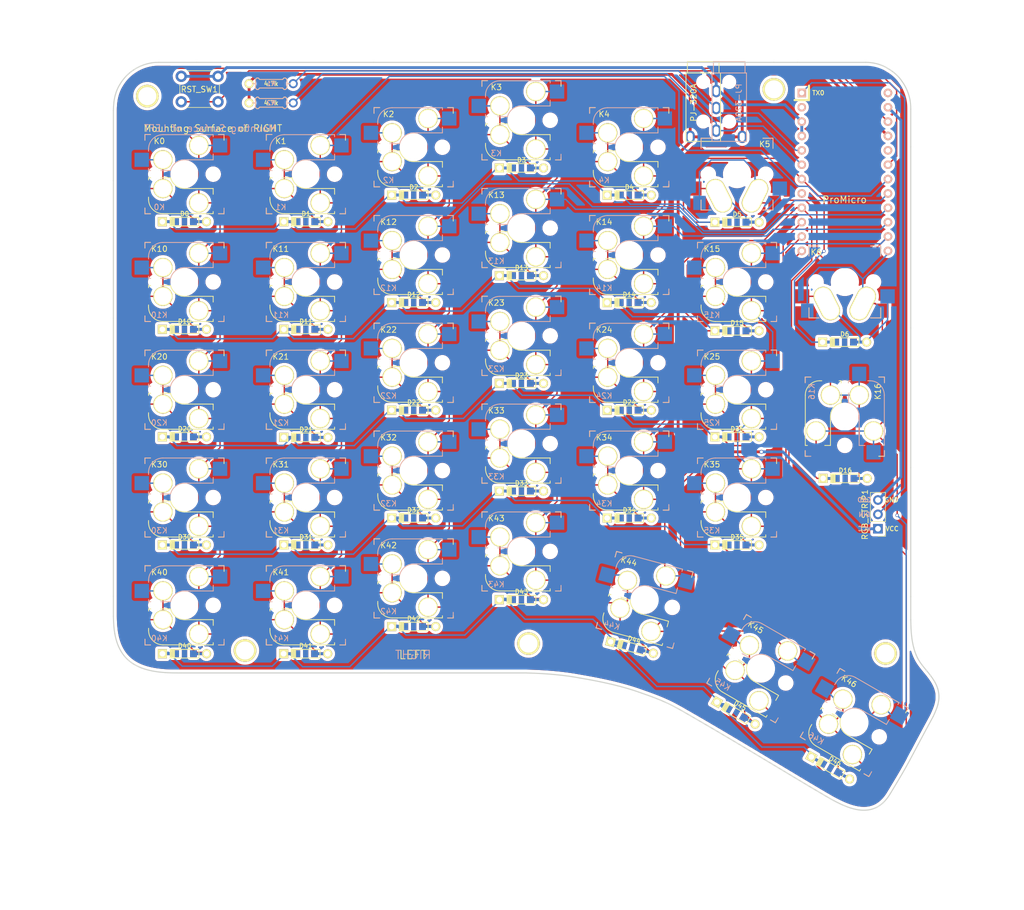
<source format=kicad_pcb>
(kicad_pcb (version 20171130) (host pcbnew "(6.0.0-rc1-dev-1469-g932b9a334)")
  (title_block (title "Kudox Columner keyboard PCB") (date 2019-10-01) (rev 1.0) (comment 1 "designed by x1 and inken") (comment 2 https://github.com/kumaokobo/kudox-keyboard/))
  (layers (0 F.Cu signal) (31 B.Cu signal) (34 B.Paste user) (35 F.Paste user) (36 B.SilkS user) (37 F.SilkS user) (38 B.Mask user) (39 F.Mask user) (44 Edge.Cuts user))
  (net 0 "")
  (net 1 "Net-(D0-Pad2)")
  (net 2 row0)
  (net 3 "Net-(D1-Pad2)")
  (net 4 "Net-(D2-Pad2)")
  (net 5 "Net-(D3-Pad2)")
  (net 6 "Net-(D4-Pad2)")
  (net 7 "Net-(D5-Pad2)")
  (net 8 "Net-(D10-Pad2)")
  (net 9 row1)
  (net 10 "Net-(D11-Pad2)")
  (net 11 "Net-(D12-Pad2)")
  (net 12 "Net-(D13-Pad2)")
  (net 13 "Net-(D14-Pad2)")
  (net 14 "Net-(D15-Pad2)")
  (net 15 "Net-(D16-Pad2)")
  (net 16 "Net-(D20-Pad2)")
  (net 17 row2)
  (net 18 "Net-(D21-Pad2)")
  (net 19 "Net-(D22-Pad2)")
  (net 20 "Net-(D23-Pad2)")
  (net 21 "Net-(D24-Pad2)")
  (net 22 "Net-(D25-Pad2)")
  (net 23 "Net-(D30-Pad2)")
  (net 24 row3)
  (net 25 "Net-(D31-Pad2)")
  (net 26 "Net-(D32-Pad2)")
  (net 27 "Net-(D33-Pad2)")
  (net 28 "Net-(D34-Pad2)")
  (net 29 "Net-(D35-Pad2)")
  (net 30 "Net-(D40-Pad2)")
  (net 31 row4)
  (net 32 "Net-(D41-Pad2)")
  (net 33 "Net-(D42-Pad2)")
  (net 34 "Net-(D43-Pad2)")
  (net 35 "Net-(D44-Pad2)")
  (net 36 "Net-(D45-Pad2)")
  (net 37 "Net-(D46-Pad2)")
  (net 38 col0)
  (net 39 col1)
  (net 40 col2)
  (net 41 col3)
  (net 42 col4)
  (net 43 col5)
  (net 44 col6)
  (net 45 VCC)
  (net 46 SDA)
  (net 47 SCL)
  (net 48 rgb_data)
  (net 49 GND)
  (net 50 RST)
  (net 51 "Net-(U1-Pad2)")
  (net 52 "Net-(U1-Pad8)")
  (net 53 "Net-(U1-Pad20)")
  (net 54 "Net-(U1-Pad24)")
  (net 55 "Net-(D6-Pad2)")
  (module kudox_footprints:MX_reversible_100 (layer F.Cu) (at 190.28 107.94)
    (fp_text reference K35 (at -4.44 -5.84) (layer F.SilkS))
    (fp_text value KEYSW)
    (fp_text user %R (at -4.45 5.84) (layer B.SilkS) (effects (justify mirror)))
    (pad 2 smd rect (at -7.56 2.54) (size 2.55 2.5) (layers F.Cu F.Paste F.Mask) (net 29 "Net-(D35-Pad2)"))
    (pad "" np_thru_hole circle (at -5.08 0) (size 1.75 1.75) (drill 1.75) (layers *.Cu *.Mask))
    (pad "" np_thru_hole circle (at 5.08 0) (size 1.75 1.75) (drill 1.75) (layers *.Cu *.Mask))
    (pad "" np_thru_hole circle (at 0 0) (size 3.9878 3.9878) (drill 3.9878) (layers *.Cu *.Mask))
    (pad 2 thru_hole circle (at -3.81 -2.54) (size 3.4 3.4) (drill 3) (layers *.Cu *.Mask F.SilkS) (net 29 "Net-(D35-Pad2)"))
    (pad 1 thru_hole circle (at 2.54 -5.08) (size 3.4 3.4) (drill 3) (layers *.Cu *.Mask F.SilkS) (net 43 col5))
    (pad 1 smd rect (at 6.29 5.08) (size 2.55 2.5) (layers F.Cu F.Paste F.Mask) (net 43 col5))
    (pad 1 thru_hole circle (at 2.54 5.08) (size 3.4 3.4) (drill 3) (layers *.Cu *.Mask F.SilkS) (net 43 col5))
    (pad 2 thru_hole circle (at -3.81 2.54) (size 3.4 3.4) (drill 3) (layers *.Cu *.Mask F.SilkS) (net 29 "Net-(D35-Pad2)"))
    (pad 1 smd rect (at 6.29 -5.08) (size 2.55 2.5) (layers B.Cu B.Paste B.Mask) (net 43 col5))
    (pad 2 smd rect (at -7.56 -2.54) (size 2.55 2.5) (layers B.Cu B.Paste B.Mask) (net 29 "Net-(D35-Pad2)"))
  )
  (module kudox_footprints:ArduinoProMicro (layer F.Cu) (at 209.35 50.36 270)
    (fp_text reference U1 hide)
    (fp_text value ProMicro (at 4.9 0.05) (layer F.SilkS) (effects (font (size 1.2 1.2))))
    (fp_text user TX0 (at -13.97 4.699) (layer F.SilkS) (effects (font (size 0.8 0.8))))
    (pad 1 thru_hole rect (at -13.97 7.62 270) (size 1.51 1.51) (drill 0.85) (layers *.Cu *.SilkS *.Mask) (net 48 rgb_data))
    (pad 2 thru_hole circle (at -11.43 7.62 270) (size 1.51 1.51) (drill 0.85) (layers *.Cu *.SilkS *.Mask) (net 51 "Net-(U1-Pad2)"))
    (pad 3 thru_hole circle (at -8.89 7.62 270) (size 1.51 1.51) (drill 0.85) (layers *.Cu *.SilkS *.Mask) (net 49 GND))
    (pad 4 thru_hole circle (at -6.35 7.62 270) (size 1.51 1.51) (drill 0.85) (layers *.Cu *.SilkS *.Mask) (net 49 GND))
    (pad 5 thru_hole circle (at -3.81 7.62 270) (size 1.51 1.51) (drill 0.85) (layers *.Cu *.SilkS *.Mask) (net 46 SDA))
    (pad 6 thru_hole circle (at -1.27 7.62 270) (size 1.51 1.51) (drill 0.85) (layers *.Cu *.SilkS *.Mask) (net 47 SCL))
    (pad 7 thru_hole circle (at 1.27 7.62 270) (size 1.51 1.51) (drill 0.85) (layers *.Cu *.SilkS *.Mask) (net 2 row0))
    (pad 8 thru_hole circle (at 3.81 7.62 270) (size 1.51 1.51) (drill 0.85) (layers *.Cu *.SilkS *.Mask) (net 52 "Net-(U1-Pad8)"))
    (pad 9 thru_hole circle (at 6.35 7.62 270) (size 1.51 1.51) (drill 0.85) (layers *.Cu *.SilkS *.Mask) (net 9 row1))
    (pad 10 thru_hole circle (at 8.89 7.62 270) (size 1.51 1.51) (drill 0.85) (layers *.Cu *.SilkS *.Mask) (net 17 row2))
    (pad 11 thru_hole circle (at 11.43 7.62 270) (size 1.51 1.51) (drill 0.85) (layers *.Cu *.SilkS *.Mask) (net 24 row3))
    (pad 13 thru_hole circle (at 13.97 -7.62 270) (size 1.51 1.51) (drill 0.85) (layers *.Cu *.SilkS *.Mask) (net 44 col6))
    (pad 14 thru_hole circle (at 11.43 -7.62 270) (size 1.51 1.51) (drill 0.85) (layers *.Cu *.SilkS *.Mask) (net 43 col5))
    (pad 15 thru_hole circle (at 8.89 -7.62 270) (size 1.51 1.51) (drill 0.85) (layers *.Cu *.SilkS *.Mask) (net 42 col4))
    (pad 16 thru_hole circle (at 6.35 -7.62 270) (size 1.51 1.51) (drill 0.85) (layers *.Cu *.SilkS *.Mask) (net 41 col3))
    (pad 17 thru_hole circle (at 3.81 -7.62 270) (size 1.51 1.51) (drill 0.85) (layers *.Cu *.SilkS *.Mask) (net 40 col2))
    (pad 18 thru_hole circle (at 1.27 -7.62 270) (size 1.51 1.51) (drill 0.85) (layers *.Cu *.SilkS *.Mask) (net 39 col1))
    (pad 19 thru_hole circle (at -1.27 -7.62 270) (size 1.51 1.51) (drill 0.85) (layers *.Cu *.SilkS *.Mask) (net 38 col0))
    (pad 20 thru_hole circle (at -3.81 -7.62 270) (size 1.51 1.51) (drill 0.85) (layers *.Cu *.SilkS *.Mask) (net 53 "Net-(U1-Pad20)"))
    (pad 21 thru_hole circle (at -6.35 -7.62 270) (size 1.51 1.51) (drill 0.85) (layers *.Cu *.SilkS *.Mask) (net 45 VCC))
    (pad 22 thru_hole circle (at -8.89 -7.62 270) (size 1.51 1.51) (drill 0.85) (layers *.Cu *.SilkS *.Mask) (net 50 RST))
    (pad 23 thru_hole circle (at -11.43 -7.62 270) (size 1.51 1.51) (drill 0.85) (layers *.Cu *.SilkS *.Mask) (net 49 GND))
    (pad 12 thru_hole circle (at 13.97 7.62 270) (size 1.51 1.51) (drill 0.85) (layers *.Cu *.SilkS *.Mask) (net 31 row4))
    (pad 24 thru_hole circle (at -13.97 -7.62 270) (size 1.51 1.51) (drill 0.85) (layers *.Cu *.SilkS *.Mask) (net 54 "Net-(U1-Pad24)"))
  )
  (module kudox_footprints:Mx_hotswappable (layer F.Cu) (at 190.28 50.76 180)
    (fp_text reference K5 (at -4.9 5.3 180) (layer F.SilkS))
    (fp_text value KEYSW hide)
    (pad 2 thru_hole oval (at 3.18 -3.81 206.8) (size 3.4 6.232) (drill oval 3 5.832) (layers *.Cu *.Mask F.SilkS) (net 7 "Net-(D5-Pad2)"))
    (pad 1 thru_hole oval (at -3.18 -3.81 153.2) (size 3.4 6.232) (drill oval 3 5.832) (layers *.Cu *.Mask F.SilkS) (net 43 col5))
    (pad 1 smd rect (at 6.64 -5.08 180) (size 2.2 2.5) (layers B.Cu B.Paste B.Mask) (net 43 col5))
    (pad "" np_thru_hole circle (at 0 0 180) (size 3.9878 3.9878) (drill 3.9878) (layers *.Cu *.Mask))
    (pad "" np_thru_hole circle (at 5.08 0 180) (size 1.75 1.75) (drill 1.75) (layers *.Cu *.Mask))
    (pad "" np_thru_hole circle (at -5.08 0 180) (size 1.75 1.75) (drill 1.75) (layers *.Cu *.Mask))
    (pad 2 smd rect (at -7.56 -2.54 180) (size 2.55 2.5) (layers B.Cu B.Paste B.Mask) (net 7 "Net-(D5-Pad2)"))
    (pad 1 smd rect (at -6.64 -5.08 180) (size 2.2 2.5) (layers F.Cu F.Paste F.Mask) (net 43 col5))
    (pad 2 smd rect (at 7.56 -2.54 180) (size 2.55 2.5) (layers F.Cu F.Paste F.Mask) (net 7 "Net-(D5-Pad2)"))
  )
  (module kudox_footprints:MX_reversible_100 (layer F.Cu) (at 190.28 69.82)
    (fp_text reference K15 (at -4.44 -5.84) (layer F.SilkS))
    (fp_text value KEYSW)
    (fp_text user %R (at -4.45 5.84) (layer B.SilkS) (effects (justify mirror)))
    (pad 2 smd rect (at -7.56 2.54) (size 2.55 2.5) (layers F.Cu F.Paste F.Mask) (net 14 "Net-(D15-Pad2)"))
    (pad "" np_thru_hole circle (at -5.08 0) (size 1.75 1.75) (drill 1.75) (layers *.Cu *.Mask))
    (pad "" np_thru_hole circle (at 5.08 0) (size 1.75 1.75) (drill 1.75) (layers *.Cu *.Mask))
    (pad "" np_thru_hole circle (at 0 0) (size 3.9878 3.9878) (drill 3.9878) (layers *.Cu *.Mask))
    (pad 2 thru_hole circle (at -3.81 -2.54) (size 3.4 3.4) (drill 3) (layers *.Cu *.Mask F.SilkS) (net 14 "Net-(D15-Pad2)"))
    (pad 1 thru_hole circle (at 2.54 -5.08) (size 3.4 3.4) (drill 3) (layers *.Cu *.Mask F.SilkS) (net 43 col5))
    (pad 1 smd rect (at 6.29 5.08) (size 2.55 2.5) (layers F.Cu F.Paste F.Mask) (net 43 col5))
    (pad 1 thru_hole circle (at 2.54 5.08) (size 3.4 3.4) (drill 3) (layers *.Cu *.Mask F.SilkS) (net 43 col5))
    (pad 2 thru_hole circle (at -3.81 2.54) (size 3.4 3.4) (drill 3) (layers *.Cu *.Mask F.SilkS) (net 14 "Net-(D15-Pad2)"))
    (pad 1 smd rect (at 6.29 -5.08) (size 2.55 2.5) (layers B.Cu B.Paste B.Mask) (net 43 col5))
    (pad 2 smd rect (at -7.56 -2.54) (size 2.55 2.5) (layers B.Cu B.Paste B.Mask) (net 14 "Net-(D15-Pad2)"))
  )
  (module kudox_footprints:MX_reversible_100 (layer F.Cu) (at 133.1 45.995)
    (fp_text reference K2 (at -4.44 -5.84) (layer F.SilkS))
    (fp_text value KEYSW)
    (fp_text user %R (at -4.45 5.84) (layer B.SilkS) (effects (justify mirror)))
    (pad 2 smd rect (at -7.56 2.54) (size 2.55 2.5) (layers F.Cu F.Paste F.Mask) (net 4 "Net-(D2-Pad2)"))
    (pad "" np_thru_hole circle (at -5.08 0) (size 1.75 1.75) (drill 1.75) (layers *.Cu *.Mask))
    (pad "" np_thru_hole circle (at 5.08 0) (size 1.75 1.75) (drill 1.75) (layers *.Cu *.Mask))
    (pad "" np_thru_hole circle (at 0 0) (size 3.9878 3.9878) (drill 3.9878) (layers *.Cu *.Mask))
    (pad 2 thru_hole circle (at -3.81 -2.54) (size 3.4 3.4) (drill 3) (layers *.Cu *.Mask F.SilkS) (net 4 "Net-(D2-Pad2)"))
    (pad 1 thru_hole circle (at 2.54 -5.08) (size 3.4 3.4) (drill 3) (layers *.Cu *.Mask F.SilkS) (net 40 col2))
    (pad 1 smd rect (at 6.29 5.08) (size 2.55 2.5) (layers F.Cu F.Paste F.Mask) (net 40 col2))
    (pad 1 thru_hole circle (at 2.54 5.08) (size 3.4 3.4) (drill 3) (layers *.Cu *.Mask F.SilkS) (net 40 col2))
    (pad 2 thru_hole circle (at -3.81 2.54) (size 3.4 3.4) (drill 3) (layers *.Cu *.Mask F.SilkS) (net 4 "Net-(D2-Pad2)"))
    (pad 1 smd rect (at 6.29 -5.08) (size 2.55 2.5) (layers B.Cu B.Paste B.Mask) (net 40 col2))
    (pad 2 smd rect (at -7.56 -2.54) (size 2.55 2.5) (layers B.Cu B.Paste B.Mask) (net 4 "Net-(D2-Pad2)"))
  )
  (module kudox_footprints:MX_reversible_100 (layer F.Cu) (at 211.03 147.72 330)
    (fp_text reference K46 (at -4.44 -5.84 330) (layer F.SilkS))
    (fp_text value KEYSW)
    (fp_text user %R (at -4.45 5.84 330) (layer B.SilkS) (effects (justify mirror)))
    (pad 2 smd rect (at -7.56 2.54 330) (size 2.55 2.5) (layers F.Cu F.Paste F.Mask) (net 37 "Net-(D46-Pad2)"))
    (pad "" np_thru_hole circle (at -5.08 0 330) (size 1.75 1.75) (drill 1.75) (layers *.Cu *.Mask))
    (pad "" np_thru_hole circle (at 5.08 0 330) (size 1.75 1.75) (drill 1.75) (layers *.Cu *.Mask))
    (pad "" np_thru_hole circle (at 0 0 330) (size 3.9878 3.9878) (drill 3.9878) (layers *.Cu *.Mask))
    (pad 2 thru_hole circle (at -3.81 -2.54 330) (size 3.4 3.4) (drill 3) (layers *.Cu *.Mask F.SilkS) (net 37 "Net-(D46-Pad2)"))
    (pad 1 thru_hole circle (at 2.54 -5.08 330) (size 3.4 3.4) (drill 3) (layers *.Cu *.Mask F.SilkS) (net 44 col6))
    (pad 1 smd rect (at 6.29 5.08 330) (size 2.55 2.5) (layers F.Cu F.Paste F.Mask) (net 44 col6))
    (pad 1 thru_hole circle (at 2.54 5.08 330) (size 3.4 3.4) (drill 3) (layers *.Cu *.Mask F.SilkS) (net 44 col6))
    (pad 2 thru_hole circle (at -3.81 2.54 330) (size 3.4 3.4) (drill 3) (layers *.Cu *.Mask F.SilkS) (net 37 "Net-(D46-Pad2)"))
    (pad 1 smd rect (at 6.29 -5.08 330) (size 2.55 2.5) (layers B.Cu B.Paste B.Mask) (net 44 col6))
    (pad 2 smd rect (at -7.56 -2.54 330) (size 2.55 2.5) (layers B.Cu B.Paste B.Mask) (net 37 "Net-(D46-Pad2)"))
  )
  (module kudox_footprints:MX_reversible_100 (layer F.Cu) (at 171.22 45.995)
    (fp_text reference K4 (at -4.44 -5.84) (layer F.SilkS))
    (fp_text value KEYSW)
    (fp_text user %R (at -4.45 5.84) (layer B.SilkS) (effects (justify mirror)))
    (pad 2 smd rect (at -7.56 2.54) (size 2.55 2.5) (layers F.Cu F.Paste F.Mask) (net 6 "Net-(D4-Pad2)"))
    (pad "" np_thru_hole circle (at -5.08 0) (size 1.75 1.75) (drill 1.75) (layers *.Cu *.Mask))
    (pad "" np_thru_hole circle (at 5.08 0) (size 1.75 1.75) (drill 1.75) (layers *.Cu *.Mask))
    (pad "" np_thru_hole circle (at 0 0) (size 3.9878 3.9878) (drill 3.9878) (layers *.Cu *.Mask))
    (pad 2 thru_hole circle (at -3.81 -2.54) (size 3.4 3.4) (drill 3) (layers *.Cu *.Mask F.SilkS) (net 6 "Net-(D4-Pad2)"))
    (pad 1 thru_hole circle (at 2.54 -5.08) (size 3.4 3.4) (drill 3) (layers *.Cu *.Mask F.SilkS) (net 42 col4))
    (pad 1 smd rect (at 6.29 5.08) (size 2.55 2.5) (layers F.Cu F.Paste F.Mask) (net 42 col4))
    (pad 1 thru_hole circle (at 2.54 5.08) (size 3.4 3.4) (drill 3) (layers *.Cu *.Mask F.SilkS) (net 42 col4))
    (pad 2 thru_hole circle (at -3.81 2.54) (size 3.4 3.4) (drill 3) (layers *.Cu *.Mask F.SilkS) (net 6 "Net-(D4-Pad2)"))
    (pad 1 smd rect (at 6.29 -5.08) (size 2.55 2.5) (layers B.Cu B.Paste B.Mask) (net 42 col4))
    (pad 2 smd rect (at -7.56 -2.54) (size 2.55 2.5) (layers B.Cu B.Paste B.Mask) (net 6 "Net-(D4-Pad2)"))
  )
  (module kudox_footprints:MX_reversible_100 (layer F.Cu) (at 92.57 88.88)
    (fp_text reference K20 (at -4.44 -5.84) (layer F.SilkS))
    (fp_text value KEYSW)
    (fp_text user %R (at -4.45 5.84) (layer B.SilkS) (effects (justify mirror)))
    (pad 2 smd rect (at -7.56 2.54) (size 2.55 2.5) (layers F.Cu F.Paste F.Mask) (net 16 "Net-(D20-Pad2)"))
    (pad "" np_thru_hole circle (at -5.08 0) (size 1.75 1.75) (drill 1.75) (layers *.Cu *.Mask))
    (pad "" np_thru_hole circle (at 5.08 0) (size 1.75 1.75) (drill 1.75) (layers *.Cu *.Mask))
    (pad "" np_thru_hole circle (at 0 0) (size 3.9878 3.9878) (drill 3.9878) (layers *.Cu *.Mask))
    (pad 2 thru_hole circle (at -3.81 -2.54) (size 3.4 3.4) (drill 3) (layers *.Cu *.Mask F.SilkS) (net 16 "Net-(D20-Pad2)"))
    (pad 1 thru_hole circle (at 2.54 -5.08) (size 3.4 3.4) (drill 3) (layers *.Cu *.Mask F.SilkS) (net 38 col0))
    (pad 1 smd rect (at 6.29 5.08) (size 2.55 2.5) (layers F.Cu F.Paste F.Mask) (net 38 col0))
    (pad 1 thru_hole circle (at 2.54 5.08) (size 3.4 3.4) (drill 3) (layers *.Cu *.Mask F.SilkS) (net 38 col0))
    (pad 2 thru_hole circle (at -3.81 2.54) (size 3.4 3.4) (drill 3) (layers *.Cu *.Mask F.SilkS) (net 16 "Net-(D20-Pad2)"))
    (pad 1 smd rect (at 6.29 -5.08) (size 2.55 2.5) (layers B.Cu B.Paste B.Mask) (net 38 col0))
    (pad 2 smd rect (at -7.56 -2.54) (size 2.55 2.5) (layers B.Cu B.Paste B.Mask) (net 16 "Net-(D20-Pad2)"))
  )
  (module kudox_footprints:MX_reversible_100 (layer F.Cu) (at 194.5 138.2 330)
    (fp_text reference K45 (at -4.44 -5.84 330) (layer F.SilkS))
    (fp_text value KEYSW)
    (fp_text user %R (at -4.45 5.84 330) (layer B.SilkS) (effects (justify mirror)))
    (pad 2 smd rect (at -7.56 2.54 330) (size 2.55 2.5) (layers F.Cu F.Paste F.Mask) (net 36 "Net-(D45-Pad2)"))
    (pad "" np_thru_hole circle (at -5.08 0 330) (size 1.75 1.75) (drill 1.75) (layers *.Cu *.Mask))
    (pad "" np_thru_hole circle (at 5.08 0 330) (size 1.75 1.75) (drill 1.75) (layers *.Cu *.Mask))
    (pad "" np_thru_hole circle (at 0 0 330) (size 3.9878 3.9878) (drill 3.9878) (layers *.Cu *.Mask))
    (pad 2 thru_hole circle (at -3.81 -2.54 330) (size 3.4 3.4) (drill 3) (layers *.Cu *.Mask F.SilkS) (net 36 "Net-(D45-Pad2)"))
    (pad 1 thru_hole circle (at 2.54 -5.08 330) (size 3.4 3.4) (drill 3) (layers *.Cu *.Mask F.SilkS) (net 43 col5))
    (pad 1 smd rect (at 6.29 5.08 330) (size 2.55 2.5) (layers F.Cu F.Paste F.Mask) (net 43 col5))
    (pad 1 thru_hole circle (at 2.54 5.08 330) (size 3.4 3.4) (drill 3) (layers *.Cu *.Mask F.SilkS) (net 43 col5))
    (pad 2 thru_hole circle (at -3.81 2.54 330) (size 3.4 3.4) (drill 3) (layers *.Cu *.Mask F.SilkS) (net 36 "Net-(D45-Pad2)"))
    (pad 1 smd rect (at 6.29 -5.08 330) (size 2.55 2.5) (layers B.Cu B.Paste B.Mask) (net 43 col5))
    (pad 2 smd rect (at -7.56 -2.54 330) (size 2.55 2.5) (layers B.Cu B.Paste B.Mask) (net 36 "Net-(D45-Pad2)"))
  )
  (module kudox_footprints:MX_reversible_100 (layer F.Cu) (at 173.93 126.05 345)
    (fp_text reference K44 (at -4.44 -5.84 345) (layer F.SilkS))
    (fp_text value KEYSW)
    (fp_text user %R (at -4.45 5.84 345) (layer B.SilkS) (effects (justify mirror)))
    (pad 2 smd rect (at -7.56 2.54 345) (size 2.55 2.5) (layers F.Cu F.Paste F.Mask) (net 35 "Net-(D44-Pad2)"))
    (pad "" np_thru_hole circle (at -5.08 0 345) (size 1.75 1.75) (drill 1.75) (layers *.Cu *.Mask))
    (pad "" np_thru_hole circle (at 5.08 0 345) (size 1.75 1.75) (drill 1.75) (layers *.Cu *.Mask))
    (pad "" np_thru_hole circle (at 0 0 345) (size 3.9878 3.9878) (drill 3.9878) (layers *.Cu *.Mask))
    (pad 2 thru_hole circle (at -3.81 -2.54 345) (size 3.4 3.4) (drill 3) (layers *.Cu *.Mask F.SilkS) (net 35 "Net-(D44-Pad2)"))
    (pad 1 thru_hole circle (at 2.54 -5.08 345) (size 3.4 3.4) (drill 3) (layers *.Cu *.Mask F.SilkS) (net 42 col4))
    (pad 1 smd rect (at 6.29 5.08 345) (size 2.55 2.5) (layers F.Cu F.Paste F.Mask) (net 42 col4))
    (pad 1 thru_hole circle (at 2.54 5.08 345) (size 3.4 3.4) (drill 3) (layers *.Cu *.Mask F.SilkS) (net 42 col4))
    (pad 2 thru_hole circle (at -3.81 2.54 345) (size 3.4 3.4) (drill 3) (layers *.Cu *.Mask F.SilkS) (net 35 "Net-(D44-Pad2)"))
    (pad 1 smd rect (at 6.29 -5.08 345) (size 2.55 2.5) (layers B.Cu B.Paste B.Mask) (net 42 col4))
    (pad 2 smd rect (at -7.56 -2.54 345) (size 2.55 2.5) (layers B.Cu B.Paste B.Mask) (net 35 "Net-(D44-Pad2)"))
  )
  (module kudox_footprints:MX_reversible_100 (layer F.Cu) (at 152.16 117.47)
    (fp_text reference K43 (at -4.44 -5.84) (layer F.SilkS))
    (fp_text value KEYSW)
    (fp_text user %R (at -4.45 5.84) (layer B.SilkS) (effects (justify mirror)))
    (pad 2 smd rect (at -7.56 2.54) (size 2.55 2.5) (layers F.Cu F.Paste F.Mask) (net 34 "Net-(D43-Pad2)"))
    (pad "" np_thru_hole circle (at -5.08 0) (size 1.75 1.75) (drill 1.75) (layers *.Cu *.Mask))
    (pad "" np_thru_hole circle (at 5.08 0) (size 1.75 1.75) (drill 1.75) (layers *.Cu *.Mask))
    (pad "" np_thru_hole circle (at 0 0) (size 3.9878 3.9878) (drill 3.9878) (layers *.Cu *.Mask))
    (pad 2 thru_hole circle (at -3.81 -2.54) (size 3.4 3.4) (drill 3) (layers *.Cu *.Mask F.SilkS) (net 34 "Net-(D43-Pad2)"))
    (pad 1 thru_hole circle (at 2.54 -5.08) (size 3.4 3.4) (drill 3) (layers *.Cu *.Mask F.SilkS) (net 41 col3))
    (pad 1 smd rect (at 6.29 5.08) (size 2.55 2.5) (layers F.Cu F.Paste F.Mask) (net 41 col3))
    (pad 1 thru_hole circle (at 2.54 5.08) (size 3.4 3.4) (drill 3) (layers *.Cu *.Mask F.SilkS) (net 41 col3))
    (pad 2 thru_hole circle (at -3.81 2.54) (size 3.4 3.4) (drill 3) (layers *.Cu *.Mask F.SilkS) (net 34 "Net-(D43-Pad2)"))
    (pad 1 smd rect (at 6.29 -5.08) (size 2.55 2.5) (layers B.Cu B.Paste B.Mask) (net 41 col3))
    (pad 2 smd rect (at -7.56 -2.54) (size 2.55 2.5) (layers B.Cu B.Paste B.Mask) (net 34 "Net-(D43-Pad2)"))
  )
  (module kudox_footprints:MX_reversible_100 (layer F.Cu) (at 133.1 122.235)
    (fp_text reference K42 (at -4.44 -5.84) (layer F.SilkS))
    (fp_text value KEYSW)
    (fp_text user %R (at -4.45 5.84) (layer B.SilkS) (effects (justify mirror)))
    (pad 2 smd rect (at -7.56 2.54) (size 2.55 2.5) (layers F.Cu F.Paste F.Mask) (net 33 "Net-(D42-Pad2)"))
    (pad "" np_thru_hole circle (at -5.08 0) (size 1.75 1.75) (drill 1.75) (layers *.Cu *.Mask))
    (pad "" np_thru_hole circle (at 5.08 0) (size 1.75 1.75) (drill 1.75) (layers *.Cu *.Mask))
    (pad "" np_thru_hole circle (at 0 0) (size 3.9878 3.9878) (drill 3.9878) (layers *.Cu *.Mask))
    (pad 2 thru_hole circle (at -3.81 -2.54) (size 3.4 3.4) (drill 3) (layers *.Cu *.Mask F.SilkS) (net 33 "Net-(D42-Pad2)"))
    (pad 1 thru_hole circle (at 2.54 -5.08) (size 3.4 3.4) (drill 3) (layers *.Cu *.Mask F.SilkS) (net 40 col2))
    (pad 1 smd rect (at 6.29 5.08) (size 2.55 2.5) (layers F.Cu F.Paste F.Mask) (net 40 col2))
    (pad 1 thru_hole circle (at 2.54 5.08) (size 3.4 3.4) (drill 3) (layers *.Cu *.Mask F.SilkS) (net 40 col2))
    (pad 2 thru_hole circle (at -3.81 2.54) (size 3.4 3.4) (drill 3) (layers *.Cu *.Mask F.SilkS) (net 33 "Net-(D42-Pad2)"))
    (pad 1 smd rect (at 6.29 -5.08) (size 2.55 2.5) (layers B.Cu B.Paste B.Mask) (net 40 col2))
    (pad 2 smd rect (at -7.56 -2.54) (size 2.55 2.5) (layers B.Cu B.Paste B.Mask) (net 33 "Net-(D42-Pad2)"))
  )
  (module kudox_footprints:MX_reversible_100 (layer F.Cu) (at 114.04 127)
    (fp_text reference K41 (at -4.44 -5.84) (layer F.SilkS))
    (fp_text value KEYSW)
    (fp_text user %R (at -4.45 5.84) (layer B.SilkS) (effects (justify mirror)))
    (pad 2 smd rect (at -7.56 2.54) (size 2.55 2.5) (layers F.Cu F.Paste F.Mask) (net 32 "Net-(D41-Pad2)"))
    (pad "" np_thru_hole circle (at -5.08 0) (size 1.75 1.75) (drill 1.75) (layers *.Cu *.Mask))
    (pad "" np_thru_hole circle (at 5.08 0) (size 1.75 1.75) (drill 1.75) (layers *.Cu *.Mask))
    (pad "" np_thru_hole circle (at 0 0) (size 3.9878 3.9878) (drill 3.9878) (layers *.Cu *.Mask))
    (pad 2 thru_hole circle (at -3.81 -2.54) (size 3.4 3.4) (drill 3) (layers *.Cu *.Mask F.SilkS) (net 32 "Net-(D41-Pad2)"))
    (pad 1 thru_hole circle (at 2.54 -5.08) (size 3.4 3.4) (drill 3) (layers *.Cu *.Mask F.SilkS) (net 39 col1))
    (pad 1 smd rect (at 6.29 5.08) (size 2.55 2.5) (layers F.Cu F.Paste F.Mask) (net 39 col1))
    (pad 1 thru_hole circle (at 2.54 5.08) (size 3.4 3.4) (drill 3) (layers *.Cu *.Mask F.SilkS) (net 39 col1))
    (pad 2 thru_hole circle (at -3.81 2.54) (size 3.4 3.4) (drill 3) (layers *.Cu *.Mask F.SilkS) (net 32 "Net-(D41-Pad2)"))
    (pad 1 smd rect (at 6.29 -5.08) (size 2.55 2.5) (layers B.Cu B.Paste B.Mask) (net 39 col1))
    (pad 2 smd rect (at -7.56 -2.54) (size 2.55 2.5) (layers B.Cu B.Paste B.Mask) (net 32 "Net-(D41-Pad2)"))
  )
  (module kudox_footprints:MX_reversible_100 (layer F.Cu) (at 92.58 127)
    (fp_text reference K40 (at -4.44 -5.84) (layer F.SilkS))
    (fp_text value KEYSW)
    (fp_text user %R (at -4.45 5.84) (layer B.SilkS) (effects (justify mirror)))
    (pad 2 smd rect (at -7.56 2.54) (size 2.55 2.5) (layers F.Cu F.Paste F.Mask) (net 30 "Net-(D40-Pad2)"))
    (pad "" np_thru_hole circle (at -5.08 0) (size 1.75 1.75) (drill 1.75) (layers *.Cu *.Mask))
    (pad "" np_thru_hole circle (at 5.08 0) (size 1.75 1.75) (drill 1.75) (layers *.Cu *.Mask))
    (pad "" np_thru_hole circle (at 0 0) (size 3.9878 3.9878) (drill 3.9878) (layers *.Cu *.Mask))
    (pad 2 thru_hole circle (at -3.81 -2.54) (size 3.4 3.4) (drill 3) (layers *.Cu *.Mask F.SilkS) (net 30 "Net-(D40-Pad2)"))
    (pad 1 thru_hole circle (at 2.54 -5.08) (size 3.4 3.4) (drill 3) (layers *.Cu *.Mask F.SilkS) (net 38 col0))
    (pad 1 smd rect (at 6.29 5.08) (size 2.55 2.5) (layers F.Cu F.Paste F.Mask) (net 38 col0))
    (pad 1 thru_hole circle (at 2.54 5.08) (size 3.4 3.4) (drill 3) (layers *.Cu *.Mask F.SilkS) (net 38 col0))
    (pad 2 thru_hole circle (at -3.81 2.54) (size 3.4 3.4) (drill 3) (layers *.Cu *.Mask F.SilkS) (net 30 "Net-(D40-Pad2)"))
    (pad 1 smd rect (at 6.29 -5.08) (size 2.55 2.5) (layers B.Cu B.Paste B.Mask) (net 38 col0))
    (pad 2 smd rect (at -7.56 -2.54) (size 2.55 2.5) (layers B.Cu B.Paste B.Mask) (net 30 "Net-(D40-Pad2)"))
  )
  (module kudox_footprints:MX_reversible_100 (layer F.Cu) (at 171.22 103.175)
    (fp_text reference K34 (at -4.44 -5.84) (layer F.SilkS))
    (fp_text value KEYSW)
    (fp_text user %R (at -4.45 5.84) (layer B.SilkS) (effects (justify mirror)))
    (pad 2 smd rect (at -7.56 2.54) (size 2.55 2.5) (layers F.Cu F.Paste F.Mask) (net 28 "Net-(D34-Pad2)"))
    (pad "" np_thru_hole circle (at -5.08 0) (size 1.75 1.75) (drill 1.75) (layers *.Cu *.Mask))
    (pad "" np_thru_hole circle (at 5.08 0) (size 1.75 1.75) (drill 1.75) (layers *.Cu *.Mask))
    (pad "" np_thru_hole circle (at 0 0) (size 3.9878 3.9878) (drill 3.9878) (layers *.Cu *.Mask))
    (pad 2 thru_hole circle (at -3.81 -2.54) (size 3.4 3.4) (drill 3) (layers *.Cu *.Mask F.SilkS) (net 28 "Net-(D34-Pad2)"))
    (pad 1 thru_hole circle (at 2.54 -5.08) (size 3.4 3.4) (drill 3) (layers *.Cu *.Mask F.SilkS) (net 42 col4))
    (pad 1 smd rect (at 6.29 5.08) (size 2.55 2.5) (layers F.Cu F.Paste F.Mask) (net 42 col4))
    (pad 1 thru_hole circle (at 2.54 5.08) (size 3.4 3.4) (drill 3) (layers *.Cu *.Mask F.SilkS) (net 42 col4))
    (pad 2 thru_hole circle (at -3.81 2.54) (size 3.4 3.4) (drill 3) (layers *.Cu *.Mask F.SilkS) (net 28 "Net-(D34-Pad2)"))
    (pad 1 smd rect (at 6.29 -5.08) (size 2.55 2.5) (layers B.Cu B.Paste B.Mask) (net 42 col4))
    (pad 2 smd rect (at -7.56 -2.54) (size 2.55 2.5) (layers B.Cu B.Paste B.Mask) (net 28 "Net-(D34-Pad2)"))
  )
  (module kudox_footprints:MX_reversible_100 (layer F.Cu) (at 152.16 98.41)
    (fp_text reference K33 (at -4.44 -5.84) (layer F.SilkS))
    (fp_text value KEYSW)
    (fp_text user %R (at -4.45 5.84) (layer B.SilkS) (effects (justify mirror)))
    (pad 2 smd rect (at -7.56 2.54) (size 2.55 2.5) (layers F.Cu F.Paste F.Mask) (net 27 "Net-(D33-Pad2)"))
    (pad "" np_thru_hole circle (at -5.08 0) (size 1.75 1.75) (drill 1.75) (layers *.Cu *.Mask))
    (pad "" np_thru_hole circle (at 5.08 0) (size 1.75 1.75) (drill 1.75) (layers *.Cu *.Mask))
    (pad "" np_thru_hole circle (at 0 0) (size 3.9878 3.9878) (drill 3.9878) (layers *.Cu *.Mask))
    (pad 2 thru_hole circle (at -3.81 -2.54) (size 3.4 3.4) (drill 3) (layers *.Cu *.Mask F.SilkS) (net 27 "Net-(D33-Pad2)"))
    (pad 1 thru_hole circle (at 2.54 -5.08) (size 3.4 3.4) (drill 3) (layers *.Cu *.Mask F.SilkS) (net 41 col3))
    (pad 1 smd rect (at 6.29 5.08) (size 2.55 2.5) (layers F.Cu F.Paste F.Mask) (net 41 col3))
    (pad 1 thru_hole circle (at 2.54 5.08) (size 3.4 3.4) (drill 3) (layers *.Cu *.Mask F.SilkS) (net 41 col3))
    (pad 2 thru_hole circle (at -3.81 2.54) (size 3.4 3.4) (drill 3) (layers *.Cu *.Mask F.SilkS) (net 27 "Net-(D33-Pad2)"))
    (pad 1 smd rect (at 6.29 -5.08) (size 2.55 2.5) (layers B.Cu B.Paste B.Mask) (net 41 col3))
    (pad 2 smd rect (at -7.56 -2.54) (size 2.55 2.5) (layers B.Cu B.Paste B.Mask) (net 27 "Net-(D33-Pad2)"))
  )
  (module kudox_footprints:MX_reversible_100 (layer F.Cu) (at 133.1 103.175)
    (fp_text reference K32 (at -4.44 -5.84) (layer F.SilkS))
    (fp_text value KEYSW)
    (fp_text user %R (at -4.45 5.84) (layer B.SilkS) (effects (justify mirror)))
    (pad 2 smd rect (at -7.56 2.54) (size 2.55 2.5) (layers F.Cu F.Paste F.Mask) (net 26 "Net-(D32-Pad2)"))
    (pad "" np_thru_hole circle (at -5.08 0) (size 1.75 1.75) (drill 1.75) (layers *.Cu *.Mask))
    (pad "" np_thru_hole circle (at 5.08 0) (size 1.75 1.75) (drill 1.75) (layers *.Cu *.Mask))
    (pad "" np_thru_hole circle (at 0 0) (size 3.9878 3.9878) (drill 3.9878) (layers *.Cu *.Mask))
    (pad 2 thru_hole circle (at -3.81 -2.54) (size 3.4 3.4) (drill 3) (layers *.Cu *.Mask F.SilkS) (net 26 "Net-(D32-Pad2)"))
    (pad 1 thru_hole circle (at 2.54 -5.08) (size 3.4 3.4) (drill 3) (layers *.Cu *.Mask F.SilkS) (net 40 col2))
    (pad 1 smd rect (at 6.29 5.08) (size 2.55 2.5) (layers F.Cu F.Paste F.Mask) (net 40 col2))
    (pad 1 thru_hole circle (at 2.54 5.08) (size 3.4 3.4) (drill 3) (layers *.Cu *.Mask F.SilkS) (net 40 col2))
    (pad 2 thru_hole circle (at -3.81 2.54) (size 3.4 3.4) (drill 3) (layers *.Cu *.Mask F.SilkS) (net 26 "Net-(D32-Pad2)"))
    (pad 1 smd rect (at 6.29 -5.08) (size 2.55 2.5) (layers B.Cu B.Paste B.Mask) (net 40 col2))
    (pad 2 smd rect (at -7.56 -2.54) (size 2.55 2.5) (layers B.Cu B.Paste B.Mask) (net 26 "Net-(D32-Pad2)"))
  )
  (module kudox_footprints:MX_reversible_100 (layer F.Cu) (at 114.04 107.94)
    (fp_text reference K31 (at -4.44 -5.84) (layer F.SilkS))
    (fp_text value KEYSW)
    (fp_text user %R (at -4.45 5.84) (layer B.SilkS) (effects (justify mirror)))
    (pad 2 smd rect (at -7.56 2.54) (size 2.55 2.5) (layers F.Cu F.Paste F.Mask) (net 25 "Net-(D31-Pad2)"))
    (pad "" np_thru_hole circle (at -5.08 0) (size 1.75 1.75) (drill 1.75) (layers *.Cu *.Mask))
    (pad "" np_thru_hole circle (at 5.08 0) (size 1.75 1.75) (drill 1.75) (layers *.Cu *.Mask))
    (pad "" np_thru_hole circle (at 0 0) (size 3.9878 3.9878) (drill 3.9878) (layers *.Cu *.Mask))
    (pad 2 thru_hole circle (at -3.81 -2.54) (size 3.4 3.4) (drill 3) (layers *.Cu *.Mask F.SilkS) (net 25 "Net-(D31-Pad2)"))
    (pad 1 thru_hole circle (at 2.54 -5.08) (size 3.4 3.4) (drill 3) (layers *.Cu *.Mask F.SilkS) (net 39 col1))
    (pad 1 smd rect (at 6.29 5.08) (size 2.55 2.5) (layers F.Cu F.Paste F.Mask) (net 39 col1))
    (pad 1 thru_hole circle (at 2.54 5.08) (size 3.4 3.4) (drill 3) (layers *.Cu *.Mask F.SilkS) (net 39 col1))
    (pad 2 thru_hole circle (at -3.81 2.54) (size 3.4 3.4) (drill 3) (layers *.Cu *.Mask F.SilkS) (net 25 "Net-(D31-Pad2)"))
    (pad 1 smd rect (at 6.29 -5.08) (size 2.55 2.5) (layers B.Cu B.Paste B.Mask) (net 39 col1))
    (pad 2 smd rect (at -7.56 -2.54) (size 2.55 2.5) (layers B.Cu B.Paste B.Mask) (net 25 "Net-(D31-Pad2)"))
  )
  (module kudox_footprints:MX_reversible_100 (layer F.Cu) (at 92.57 107.94)
    (fp_text reference K30 (at -4.44 -5.84) (layer F.SilkS))
    (fp_text value KEYSW)
    (fp_text user %R (at -4.45 5.84) (layer B.SilkS) (effects (justify mirror)))
    (pad 2 smd rect (at -7.56 2.54) (size 2.55 2.5) (layers F.Cu F.Paste F.Mask) (net 23 "Net-(D30-Pad2)"))
    (pad "" np_thru_hole circle (at -5.08 0) (size 1.75 1.75) (drill 1.75) (layers *.Cu *.Mask))
    (pad "" np_thru_hole circle (at 5.08 0) (size 1.75 1.75) (drill 1.75) (layers *.Cu *.Mask))
    (pad "" np_thru_hole circle (at 0 0) (size 3.9878 3.9878) (drill 3.9878) (layers *.Cu *.Mask))
    (pad 2 thru_hole circle (at -3.81 -2.54) (size 3.4 3.4) (drill 3) (layers *.Cu *.Mask F.SilkS) (net 23 "Net-(D30-Pad2)"))
    (pad 1 thru_hole circle (at 2.54 -5.08) (size 3.4 3.4) (drill 3) (layers *.Cu *.Mask F.SilkS) (net 38 col0))
    (pad 1 smd rect (at 6.29 5.08) (size 2.55 2.5) (layers F.Cu F.Paste F.Mask) (net 38 col0))
    (pad 1 thru_hole circle (at 2.54 5.08) (size 3.4 3.4) (drill 3) (layers *.Cu *.Mask F.SilkS) (net 38 col0))
    (pad 2 thru_hole circle (at -3.81 2.54) (size 3.4 3.4) (drill 3) (layers *.Cu *.Mask F.SilkS) (net 23 "Net-(D30-Pad2)"))
    (pad 1 smd rect (at 6.29 -5.08) (size 2.55 2.5) (layers B.Cu B.Paste B.Mask) (net 38 col0))
    (pad 2 smd rect (at -7.56 -2.54) (size 2.55 2.5) (layers B.Cu B.Paste B.Mask) (net 23 "Net-(D30-Pad2)"))
  )
  (module kudox_footprints:MX_reversible_100 (layer F.Cu) (at 190.28 88.88)
    (fp_text reference K25 (at -4.44 -5.84) (layer F.SilkS))
    (fp_text value KEYSW)
    (fp_text user %R (at -4.45 5.84) (layer B.SilkS) (effects (justify mirror)))
    (pad 2 smd rect (at -7.56 2.54) (size 2.55 2.5) (layers F.Cu F.Paste F.Mask) (net 22 "Net-(D25-Pad2)"))
    (pad "" np_thru_hole circle (at -5.08 0) (size 1.75 1.75) (drill 1.75) (layers *.Cu *.Mask))
    (pad "" np_thru_hole circle (at 5.08 0) (size 1.75 1.75) (drill 1.75) (layers *.Cu *.Mask))
    (pad "" np_thru_hole circle (at 0 0) (size 3.9878 3.9878) (drill 3.9878) (layers *.Cu *.Mask))
    (pad 2 thru_hole circle (at -3.81 -2.54) (size 3.4 3.4) (drill 3) (layers *.Cu *.Mask F.SilkS) (net 22 "Net-(D25-Pad2)"))
    (pad 1 thru_hole circle (at 2.54 -5.08) (size 3.4 3.4) (drill 3) (layers *.Cu *.Mask F.SilkS) (net 43 col5))
    (pad 1 smd rect (at 6.29 5.08) (size 2.55 2.5) (layers F.Cu F.Paste F.Mask) (net 43 col5))
    (pad 1 thru_hole circle (at 2.54 5.08) (size 3.4 3.4) (drill 3) (layers *.Cu *.Mask F.SilkS) (net 43 col5))
    (pad 2 thru_hole circle (at -3.81 2.54) (size 3.4 3.4) (drill 3) (layers *.Cu *.Mask F.SilkS) (net 22 "Net-(D25-Pad2)"))
    (pad 1 smd rect (at 6.29 -5.08) (size 2.55 2.5) (layers B.Cu B.Paste B.Mask) (net 43 col5))
    (pad 2 smd rect (at -7.56 -2.54) (size 2.55 2.5) (layers B.Cu B.Paste B.Mask) (net 22 "Net-(D25-Pad2)"))
  )
  (module kudox_footprints:MX_reversible_100 (layer F.Cu) (at 171.22 84.115)
    (fp_text reference K24 (at -4.44 -5.84) (layer F.SilkS))
    (fp_text value KEYSW)
    (fp_text user %R (at -4.45 5.84) (layer B.SilkS) (effects (justify mirror)))
    (pad 2 smd rect (at -7.56 2.54) (size 2.55 2.5) (layers F.Cu F.Paste F.Mask) (net 21 "Net-(D24-Pad2)"))
    (pad "" np_thru_hole circle (at -5.08 0) (size 1.75 1.75) (drill 1.75) (layers *.Cu *.Mask))
    (pad "" np_thru_hole circle (at 5.08 0) (size 1.75 1.75) (drill 1.75) (layers *.Cu *.Mask))
    (pad "" np_thru_hole circle (at 0 0) (size 3.9878 3.9878) (drill 3.9878) (layers *.Cu *.Mask))
    (pad 2 thru_hole circle (at -3.81 -2.54) (size 3.4 3.4) (drill 3) (layers *.Cu *.Mask F.SilkS) (net 21 "Net-(D24-Pad2)"))
    (pad 1 thru_hole circle (at 2.54 -5.08) (size 3.4 3.4) (drill 3) (layers *.Cu *.Mask F.SilkS) (net 42 col4))
    (pad 1 smd rect (at 6.29 5.08) (size 2.55 2.5) (layers F.Cu F.Paste F.Mask) (net 42 col4))
    (pad 1 thru_hole circle (at 2.54 5.08) (size 3.4 3.4) (drill 3) (layers *.Cu *.Mask F.SilkS) (net 42 col4))
    (pad 2 thru_hole circle (at -3.81 2.54) (size 3.4 3.4) (drill 3) (layers *.Cu *.Mask F.SilkS) (net 21 "Net-(D24-Pad2)"))
    (pad 1 smd rect (at 6.29 -5.08) (size 2.55 2.5) (layers B.Cu B.Paste B.Mask) (net 42 col4))
    (pad 2 smd rect (at -7.56 -2.54) (size 2.55 2.5) (layers B.Cu B.Paste B.Mask) (net 21 "Net-(D24-Pad2)"))
  )
  (module kudox_footprints:MX_reversible_100 (layer F.Cu) (at 152.16 79.35)
    (fp_text reference K23 (at -4.44 -5.84) (layer F.SilkS))
    (fp_text value KEYSW)
    (fp_text user %R (at -4.45 5.84) (layer B.SilkS) (effects (justify mirror)))
    (pad 2 smd rect (at -7.56 2.54) (size 2.55 2.5) (layers F.Cu F.Paste F.Mask) (net 20 "Net-(D23-Pad2)"))
    (pad "" np_thru_hole circle (at -5.08 0) (size 1.75 1.75) (drill 1.75) (layers *.Cu *.Mask))
    (pad "" np_thru_hole circle (at 5.08 0) (size 1.75 1.75) (drill 1.75) (layers *.Cu *.Mask))
    (pad "" np_thru_hole circle (at 0 0) (size 3.9878 3.9878) (drill 3.9878) (layers *.Cu *.Mask))
    (pad 2 thru_hole circle (at -3.81 -2.54) (size 3.4 3.4) (drill 3) (layers *.Cu *.Mask F.SilkS) (net 20 "Net-(D23-Pad2)"))
    (pad 1 thru_hole circle (at 2.54 -5.08) (size 3.4 3.4) (drill 3) (layers *.Cu *.Mask F.SilkS) (net 41 col3))
    (pad 1 smd rect (at 6.29 5.08) (size 2.55 2.5) (layers F.Cu F.Paste F.Mask) (net 41 col3))
    (pad 1 thru_hole circle (at 2.54 5.08) (size 3.4 3.4) (drill 3) (layers *.Cu *.Mask F.SilkS) (net 41 col3))
    (pad 2 thru_hole circle (at -3.81 2.54) (size 3.4 3.4) (drill 3) (layers *.Cu *.Mask F.SilkS) (net 20 "Net-(D23-Pad2)"))
    (pad 1 smd rect (at 6.29 -5.08) (size 2.55 2.5) (layers B.Cu B.Paste B.Mask) (net 41 col3))
    (pad 2 smd rect (at -7.56 -2.54) (size 2.55 2.5) (layers B.Cu B.Paste B.Mask) (net 20 "Net-(D23-Pad2)"))
  )
  (module kudox_footprints:MX_reversible_100 (layer F.Cu) (at 133.1 84.115)
    (fp_text reference K22 (at -4.44 -5.84) (layer F.SilkS))
    (fp_text value KEYSW)
    (fp_text user %R (at -4.45 5.84) (layer B.SilkS) (effects (justify mirror)))
    (pad 2 smd rect (at -7.56 2.54) (size 2.55 2.5) (layers F.Cu F.Paste F.Mask) (net 19 "Net-(D22-Pad2)"))
    (pad "" np_thru_hole circle (at -5.08 0) (size 1.75 1.75) (drill 1.75) (layers *.Cu *.Mask))
    (pad "" np_thru_hole circle (at 5.08 0) (size 1.75 1.75) (drill 1.75) (layers *.Cu *.Mask))
    (pad "" np_thru_hole circle (at 0 0) (size 3.9878 3.9878) (drill 3.9878) (layers *.Cu *.Mask))
    (pad 2 thru_hole circle (at -3.81 -2.54) (size 3.4 3.4) (drill 3) (layers *.Cu *.Mask F.SilkS) (net 19 "Net-(D22-Pad2)"))
    (pad 1 thru_hole circle (at 2.54 -5.08) (size 3.4 3.4) (drill 3) (layers *.Cu *.Mask F.SilkS) (net 40 col2))
    (pad 1 smd rect (at 6.29 5.08) (size 2.55 2.5) (layers F.Cu F.Paste F.Mask) (net 40 col2))
    (pad 1 thru_hole circle (at 2.54 5.08) (size 3.4 3.4) (drill 3) (layers *.Cu *.Mask F.SilkS) (net 40 col2))
    (pad 2 thru_hole circle (at -3.81 2.54) (size 3.4 3.4) (drill 3) (layers *.Cu *.Mask F.SilkS) (net 19 "Net-(D22-Pad2)"))
    (pad 1 smd rect (at 6.29 -5.08) (size 2.55 2.5) (layers B.Cu B.Paste B.Mask) (net 40 col2))
    (pad 2 smd rect (at -7.56 -2.54) (size 2.55 2.5) (layers B.Cu B.Paste B.Mask) (net 19 "Net-(D22-Pad2)"))
  )
  (module kudox_footprints:MX_reversible_100 (layer F.Cu) (at 114.04 88.88)
    (fp_text reference K21 (at -4.44 -5.84) (layer F.SilkS))
    (fp_text value KEYSW)
    (fp_text user %R (at -4.45 5.84) (layer B.SilkS) (effects (justify mirror)))
    (pad 2 smd rect (at -7.56 2.54) (size 2.55 2.5) (layers F.Cu F.Paste F.Mask) (net 18 "Net-(D21-Pad2)"))
    (pad "" np_thru_hole circle (at -5.08 0) (size 1.75 1.75) (drill 1.75) (layers *.Cu *.Mask))
    (pad "" np_thru_hole circle (at 5.08 0) (size 1.75 1.75) (drill 1.75) (layers *.Cu *.Mask))
    (pad "" np_thru_hole circle (at 0 0) (size 3.9878 3.9878) (drill 3.9878) (layers *.Cu *.Mask))
    (pad 2 thru_hole circle (at -3.81 -2.54) (size 3.4 3.4) (drill 3) (layers *.Cu *.Mask F.SilkS) (net 18 "Net-(D21-Pad2)"))
    (pad 1 thru_hole circle (at 2.54 -5.08) (size 3.4 3.4) (drill 3) (layers *.Cu *.Mask F.SilkS) (net 39 col1))
    (pad 1 smd rect (at 6.29 5.08) (size 2.55 2.5) (layers F.Cu F.Paste F.Mask) (net 39 col1))
    (pad 1 thru_hole circle (at 2.54 5.08) (size 3.4 3.4) (drill 3) (layers *.Cu *.Mask F.SilkS) (net 39 col1))
    (pad 2 thru_hole circle (at -3.81 2.54) (size 3.4 3.4) (drill 3) (layers *.Cu *.Mask F.SilkS) (net 18 "Net-(D21-Pad2)"))
    (pad 1 smd rect (at 6.29 -5.08) (size 2.55 2.5) (layers B.Cu B.Paste B.Mask) (net 39 col1))
    (pad 2 smd rect (at -7.56 -2.54) (size 2.55 2.5) (layers B.Cu B.Paste B.Mask) (net 18 "Net-(D21-Pad2)"))
  )
  (module kudox_footprints:MX_reversible_100 (layer F.Cu) (at 171.22 65.055)
    (fp_text reference K14 (at -4.44 -5.84) (layer F.SilkS))
    (fp_text value KEYSW)
    (fp_text user %R (at -4.45 5.84) (layer B.SilkS) (effects (justify mirror)))
    (pad 2 smd rect (at -7.56 2.54) (size 2.55 2.5) (layers F.Cu F.Paste F.Mask) (net 13 "Net-(D14-Pad2)"))
    (pad "" np_thru_hole circle (at -5.08 0) (size 1.75 1.75) (drill 1.75) (layers *.Cu *.Mask))
    (pad "" np_thru_hole circle (at 5.08 0) (size 1.75 1.75) (drill 1.75) (layers *.Cu *.Mask))
    (pad "" np_thru_hole circle (at 0 0) (size 3.9878 3.9878) (drill 3.9878) (layers *.Cu *.Mask))
    (pad 2 thru_hole circle (at -3.81 -2.54) (size 3.4 3.4) (drill 3) (layers *.Cu *.Mask F.SilkS) (net 13 "Net-(D14-Pad2)"))
    (pad 1 thru_hole circle (at 2.54 -5.08) (size 3.4 3.4) (drill 3) (layers *.Cu *.Mask F.SilkS) (net 42 col4))
    (pad 1 smd rect (at 6.29 5.08) (size 2.55 2.5) (layers F.Cu F.Paste F.Mask) (net 42 col4))
    (pad 1 thru_hole circle (at 2.54 5.08) (size 3.4 3.4) (drill 3) (layers *.Cu *.Mask F.SilkS) (net 42 col4))
    (pad 2 thru_hole circle (at -3.81 2.54) (size 3.4 3.4) (drill 3) (layers *.Cu *.Mask F.SilkS) (net 13 "Net-(D14-Pad2)"))
    (pad 1 smd rect (at 6.29 -5.08) (size 2.55 2.5) (layers B.Cu B.Paste B.Mask) (net 42 col4))
    (pad 2 smd rect (at -7.56 -2.54) (size 2.55 2.5) (layers B.Cu B.Paste B.Mask) (net 13 "Net-(D14-Pad2)"))
  )
  (module kudox_footprints:MX_reversible_100 (layer F.Cu) (at 152.16 60.29)
    (fp_text reference K13 (at -4.44 -5.84) (layer F.SilkS))
    (fp_text value KEYSW)
    (fp_text user %R (at -4.45 5.84) (layer B.SilkS) (effects (justify mirror)))
    (pad 2 smd rect (at -7.56 2.54) (size 2.55 2.5) (layers F.Cu F.Paste F.Mask) (net 12 "Net-(D13-Pad2)"))
    (pad "" np_thru_hole circle (at -5.08 0) (size 1.75 1.75) (drill 1.75) (layers *.Cu *.Mask))
    (pad "" np_thru_hole circle (at 5.08 0) (size 1.75 1.75) (drill 1.75) (layers *.Cu *.Mask))
    (pad "" np_thru_hole circle (at 0 0) (size 3.9878 3.9878) (drill 3.9878) (layers *.Cu *.Mask))
    (pad 2 thru_hole circle (at -3.81 -2.54) (size 3.4 3.4) (drill 3) (layers *.Cu *.Mask F.SilkS) (net 12 "Net-(D13-Pad2)"))
    (pad 1 thru_hole circle (at 2.54 -5.08) (size 3.4 3.4) (drill 3) (layers *.Cu *.Mask F.SilkS) (net 41 col3))
    (pad 1 smd rect (at 6.29 5.08) (size 2.55 2.5) (layers F.Cu F.Paste F.Mask) (net 41 col3))
    (pad 1 thru_hole circle (at 2.54 5.08) (size 3.4 3.4) (drill 3) (layers *.Cu *.Mask F.SilkS) (net 41 col3))
    (pad 2 thru_hole circle (at -3.81 2.54) (size 3.4 3.4) (drill 3) (layers *.Cu *.Mask F.SilkS) (net 12 "Net-(D13-Pad2)"))
    (pad 1 smd rect (at 6.29 -5.08) (size 2.55 2.5) (layers B.Cu B.Paste B.Mask) (net 41 col3))
    (pad 2 smd rect (at -7.56 -2.54) (size 2.55 2.5) (layers B.Cu B.Paste B.Mask) (net 12 "Net-(D13-Pad2)"))
  )
  (module kudox_footprints:MX_reversible_100 (layer F.Cu) (at 133.1 65.055)
    (fp_text reference K12 (at -4.44 -5.84) (layer F.SilkS))
    (fp_text value KEYSW)
    (fp_text user %R (at -4.45 5.84) (layer B.SilkS) (effects (justify mirror)))
    (pad 2 smd rect (at -7.56 2.54) (size 2.55 2.5) (layers F.Cu F.Paste F.Mask) (net 11 "Net-(D12-Pad2)"))
    (pad "" np_thru_hole circle (at -5.08 0) (size 1.75 1.75) (drill 1.75) (layers *.Cu *.Mask))
    (pad "" np_thru_hole circle (at 5.08 0) (size 1.75 1.75) (drill 1.75) (layers *.Cu *.Mask))
    (pad "" np_thru_hole circle (at 0 0) (size 3.9878 3.9878) (drill 3.9878) (layers *.Cu *.Mask))
    (pad 2 thru_hole circle (at -3.81 -2.54) (size 3.4 3.4) (drill 3) (layers *.Cu *.Mask F.SilkS) (net 11 "Net-(D12-Pad2)"))
    (pad 1 thru_hole circle (at 2.54 -5.08) (size 3.4 3.4) (drill 3) (layers *.Cu *.Mask F.SilkS) (net 40 col2))
    (pad 1 smd rect (at 6.29 5.08) (size 2.55 2.5) (layers F.Cu F.Paste F.Mask) (net 40 col2))
    (pad 1 thru_hole circle (at 2.54 5.08) (size 3.4 3.4) (drill 3) (layers *.Cu *.Mask F.SilkS) (net 40 col2))
    (pad 2 thru_hole circle (at -3.81 2.54) (size 3.4 3.4) (drill 3) (layers *.Cu *.Mask F.SilkS) (net 11 "Net-(D12-Pad2)"))
    (pad 1 smd rect (at 6.29 -5.08) (size 2.55 2.5) (layers B.Cu B.Paste B.Mask) (net 40 col2))
    (pad 2 smd rect (at -7.56 -2.54) (size 2.55 2.5) (layers B.Cu B.Paste B.Mask) (net 11 "Net-(D12-Pad2)"))
  )
  (module kudox_footprints:MX_reversible_100 (layer F.Cu) (at 114.04 69.82)
    (fp_text reference K11 (at -4.44 -5.84) (layer F.SilkS))
    (fp_text value KEYSW)
    (fp_text user %R (at -4.45 5.84) (layer B.SilkS) (effects (justify mirror)))
    (pad 2 smd rect (at -7.56 2.54) (size 2.55 2.5) (layers F.Cu F.Paste F.Mask) (net 10 "Net-(D11-Pad2)"))
    (pad "" np_thru_hole circle (at -5.08 0) (size 1.75 1.75) (drill 1.75) (layers *.Cu *.Mask))
    (pad "" np_thru_hole circle (at 5.08 0) (size 1.75 1.75) (drill 1.75) (layers *.Cu *.Mask))
    (pad "" np_thru_hole circle (at 0 0) (size 3.9878 3.9878) (drill 3.9878) (layers *.Cu *.Mask))
    (pad 2 thru_hole circle (at -3.81 -2.54) (size 3.4 3.4) (drill 3) (layers *.Cu *.Mask F.SilkS) (net 10 "Net-(D11-Pad2)"))
    (pad 1 thru_hole circle (at 2.54 -5.08) (size 3.4 3.4) (drill 3) (layers *.Cu *.Mask F.SilkS) (net 39 col1))
    (pad 1 smd rect (at 6.29 5.08) (size 2.55 2.5) (layers F.Cu F.Paste F.Mask) (net 39 col1))
    (pad 1 thru_hole circle (at 2.54 5.08) (size 3.4 3.4) (drill 3) (layers *.Cu *.Mask F.SilkS) (net 39 col1))
    (pad 2 thru_hole circle (at -3.81 2.54) (size 3.4 3.4) (drill 3) (layers *.Cu *.Mask F.SilkS) (net 10 "Net-(D11-Pad2)"))
    (pad 1 smd rect (at 6.29 -5.08) (size 2.55 2.5) (layers B.Cu B.Paste B.Mask) (net 39 col1))
    (pad 2 smd rect (at -7.56 -2.54) (size 2.55 2.5) (layers B.Cu B.Paste B.Mask) (net 10 "Net-(D11-Pad2)"))
  )
  (module kudox_footprints:MX_reversible_100 (layer F.Cu) (at 92.57 69.82)
    (fp_text reference K10 (at -4.44 -5.84) (layer F.SilkS))
    (fp_text value KEYSW)
    (fp_text user %R (at -4.45 5.84) (layer B.SilkS) (effects (justify mirror)))
    (pad 2 smd rect (at -7.56 2.54) (size 2.55 2.5) (layers F.Cu F.Paste F.Mask) (net 8 "Net-(D10-Pad2)"))
    (pad "" np_thru_hole circle (at -5.08 0) (size 1.75 1.75) (drill 1.75) (layers *.Cu *.Mask))
    (pad "" np_thru_hole circle (at 5.08 0) (size 1.75 1.75) (drill 1.75) (layers *.Cu *.Mask))
    (pad "" np_thru_hole circle (at 0 0) (size 3.9878 3.9878) (drill 3.9878) (layers *.Cu *.Mask))
    (pad 2 thru_hole circle (at -3.81 -2.54) (size 3.4 3.4) (drill 3) (layers *.Cu *.Mask F.SilkS) (net 8 "Net-(D10-Pad2)"))
    (pad 1 thru_hole circle (at 2.54 -5.08) (size 3.4 3.4) (drill 3) (layers *.Cu *.Mask F.SilkS) (net 38 col0))
    (pad 1 smd rect (at 6.29 5.08) (size 2.55 2.5) (layers F.Cu F.Paste F.Mask) (net 38 col0))
    (pad 1 thru_hole circle (at 2.54 5.08) (size 3.4 3.4) (drill 3) (layers *.Cu *.Mask F.SilkS) (net 38 col0))
    (pad 2 thru_hole circle (at -3.81 2.54) (size 3.4 3.4) (drill 3) (layers *.Cu *.Mask F.SilkS) (net 8 "Net-(D10-Pad2)"))
    (pad 1 smd rect (at 6.29 -5.08) (size 2.55 2.5) (layers B.Cu B.Paste B.Mask) (net 38 col0))
    (pad 2 smd rect (at -7.56 -2.54) (size 2.55 2.5) (layers B.Cu B.Paste B.Mask) (net 8 "Net-(D10-Pad2)"))
  )
  (module kudox_footprints:MX_reversible_100 (layer F.Cu) (at 152.16 41.23)
    (fp_text reference K3 (at -4.44 -5.84) (layer F.SilkS))
    (fp_text value KEYSW)
    (fp_text user %R (at -4.45 5.84) (layer B.SilkS) (effects (justify mirror)))
    (pad 2 smd rect (at -7.56 2.54) (size 2.55 2.5) (layers F.Cu F.Paste F.Mask) (net 5 "Net-(D3-Pad2)"))
    (pad "" np_thru_hole circle (at -5.08 0) (size 1.75 1.75) (drill 1.75) (layers *.Cu *.Mask))
    (pad "" np_thru_hole circle (at 5.08 0) (size 1.75 1.75) (drill 1.75) (layers *.Cu *.Mask))
    (pad "" np_thru_hole circle (at 0 0) (size 3.9878 3.9878) (drill 3.9878) (layers *.Cu *.Mask))
    (pad 2 thru_hole circle (at -3.81 -2.54) (size 3.4 3.4) (drill 3) (layers *.Cu *.Mask F.SilkS) (net 5 "Net-(D3-Pad2)"))
    (pad 1 thru_hole circle (at 2.54 -5.08) (size 3.4 3.4) (drill 3) (layers *.Cu *.Mask F.SilkS) (net 41 col3))
    (pad 1 smd rect (at 6.29 5.08) (size 2.55 2.5) (layers F.Cu F.Paste F.Mask) (net 41 col3))
    (pad 1 thru_hole circle (at 2.54 5.08) (size 3.4 3.4) (drill 3) (layers *.Cu *.Mask F.SilkS) (net 41 col3))
    (pad 2 thru_hole circle (at -3.81 2.54) (size 3.4 3.4) (drill 3) (layers *.Cu *.Mask F.SilkS) (net 5 "Net-(D3-Pad2)"))
    (pad 1 smd rect (at 6.29 -5.08) (size 2.55 2.5) (layers B.Cu B.Paste B.Mask) (net 41 col3))
    (pad 2 smd rect (at -7.56 -2.54) (size 2.55 2.5) (layers B.Cu B.Paste B.Mask) (net 5 "Net-(D3-Pad2)"))
  )
  (module kudox_footprints:MX_reversible_100 (layer F.Cu) (at 114.04 50.76)
    (fp_text reference K1 (at -4.44 -5.84) (layer F.SilkS))
    (fp_text value KEYSW)
    (fp_text user %R (at -4.45 5.84) (layer B.SilkS) (effects (justify mirror)))
    (pad 2 smd rect (at -7.56 2.54) (size 2.55 2.5) (layers F.Cu F.Paste F.Mask) (net 3 "Net-(D1-Pad2)"))
    (pad "" np_thru_hole circle (at -5.08 0) (size 1.75 1.75) (drill 1.75) (layers *.Cu *.Mask))
    (pad "" np_thru_hole circle (at 5.08 0) (size 1.75 1.75) (drill 1.75) (layers *.Cu *.Mask))
    (pad "" np_thru_hole circle (at 0 0) (size 3.9878 3.9878) (drill 3.9878) (layers *.Cu *.Mask))
    (pad 2 thru_hole circle (at -3.81 -2.54) (size 3.4 3.4) (drill 3) (layers *.Cu *.Mask F.SilkS) (net 3 "Net-(D1-Pad2)"))
    (pad 1 thru_hole circle (at 2.54 -5.08) (size 3.4 3.4) (drill 3) (layers *.Cu *.Mask F.SilkS) (net 39 col1))
    (pad 1 smd rect (at 6.29 5.08) (size 2.55 2.5) (layers F.Cu F.Paste F.Mask) (net 39 col1))
    (pad 1 thru_hole circle (at 2.54 5.08) (size 3.4 3.4) (drill 3) (layers *.Cu *.Mask F.SilkS) (net 39 col1))
    (pad 2 thru_hole circle (at -3.81 2.54) (size 3.4 3.4) (drill 3) (layers *.Cu *.Mask F.SilkS) (net 3 "Net-(D1-Pad2)"))
    (pad 1 smd rect (at 6.29 -5.08) (size 2.55 2.5) (layers B.Cu B.Paste B.Mask) (net 39 col1))
    (pad 2 smd rect (at -7.56 -2.54) (size 2.55 2.5) (layers B.Cu B.Paste B.Mask) (net 3 "Net-(D1-Pad2)"))
  )
  (module kudox_footprints:MX_reversible_100 (layer F.Cu) (at 92.57 50.76)
    (fp_text reference K0 (at -4.44 -5.84) (layer F.SilkS))
    (fp_text value KEYSW)
    (fp_text user %R (at -4.45 5.84) (layer B.SilkS) (effects (justify mirror)))
    (pad 2 smd rect (at -7.56 2.54) (size 2.55 2.5) (layers F.Cu F.Paste F.Mask) (net 1 "Net-(D0-Pad2)"))
    (pad "" np_thru_hole circle (at -5.08 0) (size 1.75 1.75) (drill 1.75) (layers *.Cu *.Mask))
    (pad "" np_thru_hole circle (at 5.08 0) (size 1.75 1.75) (drill 1.75) (layers *.Cu *.Mask))
    (pad "" np_thru_hole circle (at 0 0) (size 3.9878 3.9878) (drill 3.9878) (layers *.Cu *.Mask))
    (pad 2 thru_hole circle (at -3.81 -2.54) (size 3.4 3.4) (drill 3) (layers *.Cu *.Mask F.SilkS) (net 1 "Net-(D0-Pad2)"))
    (pad 1 thru_hole circle (at 2.54 -5.08) (size 3.4 3.4) (drill 3) (layers *.Cu *.Mask F.SilkS) (net 38 col0))
    (pad 1 smd rect (at 6.29 5.08) (size 2.55 2.5) (layers F.Cu F.Paste F.Mask) (net 38 col0))
    (pad 1 thru_hole circle (at 2.54 5.08) (size 3.4 3.4) (drill 3) (layers *.Cu *.Mask F.SilkS) (net 38 col0))
    (pad 2 thru_hole circle (at -3.81 2.54) (size 3.4 3.4) (drill 3) (layers *.Cu *.Mask F.SilkS) (net 1 "Net-(D0-Pad2)"))
    (pad 1 smd rect (at 6.29 -5.08) (size 2.55 2.5) (layers B.Cu B.Paste B.Mask) (net 38 col0))
    (pad 2 smd rect (at -7.56 -2.54) (size 2.55 2.5) (layers B.Cu B.Paste B.Mask) (net 1 "Net-(D0-Pad2)"))
  )
  (module kudox_footprints:MX_reversible_100 (layer F.Cu) (at 209.34 93.645 270)
    (fp_text reference K16 (at -4.44 -5.84 270) (layer F.SilkS))
    (fp_text value KEYSW)
    (fp_text user %R (at -4.45 5.84 270) (layer B.SilkS) (effects (justify mirror)))
    (pad 2 smd rect (at -7.56 2.54 270) (size 2.55 2.5) (layers F.Cu F.Paste F.Mask) (net 15 "Net-(D16-Pad2)"))
    (pad "" np_thru_hole circle (at -5.08 0 270) (size 1.75 1.75) (drill 1.75) (layers *.Cu *.Mask))
    (pad "" np_thru_hole circle (at 5.08 0 270) (size 1.75 1.75) (drill 1.75) (layers *.Cu *.Mask))
    (pad "" np_thru_hole circle (at 0 0 270) (size 3.9878 3.9878) (drill 3.9878) (layers *.Cu *.Mask))
    (pad 2 thru_hole circle (at -3.81 -2.54 270) (size 3.4 3.4) (drill 3) (layers *.Cu *.Mask F.SilkS) (net 15 "Net-(D16-Pad2)"))
    (pad 1 thru_hole circle (at 2.54 -5.08 270) (size 3.4 3.4) (drill 3) (layers *.Cu *.Mask F.SilkS) (net 44 col6))
    (pad 1 smd rect (at 6.29 5.08 270) (size 2.55 2.5) (layers F.Cu F.Paste F.Mask) (net 44 col6))
    (pad 1 thru_hole circle (at 2.54 5.08 270) (size 3.4 3.4) (drill 3) (layers *.Cu *.Mask F.SilkS) (net 44 col6))
    (pad 2 thru_hole circle (at -3.81 2.54 270) (size 3.4 3.4) (drill 3) (layers *.Cu *.Mask F.SilkS) (net 15 "Net-(D16-Pad2)"))
    (pad 1 smd rect (at 6.29 -5.08 270) (size 2.55 2.5) (layers B.Cu B.Paste B.Mask) (net 44 col6))
    (pad 2 smd rect (at -7.56 -2.54 270) (size 2.55 2.5) (layers B.Cu B.Paste B.Mask) (net 15 "Net-(D16-Pad2)"))
  )
  (module kudox_footprints:RGB-Strip (layer F.Cu) (at 215.2 113.46 180)
    (fp_text reference RGB_STRIP1 (at 2.3 2.5 270) (layer F.SilkS))
    (fp_text value Conn_01x03)
    (fp_text user GND (at 2.4 5.1 180) (layer B.SilkS) (effects (font (size 0.8 0.8)) (justify mirror)))
    (fp_text user DIN (at 2.4 2.5 180) (layer B.SilkS) (effects (font (size 0.8 0.8)) (justify mirror)))
    (fp_text user VCC (at 2.4 0 180) (layer B.SilkS) (effects (font (size 0.8 0.8)) (justify mirror)))
    (fp_text user GND (at -2.4 5.1 180) (layer F.SilkS) (effects (font (size 0.8 0.8))))
    (fp_text user VCC (at -2.5 0 180) (layer F.SilkS) (effects (font (size 0.8 0.8))))
    (pad 1 thru_hole rect (at 0 0 180) (size 1.7 1.7) (drill 1) (layers *.Cu *.Mask) (net 45 VCC))
    (pad 2 thru_hole oval (at 0 2.54 180) (size 1.7 1.7) (drill 1) (layers *.Cu *.Mask) (net 48 rgb_data))
    (pad 3 thru_hole oval (at 0 5.08 180) (size 1.7 1.7) (drill 1) (layers *.Cu *.Mask) (net 49 GND))
  )
  (module kudox_footprints:Mx_hotswappable (layer F.Cu) (at 209.34 69.82 180)
    (fp_text reference K6 (at 5.04 5.26 180) (layer F.SilkS))
    (fp_text value KEYSW hide)
    (pad 2 thru_hole oval (at 3.18 -3.81 206.8) (size 3.4 6.232) (drill oval 3 5.832) (layers *.Cu *.Mask F.SilkS) (net 55 "Net-(D6-Pad2)"))
    (pad 1 thru_hole oval (at -3.18 -3.81 153.2) (size 3.4 6.232) (drill oval 3 5.832) (layers *.Cu *.Mask F.SilkS) (net 44 col6))
    (pad 1 smd rect (at 6.64 -5.08 180) (size 2.2 2.5) (layers B.Cu B.Paste B.Mask) (net 44 col6))
    (pad "" np_thru_hole circle (at 0 0 180) (size 3.9878 3.9878) (drill 3.9878) (layers *.Cu *.Mask))
    (pad "" np_thru_hole circle (at 5.08 0 180) (size 1.75 1.75) (drill 1.75) (layers *.Cu *.Mask))
    (pad "" np_thru_hole circle (at -5.08 0 180) (size 1.75 1.75) (drill 1.75) (layers *.Cu *.Mask))
    (pad 2 smd rect (at -7.56 -2.54 180) (size 2.55 2.5) (layers B.Cu B.Paste B.Mask) (net 55 "Net-(D6-Pad2)"))
    (pad 1 smd rect (at -6.64 -5.08 180) (size 2.2 2.5) (layers F.Cu F.Paste F.Mask) (net 44 col6))
    (pad 2 smd rect (at 7.56 -2.54 180) (size 2.55 2.5) (layers F.Cu F.Paste F.Mask) (net 55 "Net-(D6-Pad2)"))
  )
  (module kudox_footprints:kumao-icon-right-pad (layer F.Cu) (at 209.42 47.46)
    (fp_text reference G*** hide)
    (fp_text value LOGO hide)
  )
  (module kudox_footprints:kumao-icon-left-pad (layer B.Cu) (at 209.42 47.46 180)
    (fp_text reference G*** hide)
    (fp_text value LOGO hide)
  )
  (module kudox_footprints:qmk-badge-pad (layer F.Cu) (at 208.5 130.3)
    (fp_text reference G*** hide)
    (fp_text value LOGO hide)
  )
  (module kudox_footprints:qmk-badge-pad (layer B.Cu) (at 208.5 130.3 180)
    (fp_text reference G*** hide)
    (fp_text value LOGO hide)
  )
  (module kudox_footprints:kudox-logo-pad (layer B.Cu) (at 202 121 180)
    (fp_text reference e hide)
    (fp_text value LOGO hide)
  )
  (module kudox_footprints:kudox-logo-pad (layer F.Cu) (at 204.4 121)
    (fp_text reference G*** hide)
    (fp_text value LOGO hide)
  )
  (module kudox_footprints:TRRS-PJ-320A-dual (layer F.Cu) (at 186.6 32.86)
    (fp_text reference TRRS1)
    (fp_text value Audio-Jack-4)
    (fp_text user PJ-320A (at 4 5.25 270) (layer B.SilkS) (effects (justify mirror)))
    (fp_text user PJ-320A (at -4 5.25 90) (layer F.SilkS))
    (pad "" np_thru_hole circle (at 2.3 8.6) (size 1.5 1.5) (drill 1.5) (layers *.Cu *.Mask))
    (pad "" np_thru_hole circle (at 2.3 1.6) (size 1.5 1.5) (drill 1.5) (layers *.Cu *.Mask))
    (pad 1 thru_hole oval (at 4.6 11.3) (size 1.6 2.2) (drill oval 0.9 1.5) (layers *.Cu *.Mask) (net 45 VCC))
    (pad 1 thru_hole oval (at -4.6 11.3) (size 1.6 2.2) (drill oval 0.9 1.5) (layers *.Cu *.Mask) (net 45 VCC))
    (pad 2 thru_hole oval (at 0 10.2) (size 1.6 2.2) (drill oval 0.9 1.5) (layers *.Cu *.Mask) (net 47 SCL))
    (pad 4 thru_hole oval (at 0 3.2) (size 1.6 2.2) (drill oval 0.9 1.5) (layers *.Cu *.Mask) (net 49 GND))
    (pad "" np_thru_hole circle (at -2.3 8.6) (size 1.5 1.5) (drill 1.5) (layers *.Cu *.Mask))
    (pad "" np_thru_hole circle (at -2.3 1.6) (size 1.5 1.5) (drill 1.5) (layers *.Cu *.Mask))
    (pad 3 thru_hole oval (at 0 6.2) (size 1.6 2.2) (drill oval 0.9 1.5) (layers *.Cu *.Mask) (net 46 SDA))
  )
  (module Buttons_Switches_ThroughHole:SW_PUSH_6mm_h4.3mm (layer F.Cu) (at 98.5 37.96 180)
    (fp_text reference RST_SW1 (at 3.3 2.2) (layer F.SilkS))
    (fp_text value SW_PUSH)
    (pad 1 thru_hole circle (at 6.5 0 270) (size 2 2) (drill 1.1) (layers *.Cu *.Mask) (net 50 RST))
    (pad 2 thru_hole circle (at 6.5 4.5 270) (size 2 2) (drill 1.1) (layers *.Cu *.Mask) (net 49 GND))
    (pad 1 thru_hole circle (at 0 0 270) (size 2 2) (drill 1.1) (layers *.Cu *.Mask) (net 50 RST))
    (pad 2 thru_hole circle (at 0 4.5 270) (size 2 2) (drill 1.1) (layers *.Cu *.Mask) (net 49 GND))
  )
  (module kudox_footprints:Diode-dual (layer F.Cu) (at 209.3 80.46 180)
    (fp_text reference D6 (at -0.0254 1.4 180) (layer F.SilkS) (effects (font (size 0.8 0.8))))
    (fp_text value D hide)
    (pad 1 smd rect (at 2.7 0 180) (size 2.5 0.5) (layers F.Cu) (net 2 row0))
    (pad 2 smd rect (at -2.7 0 180) (size 2.5 0.5) (layers F.Cu) (net 55 "Net-(D6-Pad2)"))
    (pad 1 thru_hole rect (at 3.9 0 180) (size 1.6 1.6) (drill 1) (layers *.Cu *.Mask F.SilkS) (net 2 row0))
    (pad 2 thru_hole circle (at -3.9 0 180) (size 1.6 1.6) (drill 1) (layers *.Cu *.Mask F.SilkS) (net 55 "Net-(D6-Pad2)"))
    (pad 2 smd rect (at -1.575 0 180) (size 1.2 1.2) (layers F.Cu F.Paste F.Mask) (net 55 "Net-(D6-Pad2)"))
    (pad 1 smd rect (at 1.575 0 180) (size 1.2 1.2) (layers F.Cu F.Paste F.Mask) (net 2 row0))
    (pad 1 smd rect (at 2.7 0 180) (size 2.5 0.5) (layers B.Cu) (net 2 row0))
    (pad 1 smd rect (at 1.575 0 180) (size 1.2 1.2) (layers B.Cu B.Paste B.Mask) (net 2 row0))
    (pad 2 smd rect (at -1.575 0 180) (size 1.2 1.2) (layers B.Cu B.Paste B.Mask) (net 55 "Net-(D6-Pad2)"))
    (pad 2 smd rect (at -2.7 0 180) (size 2.5 0.5) (layers B.Cu) (net 55 "Net-(D6-Pad2)"))
  )
  (module kudox_footprints:Diode-dual (layer F.Cu) (at 114.04 78.2 180)
    (fp_text reference D11 (at -0.0254 1.4) (layer F.SilkS) (effects (font (size 0.8 0.8))))
    (fp_text value D hide)
    (pad 2 smd rect (at -2.7 0 180) (size 2.5 0.5) (layers B.Cu) (net 10 "Net-(D11-Pad2)"))
    (pad 2 smd rect (at -1.575 0 180) (size 1.2 1.2) (layers B.Cu B.Paste B.Mask) (net 10 "Net-(D11-Pad2)"))
    (pad 1 smd rect (at 1.575 0 180) (size 1.2 1.2) (layers B.Cu B.Paste B.Mask) (net 9 row1))
    (pad 1 smd rect (at 2.7 0 180) (size 2.5 0.5) (layers B.Cu) (net 9 row1))
    (pad 1 smd rect (at 1.575 0 180) (size 1.2 1.2) (layers F.Cu F.Paste F.Mask) (net 9 row1))
    (pad 2 smd rect (at -1.575 0 180) (size 1.2 1.2) (layers F.Cu F.Paste F.Mask) (net 10 "Net-(D11-Pad2)"))
    (pad 2 thru_hole circle (at -3.9 0 180) (size 1.6 1.6) (drill 1) (layers *.Cu *.Mask F.SilkS) (net 10 "Net-(D11-Pad2)"))
    (pad 1 thru_hole rect (at 3.9 0 180) (size 1.6 1.6) (drill 1) (layers *.Cu *.Mask F.SilkS) (net 9 row1))
    (pad 2 smd rect (at -2.7 0 180) (size 2.5 0.5) (layers F.Cu) (net 10 "Net-(D11-Pad2)"))
    (pad 1 smd rect (at 2.7 0 180) (size 2.5 0.5) (layers F.Cu) (net 9 row1))
  )
  (module keyboard_parts:HOLE_M3 (layer F.Cu) (at 196.73 35.77)
    (fp_text reference HOLE_M3 hide)
    (fp_text value VAL** hide)
    (pad 1 thru_hole circle (at 0.07 -0.01) (size 4 4) (drill 3.2) (layers *.Cu *.Mask F.SilkS))
  )
  (module kudox_footprints:Resistor-Compact (layer F.Cu) (at 107.9 34.76)
    (fp_text reference R1 (at 0 0) (layer B.SilkS) (effects (font (size 0.8 0.8)) (justify mirror)))
    (fp_text value 4.7k (at 0 0) (layer F.SilkS) (effects (font (size 0.8 0.8))))
    (pad 2 thru_hole circle (at -3.9 0) (size 1.6 1.6) (drill 1) (layers *.Cu *.Mask F.SilkS) (net 45 VCC))
    (pad 1 thru_hole circle (at 3.9 0) (size 1.6 1.6) (drill 1) (layers *.Cu *.Mask) (net 46 SDA))
  )
  (module kudox_footprints:Diode-dual (layer F.Cu) (at 190.1 146.06 150)
    (fp_text reference D45 (at 0.043782 1.475833 -30) (layer F.SilkS) (effects (font (size 0.8 0.8))))
    (fp_text value D hide)
    (pad 2 smd rect (at -2.7 0 150) (size 2.5 0.5) (layers B.Cu) (net 36 "Net-(D45-Pad2)"))
    (pad 2 smd rect (at -1.575 0 150) (size 1.2 1.2) (layers B.Cu B.Paste B.Mask) (net 36 "Net-(D45-Pad2)"))
    (pad 1 smd rect (at 1.575 0 150) (size 1.2 1.2) (layers B.Cu B.Paste B.Mask) (net 31 row4))
    (pad 1 smd rect (at 2.7 0 150) (size 2.5 0.5) (layers B.Cu) (net 31 row4))
    (pad 1 smd rect (at 1.575 0 150) (size 1.2 1.2) (layers F.Cu F.Paste F.Mask) (net 31 row4))
    (pad 2 smd rect (at -1.575 0 150) (size 1.2 1.2) (layers F.Cu F.Paste F.Mask) (net 36 "Net-(D45-Pad2)"))
    (pad 2 thru_hole circle (at -3.9 0 150) (size 1.6 1.6) (drill 1) (layers *.Cu *.Mask F.SilkS) (net 36 "Net-(D45-Pad2)"))
    (pad 1 thru_hole rect (at 3.9 0 150) (size 1.6 1.6) (drill 1) (layers *.Cu *.Mask F.SilkS) (net 31 row4))
    (pad 2 smd rect (at -2.7 0 150) (size 2.5 0.5) (layers F.Cu) (net 36 "Net-(D45-Pad2)"))
    (pad 1 smd rect (at 2.7 0 150) (size 2.5 0.5) (layers F.Cu) (net 31 row4))
  )
  (module kudox_footprints:Diode-dual (layer F.Cu) (at 190.28 59.26 180)
    (fp_text reference D5 (at -0.0254 1.4) (layer F.SilkS) (effects (font (size 0.8 0.8))))
    (fp_text value D hide)
    (pad 2 smd rect (at -2.7 0 180) (size 2.5 0.5) (layers B.Cu) (net 7 "Net-(D5-Pad2)"))
    (pad 2 smd rect (at -1.575 0 180) (size 1.2 1.2) (layers B.Cu B.Paste B.Mask) (net 7 "Net-(D5-Pad2)"))
    (pad 1 smd rect (at 1.575 0 180) (size 1.2 1.2) (layers B.Cu B.Paste B.Mask) (net 2 row0))
    (pad 1 smd rect (at 2.7 0 180) (size 2.5 0.5) (layers B.Cu) (net 2 row0))
    (pad 1 smd rect (at 1.575 0 180) (size 1.2 1.2) (layers F.Cu F.Paste F.Mask) (net 2 row0))
    (pad 2 smd rect (at -1.575 0 180) (size 1.2 1.2) (layers F.Cu F.Paste F.Mask) (net 7 "Net-(D5-Pad2)"))
    (pad 2 thru_hole circle (at -3.9 0 180) (size 1.6 1.6) (drill 1) (layers *.Cu *.Mask F.SilkS) (net 7 "Net-(D5-Pad2)"))
    (pad 1 thru_hole rect (at 3.9 0 180) (size 1.6 1.6) (drill 1) (layers *.Cu *.Mask F.SilkS) (net 2 row0))
    (pad 2 smd rect (at -2.7 0 180) (size 2.5 0.5) (layers F.Cu) (net 7 "Net-(D5-Pad2)"))
    (pad 1 smd rect (at 2.7 0 180) (size 2.5 0.5) (layers F.Cu) (net 2 row0))
  )
  (module keyboard_parts:HOLE_M3 (layer F.Cu) (at 153.41 133.77)
    (fp_text reference HOLE_M3 hide)
    (fp_text value VAL** hide)
    (pad 1 thru_hole circle (at 0 0) (size 4 4) (drill 3.2) (layers *.Cu *.Mask F.SilkS))
  )
  (module keyboard_parts:HOLE_M3 (layer F.Cu) (at 216.54 135.51)
    (fp_text reference HOLE_M3 hide)
    (fp_text value VAL** hide)
    (pad 1 thru_hole circle (at 0 0) (size 4 4) (drill 3.2) (layers *.Cu *.Mask F.SilkS))
  )
  (module keyboard_parts:HOLE_M3 (layer F.Cu) (at 86 36.96)
    (fp_text reference HOLE_M3 hide)
    (fp_text value VAL** hide)
    (pad 1 thru_hole circle (at 0 0) (size 4 4) (drill 3.2) (layers *.Cu *.Mask F.SilkS))
  )
  (module keyboard_parts:HOLE_M3 (layer F.Cu) (at 103.28 134.99)
    (fp_text reference HOLE_M3 hide)
    (fp_text value VAL** hide)
    (pad 1 thru_hole circle (at 0 0) (size 4 4) (drill 3.2) (layers *.Cu *.Mask F.SilkS))
  )
  (module kudox_footprints:Resistor-Compact (layer F.Cu) (at 107.9 38.16)
    (fp_text reference R2 (at 0 0) (layer B.SilkS) (effects (font (size 0.8 0.8)) (justify mirror)))
    (fp_text value 4.7k (at 0 0) (layer F.SilkS) (effects (font (size 0.8 0.8))))
    (pad 2 thru_hole circle (at -3.9 0) (size 1.6 1.6) (drill 1) (layers *.Cu *.Mask F.SilkS) (net 45 VCC))
    (pad 1 thru_hole circle (at 3.9 0) (size 1.6 1.6) (drill 1) (layers *.Cu *.Mask) (net 47 SCL))
  )
  (module kudox_footprints:Diode-dual (layer F.Cu) (at 206.8 155.76 150)
    (fp_text reference D46 (at -0.09282 1.43923 -30) (layer F.SilkS) (effects (font (size 0.8 0.8))))
    (fp_text value D hide)
    (pad 2 smd rect (at -2.7 0 150) (size 2.5 0.5) (layers B.Cu) (net 37 "Net-(D46-Pad2)"))
    (pad 2 smd rect (at -1.575 0 150) (size 1.2 1.2) (layers B.Cu B.Paste B.Mask) (net 37 "Net-(D46-Pad2)"))
    (pad 1 smd rect (at 1.575 0 150) (size 1.2 1.2) (layers B.Cu B.Paste B.Mask) (net 31 row4))
    (pad 1 smd rect (at 2.7 0 150) (size 2.5 0.5) (layers B.Cu) (net 31 row4))
    (pad 1 smd rect (at 1.575 0 150) (size 1.2 1.2) (layers F.Cu F.Paste F.Mask) (net 31 row4))
    (pad 2 smd rect (at -1.575 0 150) (size 1.2 1.2) (layers F.Cu F.Paste F.Mask) (net 37 "Net-(D46-Pad2)"))
    (pad 2 thru_hole circle (at -3.9 0 150) (size 1.6 1.6) (drill 1) (layers *.Cu *.Mask F.SilkS) (net 37 "Net-(D46-Pad2)"))
    (pad 1 thru_hole rect (at 3.9 0 150) (size 1.6 1.6) (drill 1) (layers *.Cu *.Mask F.SilkS) (net 31 row4))
    (pad 2 smd rect (at -2.7 0 150) (size 2.5 0.5) (layers F.Cu) (net 37 "Net-(D46-Pad2)"))
    (pad 1 smd rect (at 2.7 0 150) (size 2.5 0.5) (layers F.Cu) (net 31 row4))
  )
  (module kudox_footprints:Diode-dual (layer F.Cu) (at 171.7 134.46 165)
    (fp_text reference D44 (at -0.0254 1.4 165) (layer F.SilkS) (effects (font (size 0.8 0.8))))
    (fp_text value D hide)
    (pad 2 smd rect (at -2.7 0 165) (size 2.5 0.5) (layers B.Cu) (net 35 "Net-(D44-Pad2)"))
    (pad 2 smd rect (at -1.575 0 165) (size 1.2 1.2) (layers B.Cu B.Paste B.Mask) (net 35 "Net-(D44-Pad2)"))
    (pad 1 smd rect (at 1.575 0 165) (size 1.2 1.2) (layers B.Cu B.Paste B.Mask) (net 31 row4))
    (pad 1 smd rect (at 2.7 0 165) (size 2.5 0.5) (layers B.Cu) (net 31 row4))
    (pad 1 smd rect (at 1.575 0 165) (size 1.2 1.2) (layers F.Cu F.Paste F.Mask) (net 31 row4))
    (pad 2 smd rect (at -1.575 0 165) (size 1.2 1.2) (layers F.Cu F.Paste F.Mask) (net 35 "Net-(D44-Pad2)"))
    (pad 2 thru_hole circle (at -3.9 0 165) (size 1.6 1.6) (drill 1) (layers *.Cu *.Mask F.SilkS) (net 35 "Net-(D44-Pad2)"))
    (pad 1 thru_hole rect (at 3.9 0 165) (size 1.6 1.6) (drill 1) (layers *.Cu *.Mask F.SilkS) (net 31 row4))
    (pad 2 smd rect (at -2.7 0 165) (size 2.5 0.5) (layers F.Cu) (net 35 "Net-(D44-Pad2)"))
    (pad 1 smd rect (at 2.7 0 165) (size 2.5 0.5) (layers F.Cu) (net 31 row4))
  )
  (module kudox_footprints:Diode-dual (layer F.Cu) (at 152.16 126 180)
    (fp_text reference D43 (at -0.0254 1.4) (layer F.SilkS) (effects (font (size 0.8 0.8))))
    (fp_text value D hide)
    (pad 2 smd rect (at -2.7 0 180) (size 2.5 0.5) (layers B.Cu) (net 34 "Net-(D43-Pad2)"))
    (pad 2 smd rect (at -1.575 0 180) (size 1.2 1.2) (layers B.Cu B.Paste B.Mask) (net 34 "Net-(D43-Pad2)"))
    (pad 1 smd rect (at 1.575 0 180) (size 1.2 1.2) (layers B.Cu B.Paste B.Mask) (net 31 row4))
    (pad 1 smd rect (at 2.7 0 180) (size 2.5 0.5) (layers B.Cu) (net 31 row4))
    (pad 1 smd rect (at 1.575 0 180) (size 1.2 1.2) (layers F.Cu F.Paste F.Mask) (net 31 row4))
    (pad 2 smd rect (at -1.575 0 180) (size 1.2 1.2) (layers F.Cu F.Paste F.Mask) (net 34 "Net-(D43-Pad2)"))
    (pad 2 thru_hole circle (at -3.9 0 180) (size 1.6 1.6) (drill 1) (layers *.Cu *.Mask F.SilkS) (net 34 "Net-(D43-Pad2)"))
    (pad 1 thru_hole rect (at 3.9 0 180) (size 1.6 1.6) (drill 1) (layers *.Cu *.Mask F.SilkS) (net 31 row4))
    (pad 2 smd rect (at -2.7 0 180) (size 2.5 0.5) (layers F.Cu) (net 34 "Net-(D43-Pad2)"))
    (pad 1 smd rect (at 2.7 0 180) (size 2.5 0.5) (layers F.Cu) (net 31 row4))
  )
  (module kudox_footprints:Diode-dual (layer F.Cu) (at 133.1 130.76 180)
    (fp_text reference D42 (at -0.0254 1.4) (layer F.SilkS) (effects (font (size 0.8 0.8))))
    (fp_text value D hide)
    (pad 2 smd rect (at -2.7 0 180) (size 2.5 0.5) (layers B.Cu) (net 33 "Net-(D42-Pad2)"))
    (pad 2 smd rect (at -1.575 0 180) (size 1.2 1.2) (layers B.Cu B.Paste B.Mask) (net 33 "Net-(D42-Pad2)"))
    (pad 1 smd rect (at 1.575 0 180) (size 1.2 1.2) (layers B.Cu B.Paste B.Mask) (net 31 row4))
    (pad 1 smd rect (at 2.7 0 180) (size 2.5 0.5) (layers B.Cu) (net 31 row4))
    (pad 1 smd rect (at 1.575 0 180) (size 1.2 1.2) (layers F.Cu F.Paste F.Mask) (net 31 row4))
    (pad 2 smd rect (at -1.575 0 180) (size 1.2 1.2) (layers F.Cu F.Paste F.Mask) (net 33 "Net-(D42-Pad2)"))
    (pad 2 thru_hole circle (at -3.9 0 180) (size 1.6 1.6) (drill 1) (layers *.Cu *.Mask F.SilkS) (net 33 "Net-(D42-Pad2)"))
    (pad 1 thru_hole rect (at 3.9 0 180) (size 1.6 1.6) (drill 1) (layers *.Cu *.Mask F.SilkS) (net 31 row4))
    (pad 2 smd rect (at -2.7 0 180) (size 2.5 0.5) (layers F.Cu) (net 33 "Net-(D42-Pad2)"))
    (pad 1 smd rect (at 2.7 0 180) (size 2.5 0.5) (layers F.Cu) (net 31 row4))
  )
  (module kudox_footprints:Diode-dual (layer F.Cu) (at 114 135.56 180)
    (fp_text reference D41 (at -0.0254 1.4) (layer F.SilkS) (effects (font (size 0.8 0.8))))
    (fp_text value D hide)
    (pad 2 smd rect (at -2.7 0 180) (size 2.5 0.5) (layers B.Cu) (net 32 "Net-(D41-Pad2)"))
    (pad 2 smd rect (at -1.575 0 180) (size 1.2 1.2) (layers B.Cu B.Paste B.Mask) (net 32 "Net-(D41-Pad2)"))
    (pad 1 smd rect (at 1.575 0 180) (size 1.2 1.2) (layers B.Cu B.Paste B.Mask) (net 31 row4))
    (pad 1 smd rect (at 2.7 0 180) (size 2.5 0.5) (layers B.Cu) (net 31 row4))
    (pad 1 smd rect (at 1.575 0 180) (size 1.2 1.2) (layers F.Cu F.Paste F.Mask) (net 31 row4))
    (pad 2 smd rect (at -1.575 0 180) (size 1.2 1.2) (layers F.Cu F.Paste F.Mask) (net 32 "Net-(D41-Pad2)"))
    (pad 2 thru_hole circle (at -3.9 0 180) (size 1.6 1.6) (drill 1) (layers *.Cu *.Mask F.SilkS) (net 32 "Net-(D41-Pad2)"))
    (pad 1 thru_hole rect (at 3.9 0 180) (size 1.6 1.6) (drill 1) (layers *.Cu *.Mask F.SilkS) (net 31 row4))
    (pad 2 smd rect (at -2.7 0 180) (size 2.5 0.5) (layers F.Cu) (net 32 "Net-(D41-Pad2)"))
    (pad 1 smd rect (at 2.7 0 180) (size 2.5 0.5) (layers F.Cu) (net 31 row4))
  )
  (module kudox_footprints:Diode-dual (layer F.Cu) (at 92.58 135.56 180)
    (fp_text reference D40 (at -0.0254 1.4) (layer F.SilkS) (effects (font (size 0.8 0.8))))
    (fp_text value D hide)
    (pad 2 smd rect (at -2.7 0 180) (size 2.5 0.5) (layers B.Cu) (net 30 "Net-(D40-Pad2)"))
    (pad 2 smd rect (at -1.575 0 180) (size 1.2 1.2) (layers B.Cu B.Paste B.Mask) (net 30 "Net-(D40-Pad2)"))
    (pad 1 smd rect (at 1.575 0 180) (size 1.2 1.2) (layers B.Cu B.Paste B.Mask) (net 31 row4))
    (pad 1 smd rect (at 2.7 0 180) (size 2.5 0.5) (layers B.Cu) (net 31 row4))
    (pad 1 smd rect (at 1.575 0 180) (size 1.2 1.2) (layers F.Cu F.Paste F.Mask) (net 31 row4))
    (pad 2 smd rect (at -1.575 0 180) (size 1.2 1.2) (layers F.Cu F.Paste F.Mask) (net 30 "Net-(D40-Pad2)"))
    (pad 2 thru_hole circle (at -3.9 0 180) (size 1.6 1.6) (drill 1) (layers *.Cu *.Mask F.SilkS) (net 30 "Net-(D40-Pad2)"))
    (pad 1 thru_hole rect (at 3.9 0 180) (size 1.6 1.6) (drill 1) (layers *.Cu *.Mask F.SilkS) (net 31 row4))
    (pad 2 smd rect (at -2.7 0 180) (size 2.5 0.5) (layers F.Cu) (net 30 "Net-(D40-Pad2)"))
    (pad 1 smd rect (at 2.7 0 180) (size 2.5 0.5) (layers F.Cu) (net 31 row4))
  )
  (module kudox_footprints:Diode-dual (layer F.Cu) (at 190.28 116.32 180)
    (fp_text reference D35 (at -0.0254 1.4) (layer F.SilkS) (effects (font (size 0.8 0.8))))
    (fp_text value D hide)
    (pad 2 smd rect (at -2.7 0 180) (size 2.5 0.5) (layers B.Cu) (net 29 "Net-(D35-Pad2)"))
    (pad 2 smd rect (at -1.575 0 180) (size 1.2 1.2) (layers B.Cu B.Paste B.Mask) (net 29 "Net-(D35-Pad2)"))
    (pad 1 smd rect (at 1.575 0 180) (size 1.2 1.2) (layers B.Cu B.Paste B.Mask) (net 24 row3))
    (pad 1 smd rect (at 2.7 0 180) (size 2.5 0.5) (layers B.Cu) (net 24 row3))
    (pad 1 smd rect (at 1.575 0 180) (size 1.2 1.2) (layers F.Cu F.Paste F.Mask) (net 24 row3))
    (pad 2 smd rect (at -1.575 0 180) (size 1.2 1.2) (layers F.Cu F.Paste F.Mask) (net 29 "Net-(D35-Pad2)"))
    (pad 2 thru_hole circle (at -3.9 0 180) (size 1.6 1.6) (drill 1) (layers *.Cu *.Mask F.SilkS) (net 29 "Net-(D35-Pad2)"))
    (pad 1 thru_hole rect (at 3.9 0 180) (size 1.6 1.6) (drill 1) (layers *.Cu *.Mask F.SilkS) (net 24 row3))
    (pad 2 smd rect (at -2.7 0 180) (size 2.5 0.5) (layers F.Cu) (net 29 "Net-(D35-Pad2)"))
    (pad 1 smd rect (at 2.7 0 180) (size 2.5 0.5) (layers F.Cu) (net 24 row3))
  )
  (module kudox_footprints:Diode-dual (layer F.Cu) (at 171.22 111.57 180)
    (fp_text reference D34 (at -0.0254 1.4) (layer F.SilkS) (effects (font (size 0.8 0.8))))
    (fp_text value D hide)
    (pad 2 smd rect (at -2.7 0 180) (size 2.5 0.5) (layers B.Cu) (net 28 "Net-(D34-Pad2)"))
    (pad 2 smd rect (at -1.575 0 180) (size 1.2 1.2) (layers B.Cu B.Paste B.Mask) (net 28 "Net-(D34-Pad2)"))
    (pad 1 smd rect (at 1.575 0 180) (size 1.2 1.2) (layers B.Cu B.Paste B.Mask) (net 24 row3))
    (pad 1 smd rect (at 2.7 0 180) (size 2.5 0.5) (layers B.Cu) (net 24 row3))
    (pad 1 smd rect (at 1.575 0 180) (size 1.2 1.2) (layers F.Cu F.Paste F.Mask) (net 24 row3))
    (pad 2 smd rect (at -1.575 0 180) (size 1.2 1.2) (layers F.Cu F.Paste F.Mask) (net 28 "Net-(D34-Pad2)"))
    (pad 2 thru_hole circle (at -3.9 0 180) (size 1.6 1.6) (drill 1) (layers *.Cu *.Mask F.SilkS) (net 28 "Net-(D34-Pad2)"))
    (pad 1 thru_hole rect (at 3.9 0 180) (size 1.6 1.6) (drill 1) (layers *.Cu *.Mask F.SilkS) (net 24 row3))
    (pad 2 smd rect (at -2.7 0 180) (size 2.5 0.5) (layers F.Cu) (net 28 "Net-(D34-Pad2)"))
    (pad 1 smd rect (at 2.7 0 180) (size 2.5 0.5) (layers F.Cu) (net 24 row3))
  )
  (module kudox_footprints:Diode-dual (layer F.Cu) (at 152.16 106.8 180)
    (fp_text reference D33 (at -0.0254 1.4) (layer F.SilkS) (effects (font (size 0.8 0.8))))
    (fp_text value D hide)
    (pad 2 smd rect (at -2.7 0 180) (size 2.5 0.5) (layers B.Cu) (net 27 "Net-(D33-Pad2)"))
    (pad 2 smd rect (at -1.575 0 180) (size 1.2 1.2) (layers B.Cu B.Paste B.Mask) (net 27 "Net-(D33-Pad2)"))
    (pad 1 smd rect (at 1.575 0 180) (size 1.2 1.2) (layers B.Cu B.Paste B.Mask) (net 24 row3))
    (pad 1 smd rect (at 2.7 0 180) (size 2.5 0.5) (layers B.Cu) (net 24 row3))
    (pad 1 smd rect (at 1.575 0 180) (size 1.2 1.2) (layers F.Cu F.Paste F.Mask) (net 24 row3))
    (pad 2 smd rect (at -1.575 0 180) (size 1.2 1.2) (layers F.Cu F.Paste F.Mask) (net 27 "Net-(D33-Pad2)"))
    (pad 2 thru_hole circle (at -3.9 0 180) (size 1.6 1.6) (drill 1) (layers *.Cu *.Mask F.SilkS) (net 27 "Net-(D33-Pad2)"))
    (pad 1 thru_hole rect (at 3.9 0 180) (size 1.6 1.6) (drill 1) (layers *.Cu *.Mask F.SilkS) (net 24 row3))
    (pad 2 smd rect (at -2.7 0 180) (size 2.5 0.5) (layers F.Cu) (net 27 "Net-(D33-Pad2)"))
    (pad 1 smd rect (at 2.7 0 180) (size 2.5 0.5) (layers F.Cu) (net 24 row3))
  )
  (module kudox_footprints:Diode-dual (layer F.Cu) (at 133.1 111.56 180)
    (fp_text reference D32 (at -0.0254 1.4) (layer F.SilkS) (effects (font (size 0.8 0.8))))
    (fp_text value D hide)
    (pad 2 smd rect (at -2.7 0 180) (size 2.5 0.5) (layers B.Cu) (net 26 "Net-(D32-Pad2)"))
    (pad 2 smd rect (at -1.575 0 180) (size 1.2 1.2) (layers B.Cu B.Paste B.Mask) (net 26 "Net-(D32-Pad2)"))
    (pad 1 smd rect (at 1.575 0 180) (size 1.2 1.2) (layers B.Cu B.Paste B.Mask) (net 24 row3))
    (pad 1 smd rect (at 2.7 0 180) (size 2.5 0.5) (layers B.Cu) (net 24 row3))
    (pad 1 smd rect (at 1.575 0 180) (size 1.2 1.2) (layers F.Cu F.Paste F.Mask) (net 24 row3))
    (pad 2 smd rect (at -1.575 0 180) (size 1.2 1.2) (layers F.Cu F.Paste F.Mask) (net 26 "Net-(D32-Pad2)"))
    (pad 2 thru_hole circle (at -3.9 0 180) (size 1.6 1.6) (drill 1) (layers *.Cu *.Mask F.SilkS) (net 26 "Net-(D32-Pad2)"))
    (pad 1 thru_hole rect (at 3.9 0 180) (size 1.6 1.6) (drill 1) (layers *.Cu *.Mask F.SilkS) (net 24 row3))
    (pad 2 smd rect (at -2.7 0 180) (size 2.5 0.5) (layers F.Cu) (net 26 "Net-(D32-Pad2)"))
    (pad 1 smd rect (at 2.7 0 180) (size 2.5 0.5) (layers F.Cu) (net 24 row3))
  )
  (module kudox_footprints:Diode-dual (layer F.Cu) (at 114.04 116.32 180)
    (fp_text reference D31 (at -0.0254 1.4) (layer F.SilkS) (effects (font (size 0.8 0.8))))
    (fp_text value D hide)
    (pad 2 smd rect (at -2.7 0 180) (size 2.5 0.5) (layers B.Cu) (net 25 "Net-(D31-Pad2)"))
    (pad 2 smd rect (at -1.575 0 180) (size 1.2 1.2) (layers B.Cu B.Paste B.Mask) (net 25 "Net-(D31-Pad2)"))
    (pad 1 smd rect (at 1.575 0 180) (size 1.2 1.2) (layers B.Cu B.Paste B.Mask) (net 24 row3))
    (pad 1 smd rect (at 2.7 0 180) (size 2.5 0.5) (layers B.Cu) (net 24 row3))
    (pad 1 smd rect (at 1.575 0 180) (size 1.2 1.2) (layers F.Cu F.Paste F.Mask) (net 24 row3))
    (pad 2 smd rect (at -1.575 0 180) (size 1.2 1.2) (layers F.Cu F.Paste F.Mask) (net 25 "Net-(D31-Pad2)"))
    (pad 2 thru_hole circle (at -3.9 0 180) (size 1.6 1.6) (drill 1) (layers *.Cu *.Mask F.SilkS) (net 25 "Net-(D31-Pad2)"))
    (pad 1 thru_hole rect (at 3.9 0 180) (size 1.6 1.6) (drill 1) (layers *.Cu *.Mask F.SilkS) (net 24 row3))
    (pad 2 smd rect (at -2.7 0 180) (size 2.5 0.5) (layers F.Cu) (net 25 "Net-(D31-Pad2)"))
    (pad 1 smd rect (at 2.7 0 180) (size 2.5 0.5) (layers F.Cu) (net 24 row3))
  )
  (module kudox_footprints:Diode-dual (layer F.Cu) (at 92.57 116.32 180)
    (fp_text reference D30 (at -0.0254 1.4) (layer F.SilkS) (effects (font (size 0.8 0.8))))
    (fp_text value D hide)
    (pad 2 smd rect (at -2.7 0 180) (size 2.5 0.5) (layers B.Cu) (net 23 "Net-(D30-Pad2)"))
    (pad 2 smd rect (at -1.575 0 180) (size 1.2 1.2) (layers B.Cu B.Paste B.Mask) (net 23 "Net-(D30-Pad2)"))
    (pad 1 smd rect (at 1.575 0 180) (size 1.2 1.2) (layers B.Cu B.Paste B.Mask) (net 24 row3))
    (pad 1 smd rect (at 2.7 0 180) (size 2.5 0.5) (layers B.Cu) (net 24 row3))
    (pad 1 smd rect (at 1.575 0 180) (size 1.2 1.2) (layers F.Cu F.Paste F.Mask) (net 24 row3))
    (pad 2 smd rect (at -1.575 0 180) (size 1.2 1.2) (layers F.Cu F.Paste F.Mask) (net 23 "Net-(D30-Pad2)"))
    (pad 2 thru_hole circle (at -3.9 0 180) (size 1.6 1.6) (drill 1) (layers *.Cu *.Mask F.SilkS) (net 23 "Net-(D30-Pad2)"))
    (pad 1 thru_hole rect (at 3.9 0 180) (size 1.6 1.6) (drill 1) (layers *.Cu *.Mask F.SilkS) (net 24 row3))
    (pad 2 smd rect (at -2.7 0 180) (size 2.5 0.5) (layers F.Cu) (net 23 "Net-(D30-Pad2)"))
    (pad 1 smd rect (at 2.7 0 180) (size 2.5 0.5) (layers F.Cu) (net 24 row3))
  )
  (module kudox_footprints:Diode-dual (layer F.Cu) (at 190.28 97.21 180)
    (fp_text reference D25 (at -0.0254 1.4) (layer F.SilkS) (effects (font (size 0.8 0.8))))
    (fp_text value D hide)
    (pad 2 smd rect (at -2.7 0 180) (size 2.5 0.5) (layers B.Cu) (net 22 "Net-(D25-Pad2)"))
    (pad 2 smd rect (at -1.575 0 180) (size 1.2 1.2) (layers B.Cu B.Paste B.Mask) (net 22 "Net-(D25-Pad2)"))
    (pad 1 smd rect (at 1.575 0 180) (size 1.2 1.2) (layers B.Cu B.Paste B.Mask) (net 17 row2))
    (pad 1 smd rect (at 2.7 0 180) (size 2.5 0.5) (layers B.Cu) (net 17 row2))
    (pad 1 smd rect (at 1.575 0 180) (size 1.2 1.2) (layers F.Cu F.Paste F.Mask) (net 17 row2))
    (pad 2 smd rect (at -1.575 0 180) (size 1.2 1.2) (layers F.Cu F.Paste F.Mask) (net 22 "Net-(D25-Pad2)"))
    (pad 2 thru_hole circle (at -3.9 0 180) (size 1.6 1.6) (drill 1) (layers *.Cu *.Mask F.SilkS) (net 22 "Net-(D25-Pad2)"))
    (pad 1 thru_hole rect (at 3.9 0 180) (size 1.6 1.6) (drill 1) (layers *.Cu *.Mask F.SilkS) (net 17 row2))
    (pad 2 smd rect (at -2.7 0 180) (size 2.5 0.5) (layers F.Cu) (net 22 "Net-(D25-Pad2)"))
    (pad 1 smd rect (at 2.7 0 180) (size 2.5 0.5) (layers F.Cu) (net 17 row2))
  )
  (module kudox_footprints:Diode-dual (layer F.Cu) (at 171.22 92.5 180)
    (fp_text reference D24 (at -0.0254 1.4) (layer F.SilkS) (effects (font (size 0.8 0.8))))
    (fp_text value D hide)
    (pad 2 smd rect (at -2.7 0 180) (size 2.5 0.5) (layers B.Cu) (net 21 "Net-(D24-Pad2)"))
    (pad 2 smd rect (at -1.575 0 180) (size 1.2 1.2) (layers B.Cu B.Paste B.Mask) (net 21 "Net-(D24-Pad2)"))
    (pad 1 smd rect (at 1.575 0 180) (size 1.2 1.2) (layers B.Cu B.Paste B.Mask) (net 17 row2))
    (pad 1 smd rect (at 2.7 0 180) (size 2.5 0.5) (layers B.Cu) (net 17 row2))
    (pad 1 smd rect (at 1.575 0 180) (size 1.2 1.2) (layers F.Cu F.Paste F.Mask) (net 17 row2))
    (pad 2 smd rect (at -1.575 0 180) (size 1.2 1.2) (layers F.Cu F.Paste F.Mask) (net 21 "Net-(D24-Pad2)"))
    (pad 2 thru_hole circle (at -3.9 0 180) (size 1.6 1.6) (drill 1) (layers *.Cu *.Mask F.SilkS) (net 21 "Net-(D24-Pad2)"))
    (pad 1 thru_hole rect (at 3.9 0 180) (size 1.6 1.6) (drill 1) (layers *.Cu *.Mask F.SilkS) (net 17 row2))
    (pad 2 smd rect (at -2.7 0 180) (size 2.5 0.5) (layers F.Cu) (net 21 "Net-(D24-Pad2)"))
    (pad 1 smd rect (at 2.7 0 180) (size 2.5 0.5) (layers F.Cu) (net 17 row2))
  )
  (module kudox_footprints:Diode-dual (layer F.Cu) (at 152.16 87.75 180)
    (fp_text reference D23 (at -0.0254 1.4) (layer F.SilkS) (effects (font (size 0.8 0.8))))
    (fp_text value D hide)
    (pad 2 smd rect (at -2.7 0 180) (size 2.5 0.5) (layers B.Cu) (net 20 "Net-(D23-Pad2)"))
    (pad 2 smd rect (at -1.575 0 180) (size 1.2 1.2) (layers B.Cu B.Paste B.Mask) (net 20 "Net-(D23-Pad2)"))
    (pad 1 smd rect (at 1.575 0 180) (size 1.2 1.2) (layers B.Cu B.Paste B.Mask) (net 17 row2))
    (pad 1 smd rect (at 2.7 0 180) (size 2.5 0.5) (layers B.Cu) (net 17 row2))
    (pad 1 smd rect (at 1.575 0 180) (size 1.2 1.2) (layers F.Cu F.Paste F.Mask) (net 17 row2))
    (pad 2 smd rect (at -1.575 0 180) (size 1.2 1.2) (layers F.Cu F.Paste F.Mask) (net 20 "Net-(D23-Pad2)"))
    (pad 2 thru_hole circle (at -3.9 0 180) (size 1.6 1.6) (drill 1) (layers *.Cu *.Mask F.SilkS) (net 20 "Net-(D23-Pad2)"))
    (pad 1 thru_hole rect (at 3.9 0 180) (size 1.6 1.6) (drill 1) (layers *.Cu *.Mask F.SilkS) (net 17 row2))
    (pad 2 smd rect (at -2.7 0 180) (size 2.5 0.5) (layers F.Cu) (net 20 "Net-(D23-Pad2)"))
    (pad 1 smd rect (at 2.7 0 180) (size 2.5 0.5) (layers F.Cu) (net 17 row2))
  )
  (module kudox_footprints:Diode-dual (layer F.Cu) (at 133.1 92.5 180)
    (fp_text reference D22 (at -0.0254 1.4) (layer F.SilkS) (effects (font (size 0.8 0.8))))
    (fp_text value D hide)
    (pad 2 smd rect (at -2.7 0 180) (size 2.5 0.5) (layers B.Cu) (net 19 "Net-(D22-Pad2)"))
    (pad 2 smd rect (at -1.575 0 180) (size 1.2 1.2) (layers B.Cu B.Paste B.Mask) (net 19 "Net-(D22-Pad2)"))
    (pad 1 smd rect (at 1.575 0 180) (size 1.2 1.2) (layers B.Cu B.Paste B.Mask) (net 17 row2))
    (pad 1 smd rect (at 2.7 0 180) (size 2.5 0.5) (layers B.Cu) (net 17 row2))
    (pad 1 smd rect (at 1.575 0 180) (size 1.2 1.2) (layers F.Cu F.Paste F.Mask) (net 17 row2))
    (pad 2 smd rect (at -1.575 0 180) (size 1.2 1.2) (layers F.Cu F.Paste F.Mask) (net 19 "Net-(D22-Pad2)"))
    (pad 2 thru_hole circle (at -3.9 0 180) (size 1.6 1.6) (drill 1) (layers *.Cu *.Mask F.SilkS) (net 19 "Net-(D22-Pad2)"))
    (pad 1 thru_hole rect (at 3.9 0 180) (size 1.6 1.6) (drill 1) (layers *.Cu *.Mask F.SilkS) (net 17 row2))
    (pad 2 smd rect (at -2.7 0 180) (size 2.5 0.5) (layers F.Cu) (net 19 "Net-(D22-Pad2)"))
    (pad 1 smd rect (at 2.7 0 180) (size 2.5 0.5) (layers F.Cu) (net 17 row2))
  )
  (module kudox_footprints:Diode-dual (layer F.Cu) (at 114.04 97.3 180)
    (fp_text reference D21 (at -0.0254 1.4) (layer F.SilkS) (effects (font (size 0.8 0.8))))
    (fp_text value D hide)
    (pad 2 smd rect (at -2.7 0 180) (size 2.5 0.5) (layers B.Cu) (net 18 "Net-(D21-Pad2)"))
    (pad 2 smd rect (at -1.575 0 180) (size 1.2 1.2) (layers B.Cu B.Paste B.Mask) (net 18 "Net-(D21-Pad2)"))
    (pad 1 smd rect (at 1.575 0 180) (size 1.2 1.2) (layers B.Cu B.Paste B.Mask) (net 17 row2))
    (pad 1 smd rect (at 2.7 0 180) (size 2.5 0.5) (layers B.Cu) (net 17 row2))
    (pad 1 smd rect (at 1.575 0 180) (size 1.2 1.2) (layers F.Cu F.Paste F.Mask) (net 17 row2))
    (pad 2 smd rect (at -1.575 0 180) (size 1.2 1.2) (layers F.Cu F.Paste F.Mask) (net 18 "Net-(D21-Pad2)"))
    (pad 2 thru_hole circle (at -3.9 0 180) (size 1.6 1.6) (drill 1) (layers *.Cu *.Mask F.SilkS) (net 18 "Net-(D21-Pad2)"))
    (pad 1 thru_hole rect (at 3.9 0 180) (size 1.6 1.6) (drill 1) (layers *.Cu *.Mask F.SilkS) (net 17 row2))
    (pad 2 smd rect (at -2.7 0 180) (size 2.5 0.5) (layers F.Cu) (net 18 "Net-(D21-Pad2)"))
    (pad 1 smd rect (at 2.7 0 180) (size 2.5 0.5) (layers F.Cu) (net 17 row2))
  )
  (module kudox_footprints:Diode-dual (layer F.Cu) (at 92.57 97.21 180)
    (fp_text reference D20 (at -0.0254 1.4) (layer F.SilkS) (effects (font (size 0.8 0.8))))
    (fp_text value D hide)
    (pad 2 smd rect (at -2.7 0 180) (size 2.5 0.5) (layers B.Cu) (net 16 "Net-(D20-Pad2)"))
    (pad 2 smd rect (at -1.575 0 180) (size 1.2 1.2) (layers B.Cu B.Paste B.Mask) (net 16 "Net-(D20-Pad2)"))
    (pad 1 smd rect (at 1.575 0 180) (size 1.2 1.2) (layers B.Cu B.Paste B.Mask) (net 17 row2))
    (pad 1 smd rect (at 2.7 0 180) (size 2.5 0.5) (layers B.Cu) (net 17 row2))
    (pad 1 smd rect (at 1.575 0 180) (size 1.2 1.2) (layers F.Cu F.Paste F.Mask) (net 17 row2))
    (pad 2 smd rect (at -1.575 0 180) (size 1.2 1.2) (layers F.Cu F.Paste F.Mask) (net 16 "Net-(D20-Pad2)"))
    (pad 2 thru_hole circle (at -3.9 0 180) (size 1.6 1.6) (drill 1) (layers *.Cu *.Mask F.SilkS) (net 16 "Net-(D20-Pad2)"))
    (pad 1 thru_hole rect (at 3.9 0 180) (size 1.6 1.6) (drill 1) (layers *.Cu *.Mask F.SilkS) (net 17 row2))
    (pad 2 smd rect (at -2.7 0 180) (size 2.5 0.5) (layers F.Cu) (net 16 "Net-(D20-Pad2)"))
    (pad 1 smd rect (at 2.7 0 180) (size 2.5 0.5) (layers F.Cu) (net 17 row2))
  )
  (module kudox_footprints:Diode-dual (layer F.Cu) (at 209.4 104.56 180)
    (fp_text reference D16 (at -0.0254 1.4) (layer F.SilkS) (effects (font (size 0.8 0.8))))
    (fp_text value D hide)
    (pad 2 smd rect (at -2.7 0 180) (size 2.5 0.5) (layers B.Cu) (net 15 "Net-(D16-Pad2)"))
    (pad 2 smd rect (at -1.575 0 180) (size 1.2 1.2) (layers B.Cu B.Paste B.Mask) (net 15 "Net-(D16-Pad2)"))
    (pad 1 smd rect (at 1.575 0 180) (size 1.2 1.2) (layers B.Cu B.Paste B.Mask) (net 9 row1))
    (pad 1 smd rect (at 2.7 0 180) (size 2.5 0.5) (layers B.Cu) (net 9 row1))
    (pad 1 smd rect (at 1.575 0 180) (size 1.2 1.2) (layers F.Cu F.Paste F.Mask) (net 9 row1))
    (pad 2 smd rect (at -1.575 0 180) (size 1.2 1.2) (layers F.Cu F.Paste F.Mask) (net 15 "Net-(D16-Pad2)"))
    (pad 2 thru_hole circle (at -3.9 0 180) (size 1.6 1.6) (drill 1) (layers *.Cu *.Mask F.SilkS) (net 15 "Net-(D16-Pad2)"))
    (pad 1 thru_hole rect (at 3.9 0 180) (size 1.6 1.6) (drill 1) (layers *.Cu *.Mask F.SilkS) (net 9 row1))
    (pad 2 smd rect (at -2.7 0 180) (size 2.5 0.5) (layers F.Cu) (net 15 "Net-(D16-Pad2)"))
    (pad 1 smd rect (at 2.7 0 180) (size 2.5 0.5) (layers F.Cu) (net 9 row1))
  )
  (module kudox_footprints:Diode-dual (layer F.Cu) (at 190.275 78.46 180)
    (fp_text reference D15 (at -0.0254 1.4) (layer F.SilkS) (effects (font (size 0.8 0.8))))
    (fp_text value D hide)
    (pad 2 smd rect (at -2.7 0 180) (size 2.5 0.5) (layers B.Cu) (net 14 "Net-(D15-Pad2)"))
    (pad 2 smd rect (at -1.575 0 180) (size 1.2 1.2) (layers B.Cu B.Paste B.Mask) (net 14 "Net-(D15-Pad2)"))
    (pad 1 smd rect (at 1.575 0 180) (size 1.2 1.2) (layers B.Cu B.Paste B.Mask) (net 9 row1))
    (pad 1 smd rect (at 2.7 0 180) (size 2.5 0.5) (layers B.Cu) (net 9 row1))
    (pad 1 smd rect (at 1.575 0 180) (size 1.2 1.2) (layers F.Cu F.Paste F.Mask) (net 9 row1))
    (pad 2 smd rect (at -1.575 0 180) (size 1.2 1.2) (layers F.Cu F.Paste F.Mask) (net 14 "Net-(D15-Pad2)"))
    (pad 2 thru_hole circle (at -3.9 0 180) (size 1.6 1.6) (drill 1) (layers *.Cu *.Mask F.SilkS) (net 14 "Net-(D15-Pad2)"))
    (pad 1 thru_hole rect (at 3.9 0 180) (size 1.6 1.6) (drill 1) (layers *.Cu *.Mask F.SilkS) (net 9 row1))
    (pad 2 smd rect (at -2.7 0 180) (size 2.5 0.5) (layers F.Cu) (net 14 "Net-(D15-Pad2)"))
    (pad 1 smd rect (at 2.7 0 180) (size 2.5 0.5) (layers F.Cu) (net 9 row1))
  )
  (module kudox_footprints:Diode-dual (layer F.Cu) (at 171.2 73.46 180)
    (fp_text reference D14 (at -0.0254 1.4) (layer F.SilkS) (effects (font (size 0.8 0.8))))
    (fp_text value D hide)
    (pad 2 smd rect (at -2.7 0 180) (size 2.5 0.5) (layers B.Cu) (net 13 "Net-(D14-Pad2)"))
    (pad 2 smd rect (at -1.575 0 180) (size 1.2 1.2) (layers B.Cu B.Paste B.Mask) (net 13 "Net-(D14-Pad2)"))
    (pad 1 smd rect (at 1.575 0 180) (size 1.2 1.2) (layers B.Cu B.Paste B.Mask) (net 9 row1))
    (pad 1 smd rect (at 2.7 0 180) (size 2.5 0.5) (layers B.Cu) (net 9 row1))
    (pad 1 smd rect (at 1.575 0 180) (size 1.2 1.2) (layers F.Cu F.Paste F.Mask) (net 9 row1))
    (pad 2 smd rect (at -1.575 0 180) (size 1.2 1.2) (layers F.Cu F.Paste F.Mask) (net 13 "Net-(D14-Pad2)"))
    (pad 2 thru_hole circle (at -3.9 0 180) (size 1.6 1.6) (drill 1) (layers *.Cu *.Mask F.SilkS) (net 13 "Net-(D14-Pad2)"))
    (pad 1 thru_hole rect (at 3.9 0 180) (size 1.6 1.6) (drill 1) (layers *.Cu *.Mask F.SilkS) (net 9 row1))
    (pad 2 smd rect (at -2.7 0 180) (size 2.5 0.5) (layers F.Cu) (net 13 "Net-(D14-Pad2)"))
    (pad 1 smd rect (at 2.7 0 180) (size 2.5 0.5) (layers F.Cu) (net 9 row1))
  )
  (module kudox_footprints:Diode-dual (layer F.Cu) (at 152.16 68.7 180)
    (fp_text reference D13 (at -0.0254 1.4) (layer F.SilkS) (effects (font (size 0.8 0.8))))
    (fp_text value D hide)
    (pad 2 smd rect (at -2.7 0 180) (size 2.5 0.5) (layers B.Cu) (net 12 "Net-(D13-Pad2)"))
    (pad 2 smd rect (at -1.575 0 180) (size 1.2 1.2) (layers B.Cu B.Paste B.Mask) (net 12 "Net-(D13-Pad2)"))
    (pad 1 smd rect (at 1.575 0 180) (size 1.2 1.2) (layers B.Cu B.Paste B.Mask) (net 9 row1))
    (pad 1 smd rect (at 2.7 0 180) (size 2.5 0.5) (layers B.Cu) (net 9 row1))
    (pad 1 smd rect (at 1.575 0 180) (size 1.2 1.2) (layers F.Cu F.Paste F.Mask) (net 9 row1))
    (pad 2 smd rect (at -1.575 0 180) (size 1.2 1.2) (layers F.Cu F.Paste F.Mask) (net 12 "Net-(D13-Pad2)"))
    (pad 2 thru_hole circle (at -3.9 0 180) (size 1.6 1.6) (drill 1) (layers *.Cu *.Mask F.SilkS) (net 12 "Net-(D13-Pad2)"))
    (pad 1 thru_hole rect (at 3.9 0 180) (size 1.6 1.6) (drill 1) (layers *.Cu *.Mask F.SilkS) (net 9 row1))
    (pad 2 smd rect (at -2.7 0 180) (size 2.5 0.5) (layers F.Cu) (net 12 "Net-(D13-Pad2)"))
    (pad 1 smd rect (at 2.7 0 180) (size 2.5 0.5) (layers F.Cu) (net 9 row1))
  )
  (module kudox_footprints:Diode-dual (layer F.Cu) (at 133.1 73.46 180)
    (fp_text reference D12 (at -0.0254 1.4) (layer F.SilkS) (effects (font (size 0.8 0.8))))
    (fp_text value D hide)
    (pad 2 smd rect (at -2.7 0 180) (size 2.5 0.5) (layers B.Cu) (net 11 "Net-(D12-Pad2)"))
    (pad 2 smd rect (at -1.575 0 180) (size 1.2 1.2) (layers B.Cu B.Paste B.Mask) (net 11 "Net-(D12-Pad2)"))
    (pad 1 smd rect (at 1.575 0 180) (size 1.2 1.2) (layers B.Cu B.Paste B.Mask) (net 9 row1))
    (pad 1 smd rect (at 2.7 0 180) (size 2.5 0.5) (layers B.Cu) (net 9 row1))
    (pad 1 smd rect (at 1.575 0 180) (size 1.2 1.2) (layers F.Cu F.Paste F.Mask) (net 9 row1))
    (pad 2 smd rect (at -1.575 0 180) (size 1.2 1.2) (layers F.Cu F.Paste F.Mask) (net 11 "Net-(D12-Pad2)"))
    (pad 2 thru_hole circle (at -3.9 0 180) (size 1.6 1.6) (drill 1) (layers *.Cu *.Mask F.SilkS) (net 11 "Net-(D12-Pad2)"))
    (pad 1 thru_hole rect (at 3.9 0 180) (size 1.6 1.6) (drill 1) (layers *.Cu *.Mask F.SilkS) (net 9 row1))
    (pad 2 smd rect (at -2.7 0 180) (size 2.5 0.5) (layers F.Cu) (net 11 "Net-(D12-Pad2)"))
    (pad 1 smd rect (at 2.7 0 180) (size 2.5 0.5) (layers F.Cu) (net 9 row1))
  )
  (module kudox_footprints:Diode-dual (layer F.Cu) (at 92.57 78.2 180)
    (fp_text reference D10 (at -0.0254 1.4) (layer F.SilkS) (effects (font (size 0.8 0.8))))
    (fp_text value D hide)
    (pad 2 smd rect (at -2.7 0 180) (size 2.5 0.5) (layers B.Cu) (net 8 "Net-(D10-Pad2)"))
    (pad 2 smd rect (at -1.575 0 180) (size 1.2 1.2) (layers B.Cu B.Paste B.Mask) (net 8 "Net-(D10-Pad2)"))
    (pad 1 smd rect (at 1.575 0 180) (size 1.2 1.2) (layers B.Cu B.Paste B.Mask) (net 9 row1))
    (pad 1 smd rect (at 2.7 0 180) (size 2.5 0.5) (layers B.Cu) (net 9 row1))
    (pad 1 smd rect (at 1.575 0 180) (size 1.2 1.2) (layers F.Cu F.Paste F.Mask) (net 9 row1))
    (pad 2 smd rect (at -1.575 0 180) (size 1.2 1.2) (layers F.Cu F.Paste F.Mask) (net 8 "Net-(D10-Pad2)"))
    (pad 2 thru_hole circle (at -3.9 0 180) (size 1.6 1.6) (drill 1) (layers *.Cu *.Mask F.SilkS) (net 8 "Net-(D10-Pad2)"))
    (pad 1 thru_hole rect (at 3.9 0 180) (size 1.6 1.6) (drill 1) (layers *.Cu *.Mask F.SilkS) (net 9 row1))
    (pad 2 smd rect (at -2.7 0 180) (size 2.5 0.5) (layers F.Cu) (net 8 "Net-(D10-Pad2)"))
    (pad 1 smd rect (at 2.7 0 180) (size 2.5 0.5) (layers F.Cu) (net 9 row1))
  )
  (module kudox_footprints:Diode-dual (layer F.Cu) (at 171.22 54.46 180)
    (fp_text reference D4 (at -0.0254 1.4) (layer F.SilkS) (effects (font (size 0.8 0.8))))
    (fp_text value D hide)
    (pad 2 smd rect (at -2.7 0 180) (size 2.5 0.5) (layers B.Cu) (net 6 "Net-(D4-Pad2)"))
    (pad 2 smd rect (at -1.575 0 180) (size 1.2 1.2) (layers B.Cu B.Paste B.Mask) (net 6 "Net-(D4-Pad2)"))
    (pad 1 smd rect (at 1.575 0 180) (size 1.2 1.2) (layers B.Cu B.Paste B.Mask) (net 2 row0))
    (pad 1 smd rect (at 2.7 0 180) (size 2.5 0.5) (layers B.Cu) (net 2 row0))
    (pad 1 smd rect (at 1.575 0 180) (size 1.2 1.2) (layers F.Cu F.Paste F.Mask) (net 2 row0))
    (pad 2 smd rect (at -1.575 0 180) (size 1.2 1.2) (layers F.Cu F.Paste F.Mask) (net 6 "Net-(D4-Pad2)"))
    (pad 2 thru_hole circle (at -3.9 0 180) (size 1.6 1.6) (drill 1) (layers *.Cu *.Mask F.SilkS) (net 6 "Net-(D4-Pad2)"))
    (pad 1 thru_hole rect (at 3.9 0 180) (size 1.6 1.6) (drill 1) (layers *.Cu *.Mask F.SilkS) (net 2 row0))
    (pad 2 smd rect (at -2.7 0 180) (size 2.5 0.5) (layers F.Cu) (net 6 "Net-(D4-Pad2)"))
    (pad 1 smd rect (at 2.7 0 180) (size 2.5 0.5) (layers F.Cu) (net 2 row0))
  )
  (module kudox_footprints:Diode-dual (layer F.Cu) (at 152.16 49.66 180)
    (fp_text reference D3 (at -0.0254 1.4) (layer F.SilkS) (effects (font (size 0.8 0.8))))
    (fp_text value D hide)
    (pad 2 smd rect (at -2.7 0 180) (size 2.5 0.5) (layers B.Cu) (net 5 "Net-(D3-Pad2)"))
    (pad 2 smd rect (at -1.575 0 180) (size 1.2 1.2) (layers B.Cu B.Paste B.Mask) (net 5 "Net-(D3-Pad2)"))
    (pad 1 smd rect (at 1.575 0 180) (size 1.2 1.2) (layers B.Cu B.Paste B.Mask) (net 2 row0))
    (pad 1 smd rect (at 2.7 0 180) (size 2.5 0.5) (layers B.Cu) (net 2 row0))
    (pad 1 smd rect (at 1.575 0 180) (size 1.2 1.2) (layers F.Cu F.Paste F.Mask) (net 2 row0))
    (pad 2 smd rect (at -1.575 0 180) (size 1.2 1.2) (layers F.Cu F.Paste F.Mask) (net 5 "Net-(D3-Pad2)"))
    (pad 2 thru_hole circle (at -3.9 0 180) (size 1.6 1.6) (drill 1) (layers *.Cu *.Mask F.SilkS) (net 5 "Net-(D3-Pad2)"))
    (pad 1 thru_hole rect (at 3.9 0 180) (size 1.6 1.6) (drill 1) (layers *.Cu *.Mask F.SilkS) (net 2 row0))
    (pad 2 smd rect (at -2.7 0 180) (size 2.5 0.5) (layers F.Cu) (net 5 "Net-(D3-Pad2)"))
    (pad 1 smd rect (at 2.7 0 180) (size 2.5 0.5) (layers F.Cu) (net 2 row0))
  )
  (module kudox_footprints:Diode-dual (layer F.Cu) (at 133.1 54.46 180)
    (fp_text reference D2 (at -0.0254 1.4) (layer F.SilkS) (effects (font (size 0.8 0.8))))
    (fp_text value D hide)
    (pad 2 smd rect (at -2.7 0 180) (size 2.5 0.5) (layers B.Cu) (net 4 "Net-(D2-Pad2)"))
    (pad 2 smd rect (at -1.575 0 180) (size 1.2 1.2) (layers B.Cu B.Paste B.Mask) (net 4 "Net-(D2-Pad2)"))
    (pad 1 smd rect (at 1.575 0 180) (size 1.2 1.2) (layers B.Cu B.Paste B.Mask) (net 2 row0))
    (pad 1 smd rect (at 2.7 0 180) (size 2.5 0.5) (layers B.Cu) (net 2 row0))
    (pad 1 smd rect (at 1.575 0 180) (size 1.2 1.2) (layers F.Cu F.Paste F.Mask) (net 2 row0))
    (pad 2 smd rect (at -1.575 0 180) (size 1.2 1.2) (layers F.Cu F.Paste F.Mask) (net 4 "Net-(D2-Pad2)"))
    (pad 2 thru_hole circle (at -3.9 0 180) (size 1.6 1.6) (drill 1) (layers *.Cu *.Mask F.SilkS) (net 4 "Net-(D2-Pad2)"))
    (pad 1 thru_hole rect (at 3.9 0 180) (size 1.6 1.6) (drill 1) (layers *.Cu *.Mask F.SilkS) (net 2 row0))
    (pad 2 smd rect (at -2.7 0 180) (size 2.5 0.5) (layers F.Cu) (net 4 "Net-(D2-Pad2)"))
    (pad 1 smd rect (at 2.7 0 180) (size 2.5 0.5) (layers F.Cu) (net 2 row0))
  )
  (module kudox_footprints:Diode-dual (layer F.Cu) (at 114.04 59.16 180)
    (fp_text reference D1 (at -0.0254 1.4) (layer F.SilkS) (effects (font (size 0.8 0.8))))
    (fp_text value D hide)
    (pad 2 smd rect (at -2.7 0 180) (size 2.5 0.5) (layers B.Cu) (net 3 "Net-(D1-Pad2)"))
    (pad 2 smd rect (at -1.575 0 180) (size 1.2 1.2) (layers B.Cu B.Paste B.Mask) (net 3 "Net-(D1-Pad2)"))
    (pad 1 smd rect (at 1.575 0 180) (size 1.2 1.2) (layers B.Cu B.Paste B.Mask) (net 2 row0))
    (pad 1 smd rect (at 2.7 0 180) (size 2.5 0.5) (layers B.Cu) (net 2 row0))
    (pad 1 smd rect (at 1.575 0 180) (size 1.2 1.2) (layers F.Cu F.Paste F.Mask) (net 2 row0))
    (pad 2 smd rect (at -1.575 0 180) (size 1.2 1.2) (layers F.Cu F.Paste F.Mask) (net 3 "Net-(D1-Pad2)"))
    (pad 2 thru_hole circle (at -3.9 0 180) (size 1.6 1.6) (drill 1) (layers *.Cu *.Mask F.SilkS) (net 3 "Net-(D1-Pad2)"))
    (pad 1 thru_hole rect (at 3.9 0 180) (size 1.6 1.6) (drill 1) (layers *.Cu *.Mask F.SilkS) (net 2 row0))
    (pad 2 smd rect (at -2.7 0 180) (size 2.5 0.5) (layers F.Cu) (net 3 "Net-(D1-Pad2)"))
    (pad 1 smd rect (at 2.7 0 180) (size 2.5 0.5) (layers F.Cu) (net 2 row0))
  )
  (module kudox_footprints:Diode-dual (layer F.Cu) (at 92.57 59.16 180)
    (fp_text reference D0 (at -0.0254 1.4) (layer F.SilkS) (effects (font (size 0.8 0.8))))
    (fp_text value D hide)
    (pad 2 smd rect (at -2.7 0 180) (size 2.5 0.5) (layers B.Cu) (net 1 "Net-(D0-Pad2)"))
    (pad 2 smd rect (at -1.575 0 180) (size 1.2 1.2) (layers B.Cu B.Paste B.Mask) (net 1 "Net-(D0-Pad2)"))
    (pad 1 smd rect (at 1.575 0 180) (size 1.2 1.2) (layers B.Cu B.Paste B.Mask) (net 2 row0))
    (pad 1 smd rect (at 2.7 0 180) (size 2.5 0.5) (layers B.Cu) (net 2 row0))
    (pad 1 smd rect (at 1.575 0 180) (size 1.2 1.2) (layers F.Cu F.Paste F.Mask) (net 2 row0))
    (pad 2 smd rect (at -1.575 0 180) (size 1.2 1.2) (layers F.Cu F.Paste F.Mask) (net 1 "Net-(D0-Pad2)"))
    (pad 2 thru_hole circle (at -3.9 0 180) (size 1.6 1.6) (drill 1) (layers *.Cu *.Mask F.SilkS) (net 1 "Net-(D0-Pad2)"))
    (pad 1 thru_hole rect (at 3.9 0 180) (size 1.6 1.6) (drill 1) (layers *.Cu *.Mask F.SilkS) (net 2 row0))
    (pad 2 smd rect (at -2.7 0 180) (size 2.5 0.5) (layers F.Cu) (net 1 "Net-(D0-Pad2)"))
    (pad 1 smd rect (at 2.7 0 180) (size 2.5 0.5) (layers F.Cu) (net 2 row0))
  )
  (module kudox_footprints:kudox_github (layer F.Cu) (at 81.9 84 90)
    (fp_text reference G*** hide)
    (fp_text value kudox_github hide)
  )
  (module kudox_footprints:kudox_github (layer B.Cu) (at 81.9 84 270)
    (fp_text reference G*** hide)
    (fp_text value kudox_github hide)
  )
  (module kudox_footprints:columner_version (layer B.Cu) (at 203.2 125.8 180)
    (fp_text reference G*** hide)
    (fp_text value LOGO hide)
  )
  (module kudox_footprints:columner_version (layer F.Cu) (at 203.2 125.8)
    (fp_text reference G*** hide)
    (fp_text value LOGO hide)
  )
  (gr_text "Mounting Surface of LEFT" (at 97.1 42.66) (layer B.SilkS) (effects (font (size 1.2 1.2)) (justify mirror)))
  (gr_text "Mounting Surface of RIGHT" (at 97.6 42.66) (layer F.SilkS) (effects (font (size 1.2 1.2))))
  (gr_line (start 128 138.96) (end 153 138.96) (layer Edge.Cuts) (width 0.2))
  (gr_curve (pts (xy 94.7 30.99) (xy 98.259964 30.99) (xy 102.792743 30.99) (xy 126 30.99)) (layer Edge.Cuts) (width 0.2))
  (gr_curve (pts (xy 221 102.66) (xy 221 109.736266) (xy 221 115.46) (xy 221 125.46)) (layer Edge.Cuts) (width 0.2))
  (gr_curve (pts (xy 221 77.936266) (xy 221 86.936266) (xy 221 92.66) (xy 221 102.66)) (layer Edge.Cuts) (width 0.2))
  (gr_curve (pts (xy 221 45.936266) (xy 221 54.936266) (xy 221 63.936266) (xy 221 77.936266)) (layer Edge.Cuts) (width 0.2))
  (gr_curve (pts (xy 177.49 144.09) (xy 179.27 144.88) (xy 180.57 145.69) (xy 181.972981 146.483434)) (layer Edge.Cuts) (width 0.2))
  (gr_curve (pts (xy 153 138.96) (xy 156.8 139.06) (xy 159.9 139.36) (xy 162.5 139.86)) (layer Edge.Cuts) (width 0.2))
  (gr_curve (pts (xy 173.43 142.53) (xy 170.38 141.41) (xy 166.6 140.54) (xy 162.5 139.86)) (layer Edge.Cuts) (width 0.2))
  (gr_curve (pts (xy 196.782007 30.99) (xy 199 30.99) (xy 200 30.99) (xy 201 30.99)) (layer Edge.Cuts) (width 0.2))
  (gr_curve (pts (xy 216.89 32.04) (xy 217.9 32.6) (xy 218.86 33.41) (xy 219.5 34.41)) (layer Edge.Cuts) (width 0.2))
  (gr_curve (pts (xy 201 30.99) (xy 203.33 30.99) (xy 206.81 30.99) (xy 213 30.99)) (layer Edge.Cuts) (width 0.2))
  (gr_curve (pts (xy 213 30.99) (xy 214.1 30.96) (xy 215.7 31.26) (xy 216.89 32.04)) (layer Edge.Cuts) (width 0.2))
  (gr_curve (pts (xy 219.5 34.41) (xy 220.2 35.36) (xy 220.68 36.61) (xy 220.87 37.64)) (layer Edge.Cuts) (width 0.2))
  (gr_curve (pts (xy 220.87 37.64) (xy 220.96 38.08) (xy 221 38.62) (xy 221 39.28)) (layer Edge.Cuts) (width 0.2))
  (gr_curve (pts (xy 221 39.28) (xy 221 41.89) (xy 221 43.91) (xy 221 45.936266)) (layer Edge.Cuts) (width 0.2))
  (gr_curve (pts (xy 222.178218 136.265336) (xy 222.243861 136.396294) (xy 222.303552 136.505951) (xy 222.354093 136.596766)) (layer Edge.Cuts) (width 0.2))
  (gr_curve (pts (xy 222.354093 136.596766) (xy 222.529532 136.912003) (xy 222.745716 137.223089) (xy 222.984463 137.53579)) (layer Edge.Cuts) (width 0.2))
  (gr_curve (pts (xy 222.984463 137.53579) (xy 223.223211 137.848491) (xy 223.484523 138.162809) (xy 223.750219 138.48451)) (layer Edge.Cuts) (width 0.2))
  (gr_curve (pts (xy 223.750219 138.48451) (xy 224.015915 138.806211) (xy 224.285996 139.135297) (xy 224.542282 139.477535)) (layer Edge.Cuts) (width 0.2))
  (gr_curve (pts (xy 224.542282 139.477535) (xy 224.798568 139.819773) (xy 225.041058 140.175164) (xy 225.251574 140.549475)) (layer Edge.Cuts) (width 0.2))
  (gr_curve (pts (xy 225.251574 140.549475) (xy 225.46209 140.923786) (xy 225.640631 141.317018) (xy 225.769018 141.73494)) (layer Edge.Cuts) (width 0.2))
  (gr_curve (pts (xy 225.769018 141.73494) (xy 225.897405 142.152861) (xy 225.975638 142.595471) (xy 225.985537 143.068539)) (layer Edge.Cuts) (width 0.2))
  (gr_curve (pts (xy 225.985537 143.068539) (xy 225.995435 143.541607) (xy 225.937 144.045132) (xy 225.792051 144.584883)) (layer Edge.Cuts) (width 0.2))
  (gr_curve (pts (xy 177.49 144.09) (xy 176.17 143.5) (xy 174.89 143.04) (xy 173.43 142.53)) (layer Edge.Cuts) (width 0.2))
  (gr_curve (pts (xy 225.792051 144.584883) (xy 225.647103 145.124634) (xy 225.41564 145.700611) (xy 224.979485 146.640565)) (layer Edge.Cuts) (width 0.2))
  (gr_curve (pts (xy 224.979485 146.640565) (xy 224.380207 147.742247) (xy 223.871357 148.68414) (xy 223.432184 149.501356)) (layer Edge.Cuts) (width 0.2))
  (gr_curve (pts (xy 223.432184 149.501356) (xy 222.993011 150.318571) (xy 222.623514 151.01111) (xy 222.302943 151.614085)) (layer Edge.Cuts) (width 0.2))
  (gr_curve (pts (xy 222.302943 151.614085) (xy 221.982372 152.217059) (xy 221.710726 152.730469) (xy 221.467254 153.189428)) (layer Edge.Cuts) (width 0.2))
  (gr_curve (pts (xy 221.467254 153.189428) (xy 221.223782 153.648387) (xy 221.008483 154.052894) (xy 220.800607 154.438062)) (layer Edge.Cuts) (width 0.2))
  (gr_curve (pts (xy 220.800607 154.438062) (xy 220.59273 154.82323) (xy 220.392276 155.189059) (xy 220.178492 155.570661)) (layer Edge.Cuts) (width 0.2))
  (gr_curve (pts (xy 220.178492 155.570661) (xy 219.964709 155.952264) (xy 219.737595 156.34964) (xy 219.476401 156.797903)) (layer Edge.Cuts) (width 0.2))
  (gr_curve (pts (xy 219.476401 156.797903) (xy 219.215207 157.246166) (xy 218.919932 157.745315) (xy 218.569824 158.330462)) (layer Edge.Cuts) (width 0.2))
  (gr_curve (pts (xy 218.569824 158.330462) (xy 218.219717 158.91561) (xy 217.814776 159.586757) (xy 217.334252 160.379016)) (layer Edge.Cuts) (width 0.2))
  (gr_curve (pts (xy 217.334252 160.379016) (xy 216.96403 160.989413) (xy 216.565341 161.485756) (xy 216.144248 161.88303)) (layer Edge.Cuts) (width 0.2))
  (gr_curve (pts (xy 216.144248 161.88303) (xy 215.723154 162.280305) (xy 215.279656 162.57851) (xy 214.819816 162.792632)) (layer Edge.Cuts) (width 0.2))
  (gr_curve (pts (xy 214.819816 162.792632) (xy 214.359976 163.006753) (xy 213.883794 163.136791) (xy 213.397332 163.197729)) (layer Edge.Cuts) (width 0.2))
  (gr_curve (pts (xy 213.397332 163.197729) (xy 212.91087 163.258667) (xy 212.414129 163.250506) (xy 211.91317 163.188231)) (layer Edge.Cuts) (width 0.2))
  (gr_curve (pts (xy 211.91317 163.188231) (xy 211.412212 163.125956) (xy 210.907036 163.009567) (xy 210.403706 162.854048)) (layer Edge.Cuts) (width 0.2))
  (gr_curve (pts (xy 210.403706 162.854048) (xy 209.900375 162.698529) (xy 209.39889 162.503881) (xy 208.905312 162.285088)) (layer Edge.Cuts) (width 0.2))
  (gr_curve (pts (xy 208.905312 162.285088) (xy 208.411734 162.066295) (xy 207.926064 161.823358) (xy 207.454365 161.571261)) (layer Edge.Cuts) (width 0.2))
  (gr_curve (pts (xy 207.454365 161.571261) (xy 206.982665 161.319164) (xy 206.524935 161.057907) (xy 206.087238 160.802476)) (layer Edge.Cuts) (width 0.2))
  (gr_curve (pts (xy 206.087238 160.802476) (xy 205.18657 160.276864) (xy 204.139864 159.657054) (xy 202.983555 158.967655)) (layer Edge.Cuts) (width 0.2))
  (gr_curve (pts (xy 202.983555 158.967655) (xy 201.827245 158.278255) (xy 200.561332 157.519266) (xy 199.22225 156.715295)) (layer Edge.Cuts) (width 0.2))
  (gr_curve (pts (xy 199.22225 156.715295) (xy 197.883168 155.911324) (xy 196.470917 155.062371) (xy 195.021932 154.193045)) (layer Edge.Cuts) (width 0.2))
  (gr_curve (pts (xy 195.021932 154.193045) (xy 193.572947 153.323719) (xy 192.087228 152.434018) (xy 190.60121 151.548553)) (layer Edge.Cuts) (width 0.2))
  (gr_curve (pts (xy 190.60121 151.548553) (xy 189.115191 150.663087) (xy 187.628873 149.781855) (xy 186.17869 148.929466)) (layer Edge.Cuts) (width 0.2))
  (gr_curve (pts (xy 186.17869 148.929466) (xy 184.728507 148.077077) (xy 183.314459 147.25353) (xy 181.972981 146.483434)) (layer Edge.Cuts) (width 0.2))
  (gr_curve (pts (xy 221 125.46) (xy 221 127.662463) (xy 221 129.099759) (xy 221 129.538017)) (layer Edge.Cuts) (width 0.2))
  (gr_curve (pts (xy 221 129.541338) (xy 221.013831 130.090895) (xy 221.022551 130.601952) (xy 221.044505 131.076967)) (layer Edge.Cuts) (width 0.2))
  (gr_curve (pts (xy 221.044505 131.076967) (xy 221.066459 131.551981) (xy 221.101647 131.990952) (xy 221.14687 132.396338)) (layer Edge.Cuts) (width 0.2))
  (gr_curve (pts (xy 221.14687 132.396338) (xy 221.192094 132.801723) (xy 221.247353 133.173523) (xy 221.309451 133.514194)) (layer Edge.Cuts) (width 0.2))
  (gr_curve (pts (xy 221.309451 133.514194) (xy 221.371549 133.854866) (xy 221.440485 134.164408) (xy 221.513062 134.44528)) (layer Edge.Cuts) (width 0.2))
  (gr_curve (pts (xy 221.513062 134.44528) (xy 221.585639 134.726151) (xy 221.661856 134.978351) (xy 221.738517 135.204336)) (layer Edge.Cuts) (width 0.2))
  (gr_curve (pts (xy 221.738517 135.204336) (xy 221.815178 135.430322) (xy 221.892281 135.630093) (xy 221.966631 135.806108)) (layer Edge.Cuts) (width 0.2))
  (gr_curve (pts (xy 221.966631 135.806108) (xy 222.04098 135.982122) (xy 222.112575 136.134379) (xy 222.178218 136.265336)) (layer Edge.Cuts) (width 0.2))
  (gr_curve (pts (xy 83.320263 137.226643) (xy 82.805601 136.876682) (xy 82.342105 136.460949) (xy 81.93638 135.968429)) (layer Edge.Cuts) (width 0.2))
  (gr_curve (pts (xy 81.93638 135.968429) (xy 81.530654 135.47591) (xy 81.182698 134.906604) (xy 80.899115 134.249499)) (layer Edge.Cuts) (width 0.2))
  (gr_curve (pts (xy 80.899115 134.249499) (xy 80.615532 133.592393) (xy 80.396322 132.847488) (xy 80.248087 132.003769)) (layer Edge.Cuts) (width 0.2))
  (gr_curve (pts (xy 80.248087 132.003769) (xy 80.099852 131.16005) (xy 80.022593 130.217518) (xy 80 128.96)) (layer Edge.Cuts) (width 0.2))
  (gr_curve (pts (xy 80 128.96) (xy 80 127.96) (xy 80 126.46) (xy 80 125.37101)) (layer Edge.Cuts) (width 0.2))
  (gr_curve (pts (xy 128 138.96) (xy 113.526087 138.96) (xy 109.664668 138.96) (xy 100 138.96)) (layer Edge.Cuts) (width 0.2))
  (gr_curve (pts (xy 100 138.96) (xy 94.586276 138.96) (xy 93.118361 138.96) (xy 91.9 138.96)) (layer Edge.Cuts) (width 0.2))
  (gr_curve (pts (xy 91.9 138.96) (xy 91 138.96) (xy 90.1 138.952254) (xy 89.155458 138.897805)) (layer Edge.Cuts) (width 0.2))
  (gr_curve (pts (xy 89.155458 138.897805) (xy 88.393219 138.843356) (xy 87.662339 138.756175) (xy 86.96942 138.625249)) (layer Edge.Cuts) (width 0.2))
  (gr_curve (pts (xy 86.96942 138.625249) (xy 86.276501 138.494323) (xy 85.621543 138.319652) (xy 85.011149 138.090223)) (layer Edge.Cuts) (width 0.2))
  (gr_curve (pts (xy 85.011149 138.090223) (xy 84.400756 137.860793) (xy 83.834926 137.576604) (xy 83.320263 137.226643)) (layer Edge.Cuts) (width 0.2))
  (gr_curve (pts (xy 88 30.99) (xy 92.16 30.99) (xy 93.35 30.99) (xy 94.7 30.99)) (layer Edge.Cuts) (width 0.2))
  (gr_curve (pts (xy 86.75 31.08) (xy 87.12 31) (xy 87.63 30.99) (xy 88 30.99)) (layer Edge.Cuts) (width 0.2))
  (gr_curve (pts (xy 84.86 31.63) (xy 85.57 31.33) (xy 86.1 31.2) (xy 86.75 31.08)) (layer Edge.Cuts) (width 0.2))
  (gr_curve (pts (xy 82.57 33.12) (xy 83.25 32.47) (xy 84.12 31.95) (xy 84.86 31.63)) (layer Edge.Cuts) (width 0.2))
  (gr_curve (pts (xy 81.14 34.9) (xy 81.51 34.27) (xy 82.03 33.6) (xy 82.57 33.12)) (layer Edge.Cuts) (width 0.2))
  (gr_curve (pts (xy 80.36 36.69) (xy 80.52 36.1) (xy 80.8 35.44) (xy 81.14 34.9)) (layer Edge.Cuts) (width 0.2))
  (gr_curve (pts (xy 80 39.5) (xy 80 38.59) (xy 80.12 37.47) (xy 80.36 36.69)) (layer Edge.Cuts) (width 0.2))
  (gr_curve (pts (xy 80 51.903767) (xy 80 48.401204) (xy 80 45.352772) (xy 80 39.5)) (layer Edge.Cuts) (width 0.2))
  (gr_curve (pts (xy 80 76.22084) (xy 80 59.363023) (xy 80 55.40633) (xy 80 51.903767)) (layer Edge.Cuts) (width 0.2))
  (gr_curve (pts (xy 80 101.885188) (xy 80 85.297865) (xy 80 80.733815) (xy 80 76.22084)) (layer Edge.Cuts) (width 0.2))
  (gr_curve (pts (xy 80 125.37101) (xy 80 115.17101) (xy 80 111.77101) (xy 80 101.885188)) (layer Edge.Cuts) (width 0.2))
  (gr_curve (pts (xy 183.326331 30.99) (xy 188.655251 30.99) (xy 193.262062 30.99) (xy 196.782007 30.99)) (layer Edge.Cuts) (width 0.2))
  (gr_curve (pts (xy 165.537997 30.99) (xy 171.94638 30.99) (xy 177.99741 30.99) (xy 183.326331 30.99)) (layer Edge.Cuts) (width 0.2))
  (gr_curve (pts (xy 126 30.99) (xy 152.363878 30.99) (xy 159.129614 30.99) (xy 165.537997 30.99)) (layer Edge.Cuts) (width 0.2))
  (gr_text RIGHT (at 133 135.76) (layer B.SilkS) (effects (font (size 1.5 1.5)) (justify mirror)))
  (gr_text LEFT (at 133 135.76) (layer F.SilkS) (effects (font (size 1.5 1.5))))
  (segment (start 85.01 53.3) (end 88.76 53.3) (width 0.25) (layer F.Cu) (net 1))
  (segment (start 94.55 59.09) (end 96.47 59.09) (width 0.25) (layer F.Cu) (net 1))
  (segment (start 88.76 53.3) (end 94.55 59.09) (width 0.25) (layer F.Cu) (net 1))
  (segment (start 85.01 48.22) (end 88.76 48.22) (width 0.25) (layer B.Cu) (net 1))
  (segment (start 88.76 48.22) (end 88.76 53.3) (width 0.25) (layer F.Cu) (net 1))
  (segment (start 109.84 59.09) (end 111.34 59.09) (width 0.25) (layer B.Cu) (net 2))
  (segment (start 108.47 60.46) (end 109.84 59.09) (width 0.25) (layer B.Cu) (net 2))
  (segment (start 91.09 60.46) (end 108.47 60.46) (width 0.25) (layer B.Cu) (net 2))
  (segment (start 89.72 59.09) (end 91.09 60.46) (width 0.25) (layer B.Cu) (net 2))
  (segment (start 88.67 59.09) (end 89.72 59.09) (width 0.25) (layer B.Cu) (net 2))
  (segment (start 128.9 54.325) (end 130.4 54.325) (width 0.25) (layer B.Cu) (net 2))
  (segment (start 122.765 60.46) (end 128.9 54.325) (width 0.25) (layer B.Cu) (net 2))
  (segment (start 112.56 60.46) (end 122.765 60.46) (width 0.25) (layer B.Cu) (net 2))
  (segment (start 111.19 59.09) (end 112.56 60.46) (width 0.25) (layer B.Cu) (net 2))
  (segment (start 110.14 59.09) (end 111.19 59.09) (width 0.25) (layer B.Cu) (net 2))
  (segment (start 147.96 49.56) (end 149.46 49.56) (width 0.25) (layer B.Cu) (net 2))
  (segment (start 131.785 55.86) (end 141.66 55.86) (width 0.25) (layer B.Cu) (net 2))
  (segment (start 130.25 54.325) (end 131.785 55.86) (width 0.25) (layer B.Cu) (net 2))
  (segment (start 141.66 55.86) (end 147.96 49.56) (width 0.25) (layer B.Cu) (net 2))
  (segment (start 129.2 54.325) (end 130.25 54.325) (width 0.25) (layer B.Cu) (net 2))
  (segment (start 164.8 51.96) (end 167.165 54.325) (width 0.25) (layer B.Cu) (net 2))
  (segment (start 151.71 51.96) (end 164.8 51.96) (width 0.25) (layer B.Cu) (net 2))
  (segment (start 167.165 54.325) (end 169.645 54.325) (width 0.25) (layer B.Cu) (net 2))
  (segment (start 149.31 49.56) (end 151.71 51.96) (width 0.25) (layer B.Cu) (net 2))
  (segment (start 148.26 49.56) (end 149.31 49.56) (width 0.25) (layer B.Cu) (net 2))
  (segment (start 205.6 80.46) (end 206.6 80.46) (width 0.25) (layer F.Cu) (net 2))
  (segment (start 201.73 51.63) (end 205.68 55.58) (width 0.25) (layer F.Cu) (net 2))
  (via (at 205.64 64.37) (size 0.6) (drill 0.4) (layers F.Cu B.Cu) (net 2))
  (segment (start 205.68 64.33) (end 205.64 64.37) (width 0.25) (layer F.Cu) (net 2))
  (segment (start 205.68 55.58) (end 205.68 64.33) (width 0.25) (layer F.Cu) (net 2))
  (segment (start 203.49 80.46) (end 205.1 80.46) (width 0.25) (layer B.Cu) (net 2))
  (segment (start 200.44 77.41) (end 203.49 80.46) (width 0.25) (layer B.Cu) (net 2))
  (segment (start 200.44 69.57) (end 200.44 77.41) (width 0.25) (layer B.Cu) (net 2))
  (segment (start 205.1 80.46) (end 206.6 80.46) (width 0.25) (layer B.Cu) (net 2))
  (segment (start 205.64 64.37) (end 200.44 69.57) (width 0.25) (layer B.Cu) (net 2))
  (segment (start 186.08 59.09) (end 187.58 59.09) (width 0.25) (layer B.Cu) (net 2))
  (segment (start 185.91 59.26) (end 186.08 59.09) (width 0.25) (layer B.Cu) (net 2))
  (segment (start 180.3 56.06) (end 183.5 59.26) (width 0.25) (layer B.Cu) (net 2))
  (segment (start 183.5 59.26) (end 185.91 59.26) (width 0.25) (layer B.Cu) (net 2))
  (segment (start 171.4 56.06) (end 180.3 56.06) (width 0.25) (layer B.Cu) (net 2))
  (segment (start 169.665 54.325) (end 171.4 56.06) (width 0.25) (layer B.Cu) (net 2))
  (segment (start 167.32 54.325) (end 169.665 54.325) (width 0.25) (layer B.Cu) (net 2))
  (segment (start 186.55 59.26) (end 186.38 59.09) (width 0.25) (layer B.Cu) (net 2))
  (segment (start 187.26 59.26) (end 186.55 59.26) (width 0.25) (layer B.Cu) (net 2))
  (segment (start 187.43 59.09) (end 187.26 59.26) (width 0.25) (layer B.Cu) (net 2))
  (segment (start 182.9 59.26) (end 187.58 59.26) (width 0.25) (layer F.Cu) (net 2))
  (segment (start 180.81 57.17) (end 182.9 59.26) (width 0.25) (layer F.Cu) (net 2))
  (segment (start 180.81 50.85) (end 180.81 57.17) (width 0.25) (layer F.Cu) (net 2))
  (segment (start 183.7 47.96) (end 180.81 50.85) (width 0.25) (layer F.Cu) (net 2))
  (segment (start 198.06 47.96) (end 183.7 47.96) (width 0.25) (layer F.Cu) (net 2))
  (segment (start 201.73 51.63) (end 198.06 47.96) (width 0.25) (layer F.Cu) (net 2))
  (segment (start 106.48 53.3) (end 110.23 53.3) (width 0.25) (layer F.Cu) (net 3))
  (segment (start 116.02 59.09) (end 117.94 59.09) (width 0.25) (layer F.Cu) (net 3))
  (segment (start 110.23 53.3) (end 116.02 59.09) (width 0.25) (layer F.Cu) (net 3))
  (segment (start 106.48 48.22) (end 110.23 48.22) (width 0.25) (layer B.Cu) (net 3))
  (segment (start 110.23 48.22) (end 110.23 53.3) (width 0.25) (layer F.Cu) (net 3))
  (segment (start 125.54 48.535) (end 129.29 48.535) (width 0.25) (layer F.Cu) (net 4))
  (segment (start 135.08 54.325) (end 137 54.325) (width 0.25) (layer F.Cu) (net 4))
  (segment (start 129.29 48.535) (end 135.08 54.325) (width 0.25) (layer F.Cu) (net 4))
  (segment (start 125.54 43.455) (end 129.29 43.455) (width 0.25) (layer B.Cu) (net 4))
  (segment (start 129.29 43.455) (end 129.29 48.535) (width 0.25) (layer F.Cu) (net 4))
  (segment (start 144.6 43.77) (end 148.35 43.77) (width 0.25) (layer F.Cu) (net 5))
  (segment (start 154.14 49.56) (end 156.06 49.56) (width 0.25) (layer F.Cu) (net 5))
  (segment (start 148.35 43.77) (end 154.14 49.56) (width 0.25) (layer F.Cu) (net 5))
  (segment (start 144.6 38.69) (end 148.35 38.69) (width 0.25) (layer B.Cu) (net 5))
  (segment (start 148.35 38.69) (end 148.35 43.77) (width 0.25) (layer F.Cu) (net 5))
  (segment (start 163.66 48.535) (end 167.41 48.535) (width 0.25) (layer F.Cu) (net 6))
  (segment (start 163.66 43.455) (end 167.41 43.455) (width 0.25) (layer B.Cu) (net 6))
  (segment (start 173.2 54.325) (end 175.12 54.325) (width 0.25) (layer F.Cu) (net 6))
  (segment (start 167.41 48.535) (end 173.2 54.325) (width 0.25) (layer F.Cu) (net 6))
  (segment (start 167.41 45.859163) (end 167.41 48.535) (width 0.25) (layer F.Cu) (net 6))
  (segment (start 167.41 43.455) (end 167.41 45.859163) (width 0.25) (layer F.Cu) (net 6))
  (segment (start 185.83 53.3) (end 187.1 54.57) (width 0.25) (layer F.Cu) (net 7))
  (segment (start 182.72 53.3) (end 185.83 53.3) (width 0.25) (layer F.Cu) (net 7))
  (segment (start 192.705 59.09) (end 191.855 59.09) (width 0.25) (layer B.Cu) (net 7))
  (segment (start 197.84 54.8) (end 193.55 59.09) (width 0.25) (layer B.Cu) (net 7))
  (segment (start 193.55 59.09) (end 192.705 59.09) (width 0.25) (layer B.Cu) (net 7))
  (segment (start 197.84 53.3) (end 197.84 54.8) (width 0.25) (layer B.Cu) (net 7))
  (segment (start 188.185 54.57) (end 187.1 54.57) (width 0.25) (layer B.Cu) (net 7))
  (segment (start 191.855 58.24) (end 188.185 54.57) (width 0.25) (layer B.Cu) (net 7))
  (segment (start 191.855 59.09) (end 191.855 58.24) (width 0.25) (layer B.Cu) (net 7))
  (segment (start 85.01 72.36) (end 88.76 72.36) (width 0.25) (layer F.Cu) (net 8))
  (segment (start 94.55 78.15) (end 96.47 78.15) (width 0.25) (layer F.Cu) (net 8))
  (segment (start 88.76 72.36) (end 94.55 78.15) (width 0.25) (layer F.Cu) (net 8))
  (segment (start 85.01 67.28) (end 88.76 67.28) (width 0.25) (layer B.Cu) (net 8))
  (segment (start 88.76 67.28) (end 88.76 72.36) (width 0.25) (layer F.Cu) (net 8))
  (segment (start 188.4 78.46) (end 187.575 78.46) (width 0.25) (layer B.Cu) (net 9))
  (segment (start 201.73 56.71) (end 201.73 57.06641) (width 0.25) (layer B.Cu) (net 9))
  (segment (start 183.575 75.96) (end 186.075 78.46) (width 0.25) (layer B.Cu) (net 9))
  (segment (start 171.8 75.96) (end 183.575 75.96) (width 0.25) (layer B.Cu) (net 9))
  (segment (start 186.075 78.46) (end 187.575 78.46) (width 0.25) (layer B.Cu) (net 9))
  (segment (start 169.225 73.385) (end 171.8 75.96) (width 0.25) (layer B.Cu) (net 9))
  (segment (start 168.52 73.385) (end 169.225 73.385) (width 0.25) (layer B.Cu) (net 9))
  (segment (start 167.32 73.385) (end 169.645 73.385) (width 0.25) (layer B.Cu) (net 9))
  (segment (start 164.895 70.96) (end 167.32 73.385) (width 0.25) (layer B.Cu) (net 9))
  (segment (start 149.36 68.62) (end 151.7 70.96) (width 0.25) (layer B.Cu) (net 9))
  (segment (start 151.7 70.96) (end 164.895 70.96) (width 0.25) (layer B.Cu) (net 9))
  (segment (start 148.26 68.62) (end 149.36 68.62) (width 0.25) (layer B.Cu) (net 9))
  (segment (start 147.96 68.62) (end 149.46 68.62) (width 0.25) (layer B.Cu) (net 9))
  (segment (start 141.62 74.96) (end 147.96 68.62) (width 0.25) (layer B.Cu) (net 9))
  (segment (start 131.825 74.96) (end 141.62 74.96) (width 0.25) (layer B.Cu) (net 9))
  (segment (start 130.25 73.385) (end 131.825 74.96) (width 0.25) (layer B.Cu) (net 9))
  (segment (start 129.2 73.385) (end 130.25 73.385) (width 0.25) (layer B.Cu) (net 9))
  (segment (start 122.425 79.86) (end 128.9 73.385) (width 0.25) (layer B.Cu) (net 9))
  (segment (start 111.9 79.86) (end 122.425 79.86) (width 0.25) (layer B.Cu) (net 9))
  (segment (start 128.9 73.385) (end 130.4 73.385) (width 0.25) (layer B.Cu) (net 9))
  (segment (start 110.19 78.15) (end 111.9 79.86) (width 0.25) (layer B.Cu) (net 9))
  (segment (start 110.14 78.15) (end 110.19 78.15) (width 0.25) (layer B.Cu) (net 9))
  (segment (start 109.84 78.15) (end 111.34 78.15) (width 0.25) (layer B.Cu) (net 9))
  (segment (start 108.13 79.86) (end 109.84 78.15) (width 0.25) (layer B.Cu) (net 9))
  (segment (start 91.43 79.86) (end 108.13 79.86) (width 0.25) (layer B.Cu) (net 9))
  (segment (start 89.72 78.15) (end 91.43 79.86) (width 0.25) (layer B.Cu) (net 9))
  (segment (start 88.67 78.15) (end 89.72 78.15) (width 0.25) (layer B.Cu) (net 9))
  (segment (start 187 78.46) (end 186.375 78.46) (width 0.25) (layer F.Cu) (net 9))
  (segment (start 206.05 104.56) (end 206.7 104.56) (width 0.25) (layer B.Cu) (net 9))
  (segment (start 186.075 78.46) (end 187.575 78.46) (width 0.25) (layer F.Cu) (net 9))
  (segment (start 184.37 78.46) (end 186.075 78.46) (width 0.25) (layer F.Cu) (net 9))
  (segment (start 180.72 74.81) (end 184.37 78.46) (width 0.25) (layer F.Cu) (net 9))
  (segment (start 201.73 56.71) (end 200.79 56.71) (width 0.25) (layer F.Cu) (net 9))
  (segment (start 180.72 66.53) (end 180.72 74.81) (width 0.25) (layer F.Cu) (net 9))
  (segment (start 200.79 56.71) (end 195 62.5) (width 0.25) (layer F.Cu) (net 9))
  (segment (start 184.75 62.5) (end 180.72 66.53) (width 0.25) (layer F.Cu) (net 9))
  (segment (start 195 62.5) (end 184.75 62.5) (width 0.25) (layer F.Cu) (net 9))
  (segment (start 204.45 104.56) (end 206.975 104.56) (width 0.25) (layer F.Cu) (net 9))
  (segment (start 203.49 66.03) (end 199.91 69.61) (width 0.25) (layer F.Cu) (net 9))
  (segment (start 199.91 100.02) (end 204.45 104.56) (width 0.25) (layer F.Cu) (net 9))
  (segment (start 199.91 69.61) (end 199.91 100.02) (width 0.25) (layer F.Cu) (net 9))
  (segment (start 203.49 58.47) (end 203.49 66.03) (width 0.25) (layer F.Cu) (net 9))
  (segment (start 206.975 104.56) (end 207.825 104.56) (width 0.25) (layer F.Cu) (net 9))
  (segment (start 201.73 56.71) (end 203.49 58.47) (width 0.25) (layer F.Cu) (net 9))
  (segment (start 106.48 72.36) (end 110.23 72.36) (width 0.25) (layer F.Cu) (net 10))
  (segment (start 116.02 78.15) (end 117.94 78.15) (width 0.25) (layer F.Cu) (net 10))
  (segment (start 110.23 72.36) (end 116.02 78.15) (width 0.25) (layer F.Cu) (net 10))
  (segment (start 106.48 67.28) (end 110.23 67.28) (width 0.25) (layer B.Cu) (net 10))
  (segment (start 110.23 67.28) (end 110.23 72.36) (width 0.25) (layer F.Cu) (net 10))
  (segment (start 125.54 67.595) (end 129.29 67.595) (width 0.25) (layer F.Cu) (net 11))
  (segment (start 135.08 73.385) (end 137 73.385) (width 0.25) (layer F.Cu) (net 11))
  (segment (start 129.29 67.595) (end 135.08 73.385) (width 0.25) (layer F.Cu) (net 11))
  (segment (start 127.065 62.515) (end 129.29 62.515) (width 0.25) (layer B.Cu) (net 11))
  (segment (start 125.54 62.515) (end 127.065 62.515) (width 0.25) (layer B.Cu) (net 11))
  (segment (start 129.29 62.515) (end 129.29 67.595) (width 0.25) (layer F.Cu) (net 11))
  (segment (start 144.6 62.83) (end 148.35 62.83) (width 0.25) (layer F.Cu) (net 12))
  (segment (start 154.14 68.62) (end 156.06 68.62) (width 0.25) (layer F.Cu) (net 12))
  (segment (start 148.35 62.83) (end 154.14 68.62) (width 0.25) (layer F.Cu) (net 12))
  (segment (start 148.35 57.75) (end 144.6 57.75) (width 0.25) (layer B.Cu) (net 12))
  (segment (start 148.35 57.75) (end 148.35 62.83) (width 0.25) (layer F.Cu) (net 12))
  (segment (start 163.66 67.595) (end 167.41 67.595) (width 0.25) (layer F.Cu) (net 13))
  (segment (start 173.2 73.385) (end 173.92 73.385) (width 0.25) (layer F.Cu) (net 13))
  (segment (start 167.41 67.595) (end 173.2 73.385) (width 0.25) (layer F.Cu) (net 13))
  (segment (start 163.66 62.515) (end 167.41 62.515) (width 0.25) (layer B.Cu) (net 13))
  (segment (start 167.41 62.515) (end 167.41 67.595) (width 0.25) (layer F.Cu) (net 13))
  (segment (start 182.72 72.36) (end 186.47 72.36) (width 0.25) (layer F.Cu) (net 14))
  (segment (start 192.57 78.46) (end 192.975 78.46) (width 0.25) (layer F.Cu) (net 14))
  (segment (start 186.47 72.36) (end 192.57 78.46) (width 0.25) (layer F.Cu) (net 14))
  (segment (start 182.72 67.28) (end 186.47 67.28) (width 0.25) (layer B.Cu) (net 14))
  (segment (start 186.47 69.684163) (end 186.47 72.36) (width 0.25) (layer F.Cu) (net 14))
  (segment (start 186.47 67.28) (end 186.47 69.684163) (width 0.25) (layer F.Cu) (net 14))
  (segment (start 206.8 86.085) (end 206.8 89.835) (width 0.25) (layer F.Cu) (net 15))
  (segment (start 211.88 86.085) (end 211.88 89.835) (width 0.25) (layer B.Cu) (net 15))
  (segment (start 206.8 89.835) (end 211.88 89.835) (width 0.25) (layer B.Cu) (net 15))
  (segment (start 211.88 104.34) (end 212.1 104.56) (width 0.25) (layer F.Cu) (net 15))
  (segment (start 211.88 89.835) (end 211.88 104.34) (width 0.25) (layer F.Cu) (net 15))
  (segment (start 85.01 91.42) (end 88.76 91.42) (width 0.25) (layer F.Cu) (net 16))
  (segment (start 94.55 97.21) (end 95.27 97.21) (width 0.25) (layer F.Cu) (net 16))
  (segment (start 88.76 91.42) (end 94.55 97.21) (width 0.25) (layer F.Cu) (net 16))
  (segment (start 85.01 86.34) (end 88.76 86.34) (width 0.25) (layer B.Cu) (net 16))
  (segment (start 88.76 86.34) (end 88.76 91.42) (width 0.25) (layer F.Cu) (net 16))
  (segment (start 187.43 97.21) (end 186.38 97.21) (width 0.25) (layer B.Cu) (net 17))
  (segment (start 111.615 97.21) (end 112.465 97.21) (width 0.25) (layer B.Cu) (net 17))
  (segment (start 110.065 98.76) (end 111.615 97.21) (width 0.25) (layer B.Cu) (net 17))
  (segment (start 91.27 98.76) (end 110.065 98.76) (width 0.25) (layer B.Cu) (net 17))
  (segment (start 89.72 97.21) (end 91.27 98.76) (width 0.25) (layer B.Cu) (net 17))
  (segment (start 88.67 97.21) (end 89.72 97.21) (width 0.25) (layer B.Cu) (net 17))
  (segment (start 112.74 98.76) (end 122.585 98.76) (width 0.25) (layer B.Cu) (net 17))
  (segment (start 128.9 92.445) (end 130.4 92.445) (width 0.25) (layer B.Cu) (net 17))
  (segment (start 122.585 98.76) (end 128.9 92.445) (width 0.25) (layer B.Cu) (net 17))
  (segment (start 111.19 97.21) (end 112.74 98.76) (width 0.25) (layer B.Cu) (net 17))
  (segment (start 110.14 97.21) (end 111.19 97.21) (width 0.25) (layer B.Cu) (net 17))
  (segment (start 141.9 93.96) (end 148.18 87.68) (width 0.25) (layer B.Cu) (net 17))
  (segment (start 131.765 93.96) (end 141.9 93.96) (width 0.25) (layer B.Cu) (net 17))
  (segment (start 148.18 87.68) (end 150.585 87.68) (width 0.25) (layer B.Cu) (net 17))
  (segment (start 130.25 92.445) (end 131.765 93.96) (width 0.25) (layer B.Cu) (net 17))
  (segment (start 129.2 92.445) (end 130.25 92.445) (width 0.25) (layer B.Cu) (net 17))
  (segment (start 164.8 89.86) (end 167.385 92.445) (width 0.25) (layer B.Cu) (net 17))
  (segment (start 152.3 89.86) (end 164.8 89.86) (width 0.25) (layer B.Cu) (net 17))
  (segment (start 150.12 87.68) (end 152.3 89.86) (width 0.25) (layer B.Cu) (net 17))
  (segment (start 167.385 92.445) (end 169.645 92.445) (width 0.25) (layer B.Cu) (net 17))
  (segment (start 148.26 87.68) (end 150.12 87.68) (width 0.25) (layer B.Cu) (net 17))
  (segment (start 183.83 94.96) (end 186.08 97.21) (width 0.25) (layer B.Cu) (net 17))
  (segment (start 171.9 94.96) (end 183.83 94.96) (width 0.25) (layer B.Cu) (net 17))
  (segment (start 169.385 92.445) (end 171.9 94.96) (width 0.25) (layer B.Cu) (net 17))
  (segment (start 186.08 97.21) (end 187.58 97.21) (width 0.25) (layer B.Cu) (net 17))
  (segment (start 167.32 92.445) (end 169.385 92.445) (width 0.25) (layer B.Cu) (net 17))
  (segment (start 201.73 59.25) (end 198.44 62.54) (width 0.25) (layer F.Cu) (net 17))
  (segment (start 188.98 98.76) (end 187.43 97.21) (width 0.25) (layer F.Cu) (net 17))
  (segment (start 196.1 98.76) (end 188.98 98.76) (width 0.25) (layer F.Cu) (net 17))
  (segment (start 198.44 96.42) (end 196.1 98.76) (width 0.25) (layer F.Cu) (net 17))
  (segment (start 187.43 97.21) (end 186.38 97.21) (width 0.25) (layer F.Cu) (net 17))
  (segment (start 198.44 62.54) (end 198.44 96.42) (width 0.25) (layer F.Cu) (net 17))
  (segment (start 106.48 91.42) (end 110.23 91.42) (width 0.25) (layer F.Cu) (net 18))
  (segment (start 116.02 97.21) (end 117.94 97.21) (width 0.25) (layer F.Cu) (net 18))
  (segment (start 110.23 91.42) (end 116.02 97.21) (width 0.25) (layer F.Cu) (net 18))
  (segment (start 110.23 86.34) (end 106.48 86.34) (width 0.25) (layer B.Cu) (net 18))
  (segment (start 110.23 86.34) (end 110.23 91.42) (width 0.25) (layer F.Cu) (net 18))
  (segment (start 129.29 81.575) (end 125.54 81.575) (width 0.25) (layer B.Cu) (net 19))
  (segment (start 129.29 81.575) (end 129.29 86.655) (width 0.25) (layer F.Cu) (net 19))
  (segment (start 125.54 86.655) (end 129.29 86.655) (width 0.25) (layer F.Cu) (net 19))
  (segment (start 135.08 92.445) (end 137 92.445) (width 0.25) (layer F.Cu) (net 19))
  (segment (start 129.29 86.655) (end 135.08 92.445) (width 0.25) (layer F.Cu) (net 19))
  (segment (start 148.35 76.81) (end 144.6 76.81) (width 0.25) (layer B.Cu) (net 20))
  (segment (start 148.35 76.81) (end 148.35 81.89) (width 0.25) (layer F.Cu) (net 20))
  (segment (start 144.6 81.89) (end 148.35 81.89) (width 0.25) (layer F.Cu) (net 20))
  (segment (start 154.14 87.68) (end 156.06 87.68) (width 0.25) (layer F.Cu) (net 20))
  (segment (start 148.35 81.89) (end 154.14 87.68) (width 0.25) (layer F.Cu) (net 20))
  (segment (start 163.66 81.575) (end 167.41 81.575) (width 0.25) (layer B.Cu) (net 21))
  (segment (start 167.41 83.979163) (end 167.41 86.655) (width 0.25) (layer F.Cu) (net 21))
  (segment (start 167.41 81.575) (end 167.41 83.979163) (width 0.25) (layer F.Cu) (net 21))
  (segment (start 165.185 86.655) (end 167.41 86.655) (width 0.25) (layer F.Cu) (net 21))
  (segment (start 163.66 86.655) (end 165.185 86.655) (width 0.25) (layer F.Cu) (net 21))
  (segment (start 173.2 92.445) (end 175.12 92.445) (width 0.25) (layer F.Cu) (net 21))
  (segment (start 167.41 86.655) (end 173.2 92.445) (width 0.25) (layer F.Cu) (net 21))
  (segment (start 186.47 86.34) (end 186.47 91.42) (width 0.25) (layer F.Cu) (net 22))
  (segment (start 182.72 91.42) (end 186.47 91.42) (width 0.25) (layer F.Cu) (net 22))
  (segment (start 192.26 97.21) (end 194.18 97.21) (width 0.25) (layer F.Cu) (net 22))
  (segment (start 186.47 91.42) (end 192.26 97.21) (width 0.25) (layer F.Cu) (net 22))
  (segment (start 182.72 86.34) (end 186.47 86.34) (width 0.25) (layer B.Cu) (net 22))
  (segment (start 85.01 110.48) (end 88.76 110.48) (width 0.25) (layer F.Cu) (net 23))
  (segment (start 94.55 116.27) (end 96.47 116.27) (width 0.25) (layer F.Cu) (net 23))
  (segment (start 88.76 110.48) (end 94.55 116.27) (width 0.25) (layer F.Cu) (net 23))
  (segment (start 86.535 105.4) (end 88.76 105.4) (width 0.25) (layer B.Cu) (net 23))
  (segment (start 85.01 105.4) (end 86.535 105.4) (width 0.25) (layer B.Cu) (net 23))
  (segment (start 88.76 107.804163) (end 88.76 110.48) (width 0.25) (layer F.Cu) (net 23))
  (segment (start 88.76 105.4) (end 88.76 107.804163) (width 0.25) (layer F.Cu) (net 23))
  (segment (start 186.51 116.27) (end 188.705 116.27) (width 0.25) (layer B.Cu) (net 24))
  (segment (start 167.32 112.555) (end 167.825 113.06) (width 0.25) (layer B.Cu) (net 24))
  (segment (start 167.32 111.505) (end 167.32 112.555) (width 0.25) (layer B.Cu) (net 24))
  (segment (start 163.975 108.46) (end 151.03 108.46) (width 0.25) (layer B.Cu) (net 24))
  (segment (start 149.31 106.74) (end 148.26 106.74) (width 0.25) (layer B.Cu) (net 24))
  (segment (start 151.03 108.46) (end 149.31 106.74) (width 0.25) (layer B.Cu) (net 24))
  (segment (start 167.02 111.505) (end 163.975 108.46) (width 0.25) (layer B.Cu) (net 24))
  (segment (start 168.52 111.505) (end 167.02 111.505) (width 0.25) (layer B.Cu) (net 24))
  (segment (start 141.74 112.96) (end 147.96 106.74) (width 0.25) (layer B.Cu) (net 24))
  (segment (start 129.745 111.505) (end 131.2 112.96) (width 0.25) (layer B.Cu) (net 24))
  (segment (start 147.96 106.74) (end 149.46 106.74) (width 0.25) (layer B.Cu) (net 24))
  (segment (start 131.2 112.96) (end 141.74 112.96) (width 0.25) (layer B.Cu) (net 24))
  (segment (start 129.2 111.505) (end 129.745 111.505) (width 0.25) (layer B.Cu) (net 24))
  (segment (start 128.9 111.505) (end 130.4 111.505) (width 0.25) (layer B.Cu) (net 24))
  (segment (start 122.445 117.96) (end 128.9 111.505) (width 0.25) (layer B.Cu) (net 24))
  (segment (start 112.9 117.96) (end 122.445 117.96) (width 0.25) (layer B.Cu) (net 24))
  (segment (start 111.21 116.27) (end 112.9 117.96) (width 0.25) (layer B.Cu) (net 24))
  (segment (start 110.14 116.27) (end 111.21 116.27) (width 0.25) (layer B.Cu) (net 24))
  (segment (start 91.5 117.96) (end 108.15 117.96) (width 0.25) (layer B.Cu) (net 24))
  (segment (start 89.81 116.27) (end 91.5 117.96) (width 0.25) (layer B.Cu) (net 24))
  (segment (start 109.84 116.27) (end 111.34 116.27) (width 0.25) (layer B.Cu) (net 24))
  (segment (start 108.15 117.96) (end 109.84 116.27) (width 0.25) (layer B.Cu) (net 24))
  (segment (start 88.67 116.27) (end 89.81 116.27) (width 0.25) (layer B.Cu) (net 24))
  (segment (start 186.38 116.27) (end 186.38 115.64) (width 0.25) (layer B.Cu) (net 24))
  (segment (start 176.7 113.06) (end 176.9 113.06) (width 0.25) (layer B.Cu) (net 24))
  (segment (start 167.825 113.06) (end 176.7 113.06) (width 0.25) (layer B.Cu) (net 24))
  (segment (start 186.08 116.27) (end 187.58 116.27) (width 0.25) (layer B.Cu) (net 24))
  (segment (start 186.08 116.27) (end 187.58 116.27) (width 0.25) (layer F.Cu) (net 24))
  (segment (start 187.2 116.16) (end 186.38 116.16) (width 0.25) (layer F.Cu) (net 24))
  (segment (start 181 116.26) (end 188.705 116.26) (width 0.25) (layer B.Cu) (net 24))
  (segment (start 177.8 113.06) (end 181 116.26) (width 0.25) (layer B.Cu) (net 24))
  (segment (start 176.7 113.06) (end 177.8 113.06) (width 0.25) (layer B.Cu) (net 24))
  (segment (start 201.73 61.79) (end 198.93 64.59) (width 0.25) (layer F.Cu) (net 24))
  (segment (start 195.7 117.56) (end 188.73 117.56) (width 0.25) (layer F.Cu) (net 24))
  (segment (start 188.73 117.56) (end 187.43 116.26) (width 0.25) (layer F.Cu) (net 24))
  (segment (start 198.93 114.33) (end 195.7 117.56) (width 0.25) (layer F.Cu) (net 24))
  (segment (start 187.43 116.26) (end 186.38 116.26) (width 0.25) (layer F.Cu) (net 24))
  (segment (start 198.93 64.59) (end 198.93 114.33) (width 0.25) (layer F.Cu) (net 24))
  (segment (start 108.005 110.48) (end 110.23 110.48) (width 0.25) (layer F.Cu) (net 25))
  (segment (start 106.48 110.48) (end 108.005 110.48) (width 0.25) (layer F.Cu) (net 25))
  (segment (start 116.02 116.27) (end 117.94 116.27) (width 0.25) (layer F.Cu) (net 25))
  (segment (start 110.23 110.48) (end 116.02 116.27) (width 0.25) (layer F.Cu) (net 25))
  (segment (start 108.005 105.4) (end 110.23 105.4) (width 0.25) (layer B.Cu) (net 25))
  (segment (start 106.48 105.4) (end 108.005 105.4) (width 0.25) (layer B.Cu) (net 25))
  (segment (start 110.23 105.4) (end 110.23 110.48) (width 0.25) (layer F.Cu) (net 25))
  (segment (start 125.54 105.715) (end 129.29 105.715) (width 0.25) (layer F.Cu) (net 26))
  (segment (start 135.08 111.505) (end 137 111.505) (width 0.25) (layer F.Cu) (net 26))
  (segment (start 129.29 105.715) (end 135.08 111.505) (width 0.25) (layer F.Cu) (net 26))
  (segment (start 125.54 100.635) (end 129.29 100.635) (width 0.25) (layer B.Cu) (net 26))
  (segment (start 129.29 100.635) (end 129.29 105.715) (width 0.25) (layer F.Cu) (net 26))
  (segment (start 144.6 100.95) (end 148.35 100.95) (width 0.25) (layer F.Cu) (net 27))
  (segment (start 154.14 106.74) (end 156.06 106.74) (width 0.25) (layer F.Cu) (net 27))
  (segment (start 148.35 100.95) (end 154.14 106.74) (width 0.25) (layer F.Cu) (net 27))
  (segment (start 146.125 95.87) (end 148.35 95.87) (width 0.25) (layer B.Cu) (net 27))
  (segment (start 144.6 95.87) (end 146.125 95.87) (width 0.25) (layer B.Cu) (net 27))
  (segment (start 148.35 95.87) (end 148.35 100.95) (width 0.25) (layer F.Cu) (net 27))
  (segment (start 163.66 105.715) (end 167.41 105.715) (width 0.25) (layer F.Cu) (net 28))
  (segment (start 173.2 111.505) (end 175.12 111.505) (width 0.25) (layer F.Cu) (net 28))
  (segment (start 167.41 105.715) (end 173.2 111.505) (width 0.25) (layer F.Cu) (net 28))
  (segment (start 163.66 100.635) (end 167.41 100.635) (width 0.25) (layer B.Cu) (net 28))
  (segment (start 167.41 100.635) (end 167.41 105.715) (width 0.25) (layer F.Cu) (net 28))
  (segment (start 182.72 110.48) (end 186.47 110.48) (width 0.25) (layer F.Cu) (net 29))
  (segment (start 192.26 116.27) (end 194.18 116.27) (width 0.25) (layer F.Cu) (net 29))
  (segment (start 182.72 105.4) (end 186.47 105.4) (width 0.25) (layer B.Cu) (net 29))
  (segment (start 186.47 107.804163) (end 186.47 110.48) (width 0.25) (layer F.Cu) (net 29))
  (segment (start 186.47 105.4) (end 186.47 107.804163) (width 0.25) (layer F.Cu) (net 29))
  (segment (start 192.15 116.16) (end 192.98 116.16) (width 0.25) (layer F.Cu) (net 29))
  (segment (start 192.25 116.26) (end 194.18 116.26) (width 0.25) (layer F.Cu) (net 29))
  (segment (start 186.47 110.48) (end 192.25 116.26) (width 0.25) (layer F.Cu) (net 29))
  (segment (start 86.545 129.54) (end 88.77 129.54) (width 0.25) (layer F.Cu) (net 30))
  (segment (start 85.02 129.54) (end 86.545 129.54) (width 0.25) (layer F.Cu) (net 30))
  (segment (start 94.56 135.33) (end 96.48 135.33) (width 0.25) (layer F.Cu) (net 30))
  (segment (start 88.77 129.54) (end 94.56 135.33) (width 0.25) (layer F.Cu) (net 30))
  (segment (start 85.02 124.46) (end 88.77 124.46) (width 0.25) (layer B.Cu) (net 30))
  (segment (start 88.77 124.46) (end 88.77 129.54) (width 0.25) (layer F.Cu) (net 30))
  (segment (start 187.361732 144.41) (end 187.961731 144.41) (width 0.25) (layer B.Cu) (net 31))
  (segment (start 168.226074 133.361189) (end 169.292 133.361189) (width 0.25) (layer B.Cu) (net 31))
  (segment (start 167.624885 132.76) (end 168.226074 133.361189) (width 0.25) (layer B.Cu) (net 31))
  (segment (start 148.26 125.8) (end 149.94 125.8) (width 0.25) (layer B.Cu) (net 31))
  (segment (start 147.96 125.8) (end 149.46 125.8) (width 0.25) (layer B.Cu) (net 31))
  (segment (start 129.2 130.565) (end 130.25 130.565) (width 0.25) (layer B.Cu) (net 31))
  (segment (start 129.395 130.565) (end 130.4 130.565) (width 0.25) (layer B.Cu) (net 31))
  (segment (start 110.3 135.56) (end 108.1 137.76) (width 0.25) (layer B.Cu) (net 31))
  (segment (start 89.73 135.33) (end 88.68 135.33) (width 0.25) (layer B.Cu) (net 31))
  (segment (start 92.16 137.76) (end 89.73 135.33) (width 0.25) (layer B.Cu) (net 31))
  (segment (start 108.1 137.76) (end 92.16 137.76) (width 0.25) (layer B.Cu) (net 31))
  (segment (start 111.3 135.56) (end 110.3 135.56) (width 0.25) (layer B.Cu) (net 31))
  (segment (start 111.15 135.56) (end 110.1 135.56) (width 0.25) (layer B.Cu) (net 31))
  (segment (start 113.45 137.86) (end 111.15 135.56) (width 0.25) (layer B.Cu) (net 31))
  (segment (start 121.8 137.86) (end 113.45 137.86) (width 0.25) (layer B.Cu) (net 31))
  (segment (start 128.9 130.76) (end 121.8 137.86) (width 0.25) (layer B.Cu) (net 31))
  (segment (start 130.4 130.76) (end 128.9 130.76) (width 0.25) (layer B.Cu) (net 31))
  (segment (start 130.25 130.76) (end 129.2 130.76) (width 0.25) (layer B.Cu) (net 31))
  (segment (start 148.46 125.96) (end 142.16 132.26) (width 0.25) (layer B.Cu) (net 31))
  (segment (start 131.75 132.26) (end 130.25 130.76) (width 0.25) (layer B.Cu) (net 31))
  (segment (start 142.16 132.26) (end 131.75 132.26) (width 0.25) (layer B.Cu) (net 31))
  (segment (start 149.46 125.96) (end 148.46 125.96) (width 0.25) (layer B.Cu) (net 31))
  (segment (start 149.31 125.96) (end 152.81 129.46) (width 0.25) (layer B.Cu) (net 31))
  (segment (start 148.26 125.96) (end 149.31 125.96) (width 0.25) (layer B.Cu) (net 31))
  (segment (start 164.790811 129.46) (end 169.092 133.761189) (width 0.25) (layer B.Cu) (net 31))
  (segment (start 152.81 129.46) (end 164.790811 129.46) (width 0.25) (layer B.Cu) (net 31))
  (segment (start 168.656796 134.174513) (end 168.914513 134.174513) (width 0.25) (layer B.Cu) (net 31))
  (segment (start 167.932889 133.450606) (end 168.656796 134.174513) (width 0.25) (layer B.Cu) (net 31))
  (segment (start 168.914513 134.174513) (end 176.1 141.36) (width 0.25) (layer B.Cu) (net 31))
  (segment (start 184.411731 141.36) (end 187.761731 144.71) (width 0.25) (layer B.Cu) (net 31))
  (segment (start 176.1 141.36) (end 184.411731 141.36) (width 0.25) (layer B.Cu) (net 31))
  (segment (start 202.111731 152.06) (end 204.461731 154.41) (width 0.25) (layer B.Cu) (net 31))
  (segment (start 194.672501 152.06) (end 202.111731 152.06) (width 0.25) (layer B.Cu) (net 31))
  (segment (start 186.722501 144.11) (end 194.672501 152.06) (width 0.25) (layer B.Cu) (net 31))
  (segment (start 204.461731 155.421731) (end 204.461731 154.41) (width 0.25) (layer F.Cu) (net 31))
  (segment (start 214 159.16) (end 208.2 159.16) (width 0.25) (layer F.Cu) (net 31))
  (segment (start 220.2 152.96) (end 214 159.16) (width 0.25) (layer F.Cu) (net 31))
  (segment (start 199.46 66.6) (end 199.46 103.52) (width 0.25) (layer F.Cu) (net 31))
  (segment (start 217.9 115.86) (end 220.2 118.16) (width 0.25) (layer F.Cu) (net 31))
  (segment (start 199.46 103.52) (end 211.8 115.86) (width 0.25) (layer F.Cu) (net 31))
  (segment (start 208.2 159.16) (end 204.461731 155.421731) (width 0.25) (layer F.Cu) (net 31))
  (segment (start 220.2 118.16) (end 220.2 152.96) (width 0.25) (layer F.Cu) (net 31))
  (segment (start 211.8 115.86) (end 217.9 115.86) (width 0.25) (layer F.Cu) (net 31))
  (segment (start 201.73 64.33) (end 199.46 66.6) (width 0.25) (layer F.Cu) (net 31))
  (segment (start 106.48 129.54) (end 110.23 129.54) (width 0.25) (layer F.Cu) (net 32))
  (segment (start 108.005 124.46) (end 110.23 124.46) (width 0.25) (layer B.Cu) (net 32))
  (segment (start 106.48 124.46) (end 108.005 124.46) (width 0.25) (layer B.Cu) (net 32))
  (segment (start 110.23 126.864163) (end 110.23 129.54) (width 0.25) (layer F.Cu) (net 32))
  (segment (start 110.23 124.46) (end 110.23 126.864163) (width 0.25) (layer F.Cu) (net 32))
  (segment (start 116.25 135.56) (end 117.9 135.56) (width 0.25) (layer F.Cu) (net 32))
  (segment (start 110.23 129.54) (end 116.25 135.56) (width 0.25) (layer F.Cu) (net 32))
  (segment (start 125.54 124.775) (end 129.29 124.775) (width 0.25) (layer F.Cu) (net 33))
  (segment (start 135.08 130.565) (end 137 130.565) (width 0.25) (layer F.Cu) (net 33))
  (segment (start 129.29 124.775) (end 135.08 130.565) (width 0.25) (layer F.Cu) (net 33))
  (segment (start 125.54 119.695) (end 129.29 119.695) (width 0.25) (layer B.Cu) (net 33))
  (segment (start 129.29 119.695) (end 129.29 124.775) (width 0.25) (layer F.Cu) (net 33))
  (segment (start 144.6 120.01) (end 148.35 120.01) (width 0.25) (layer F.Cu) (net 34))
  (segment (start 154.14 125.8) (end 156.06 125.8) (width 0.25) (layer F.Cu) (net 34))
  (segment (start 148.35 120.01) (end 154.14 125.8) (width 0.25) (layer F.Cu) (net 34))
  (segment (start 144.6 114.93) (end 148.35 114.93) (width 0.25) (layer B.Cu) (net 34))
  (segment (start 148.35 114.93) (end 148.35 120.01) (width 0.25) (layer F.Cu) (net 34))
  (segment (start 168.621851 126.54678) (end 169.592422 127.517351) (width 0.25) (layer F.Cu) (net 35))
  (segment (start 165.9702 126.54678) (end 168.621851 126.54678) (width 0.25) (layer F.Cu) (net 35))
  (segment (start 169.936651 121.639876) (end 170.907223 122.610448) (width 0.25) (layer B.Cu) (net 35))
  (segment (start 167.285001 121.639876) (end 169.936651 121.639876) (width 0.25) (layer B.Cu) (net 35))
  (segment (start 170.907223 126.20255) (end 169.592422 127.517351) (width 0.25) (layer F.Cu) (net 35))
  (segment (start 170.907223 122.610448) (end 170.907223 126.20255) (width 0.25) (layer F.Cu) (net 35))
  (segment (start 175.140302 135.469394) (end 175.467111 135.469394) (width 0.25) (layer F.Cu) (net 35))
  (segment (start 169.592422 129.921514) (end 175.140302 135.469394) (width 0.25) (layer F.Cu) (net 35))
  (segment (start 169.592422 127.517351) (end 169.592422 129.921514) (width 0.25) (layer F.Cu) (net 35))
  (segment (start 188.557848 138.494705) (end 189.930443 138.494705) (width 0.25) (layer F.Cu) (net 36))
  (segment (start 186.682848 136.619705) (end 188.557848 138.494705) (width 0.25) (layer F.Cu) (net 36))
  (segment (start 189.930443 138.494705) (end 190.8 139.364262) (width 0.25) (layer F.Cu) (net 36))
  (segment (start 191.097848 134.095295) (end 192.470443 134.095295) (width 0.25) (layer B.Cu) (net 36))
  (segment (start 189.222848 132.220295) (end 191.097848 134.095295) (width 0.25) (layer B.Cu) (net 36))
  (segment (start 190.475196 138.494705) (end 189.930443 138.494705) (width 0.25) (layer F.Cu) (net 36))
  (segment (start 192.470443 136.499458) (end 190.475196 138.494705) (width 0.25) (layer F.Cu) (net 36))
  (segment (start 192.470443 134.095295) (end 192.470443 136.499458) (width 0.25) (layer F.Cu) (net 36))
  (segment (start 192.6775 147.210001) (end 193.477499 148.01) (width 0.25) (layer F.Cu) (net 36))
  (segment (start 191.630442 146.162943) (end 192.6775 147.210001) (width 0.25) (layer F.Cu) (net 36))
  (segment (start 191.630442 140.194704) (end 191.630442 146.162943) (width 0.25) (layer F.Cu) (net 36))
  (segment (start 189.930443 138.494705) (end 191.630442 140.194704) (width 0.25) (layer F.Cu) (net 36))
  (segment (start 204.585443 146.139705) (end 206.460443 148.014705) (width 0.25) (layer F.Cu) (net 37))
  (segment (start 203.212848 146.139705) (end 204.585443 146.139705) (width 0.25) (layer F.Cu) (net 37))
  (segment (start 207.627848 143.615295) (end 209.000443 143.615295) (width 0.25) (layer B.Cu) (net 37))
  (segment (start 205.752848 141.740295) (end 207.627848 143.615295) (width 0.25) (layer B.Cu) (net 37))
  (segment (start 207.005196 148.014705) (end 206.460443 148.014705) (width 0.25) (layer F.Cu) (net 37))
  (segment (start 209.000443 146.019458) (end 207.005196 148.014705) (width 0.25) (layer F.Cu) (net 37))
  (segment (start 209.000443 143.615295) (end 209.000443 146.019458) (width 0.25) (layer F.Cu) (net 37))
  (segment (start 208.384548 156.356279) (end 209.138269 157.11) (width 0.25) (layer F.Cu) (net 37))
  (segment (start 208.16399 156.135721) (end 208.384548 156.356279) (width 0.25) (layer F.Cu) (net 37))
  (segment (start 208.16399 149.718252) (end 208.16399 156.135721) (width 0.25) (layer F.Cu) (net 37))
  (segment (start 206.460443 148.014705) (end 208.16399 149.718252) (width 0.25) (layer F.Cu) (net 37))
  (segment (start 95.11 55.84) (end 98.86 55.84) (width 0.25) (layer F.Cu) (net 38))
  (segment (start 95.11 45.68) (end 95.11 55.84) (width 0.25) (layer F.Cu) (net 38))
  (segment (start 95.11 74.9) (end 98.86 74.9) (width 0.25) (layer F.Cu) (net 38))
  (segment (start 95.11 67.144163) (end 95.11 74.9) (width 0.25) (layer F.Cu) (net 38))
  (segment (start 95.11 64.74) (end 95.11 67.144163) (width 0.25) (layer F.Cu) (net 38))
  (segment (start 95.12 121.92) (end 95.12 132.08) (width 0.25) (layer F.Cu) (net 38))
  (segment (start 95.12 132.08) (end 98.87 132.08) (width 0.25) (layer F.Cu) (net 38))
  (segment (start 95.11 102.86) (end 95.11 113.02) (width 0.25) (layer F.Cu) (net 38))
  (segment (start 95.11 113.02) (end 98.86 113.02) (width 0.25) (layer F.Cu) (net 38))
  (segment (start 98.86 93.96) (end 95.11 93.96) (width 0.25) (layer F.Cu) (net 38))
  (segment (start 95.11 86.204163) (end 95.11 93.96) (width 0.25) (layer F.Cu) (net 38))
  (segment (start 95.11 83.8) (end 95.11 86.204163) (width 0.25) (layer F.Cu) (net 38))
  (segment (start 98.86 60.99) (end 98.86 55.84) (width 0.25) (layer F.Cu) (net 38))
  (segment (start 95.11 64.74) (end 98.86 60.99) (width 0.25) (layer F.Cu) (net 38))
  (segment (start 98.86 80.05) (end 98.86 74.9) (width 0.25) (layer F.Cu) (net 38))
  (segment (start 95.11 83.8) (end 98.86 80.05) (width 0.25) (layer F.Cu) (net 38))
  (segment (start 98.86 99.11) (end 98.86 93.96) (width 0.25) (layer F.Cu) (net 38))
  (segment (start 95.11 102.86) (end 98.86 99.11) (width 0.25) (layer F.Cu) (net 38))
  (segment (start 98.86 118.18) (end 98.86 113.02) (width 0.25) (layer F.Cu) (net 38))
  (segment (start 95.12 121.92) (end 98.86 118.18) (width 0.25) (layer F.Cu) (net 38))
  (segment (start 95.11 45.68) (end 98.86 45.68) (width 0.25) (layer B.Cu) (net 38))
  (segment (start 95.11 64.74) (end 98.86 64.74) (width 0.25) (layer B.Cu) (net 38))
  (segment (start 98.86 83.8) (end 95.11 83.8) (width 0.25) (layer B.Cu) (net 38))
  (segment (start 95.11 102.86) (end 98.86 102.86) (width 0.25) (layer B.Cu) (net 38))
  (segment (start 95.12 121.92) (end 98.87 121.92) (width 0.25) (layer B.Cu) (net 38))
  (segment (start 88.96 33.88) (end 88.96 39.53) (width 0.25) (layer F.Cu) (net 38))
  (segment (start 90.8 32.04) (end 88.96 33.88) (width 0.25) (layer F.Cu) (net 38))
  (segment (start 214.64 32.04) (end 90.8 32.04) (width 0.25) (layer F.Cu) (net 38))
  (segment (start 218.5 35.9) (end 214.64 32.04) (width 0.25) (layer F.Cu) (net 38))
  (segment (start 218.5 47.56) (end 218.5 35.9) (width 0.25) (layer F.Cu) (net 38))
  (segment (start 88.96 39.53) (end 95.11 45.68) (width 0.25) (layer F.Cu) (net 38))
  (segment (start 216.97 49.09) (end 218.5 47.56) (width 0.25) (layer F.Cu) (net 38))
  (segment (start 116.58 45.68) (end 116.58 55.84) (width 0.25) (layer F.Cu) (net 39))
  (segment (start 116.58 55.84) (end 120.33 55.84) (width 0.25) (layer F.Cu) (net 39))
  (segment (start 116.58 74.9) (end 120.33 74.9) (width 0.25) (layer F.Cu) (net 39))
  (segment (start 116.58 64.74) (end 116.58 74.9) (width 0.25) (layer F.Cu) (net 39))
  (segment (start 116.58 121.92) (end 116.58 132.08) (width 0.25) (layer F.Cu) (net 39))
  (segment (start 116.58 132.08) (end 120.33 132.08) (width 0.25) (layer F.Cu) (net 39))
  (segment (start 116.58 113.02) (end 120.33 113.02) (width 0.25) (layer F.Cu) (net 39))
  (segment (start 116.58 102.86) (end 116.58 113.02) (width 0.25) (layer F.Cu) (net 39))
  (segment (start 116.58 83.8) (end 116.58 93.96) (width 0.25) (layer F.Cu) (net 39))
  (segment (start 120.33 93.96) (end 116.58 93.96) (width 0.25) (layer F.Cu) (net 39))
  (segment (start 120.33 118.17) (end 120.33 113.02) (width 0.25) (layer F.Cu) (net 39))
  (segment (start 116.58 121.92) (end 120.33 118.17) (width 0.25) (layer F.Cu) (net 39))
  (segment (start 120.33 99.11) (end 120.33 93.96) (width 0.25) (layer F.Cu) (net 39))
  (segment (start 116.58 102.86) (end 120.33 99.11) (width 0.25) (layer F.Cu) (net 39))
  (segment (start 120.33 80.05) (end 120.33 74.9) (width 0.25) (layer F.Cu) (net 39))
  (segment (start 116.58 83.8) (end 120.33 80.05) (width 0.25) (layer F.Cu) (net 39))
  (segment (start 120.33 60.99) (end 120.33 55.84) (width 0.25) (layer F.Cu) (net 39))
  (segment (start 116.58 64.74) (end 120.33 60.99) (width 0.25) (layer F.Cu) (net 39))
  (segment (start 116.58 45.68) (end 120.33 45.68) (width 0.25) (layer B.Cu) (net 39))
  (segment (start 116.58 64.74) (end 120.33 64.74) (width 0.25) (layer B.Cu) (net 39))
  (segment (start 120.33 83.8) (end 116.58 83.8) (width 0.25) (layer B.Cu) (net 39))
  (segment (start 116.58 121.92) (end 120.33 121.92) (width 0.25) (layer B.Cu) (net 39))
  (segment (start 116.58 102.86) (end 120.33 102.86) (width 0.25) (layer B.Cu) (net 39))
  (segment (start 118.279999 43.980001) (end 116.58 45.68) (width 0.25) (layer B.Cu) (net 39))
  (segment (start 128.79 33.47) (end 118.279999 43.980001) (width 0.25) (layer B.Cu) (net 39))
  (segment (start 180.02 36.05) (end 177.44 33.47) (width 0.25) (layer B.Cu) (net 39))
  (segment (start 216.97 51.63) (end 214 54.6) (width 0.25) (layer B.Cu) (net 39))
  (segment (start 180.02 45.2) (end 180.02 36.05) (width 0.25) (layer B.Cu) (net 39))
  (segment (start 204.54 54.6) (end 202.85 52.91) (width 0.25) (layer B.Cu) (net 39))
  (segment (start 181.38 46.56) (end 180.02 45.2) (width 0.25) (layer B.Cu) (net 39))
  (segment (start 202.85 52.91) (end 200.92 52.91) (width 0.25) (layer B.Cu) (net 39))
  (segment (start 194.57 46.56) (end 181.38 46.56) (width 0.25) (layer B.Cu) (net 39))
  (segment (start 214 54.6) (end 204.54 54.6) (width 0.25) (layer B.Cu) (net 39))
  (segment (start 200.92 52.91) (end 194.57 46.56) (width 0.25) (layer B.Cu) (net 39))
  (segment (start 177.44 33.47) (end 128.79 33.47) (width 0.25) (layer B.Cu) (net 39))
  (segment (start 135.64 40.915) (end 135.64 51.075) (width 0.25) (layer F.Cu) (net 40))
  (segment (start 135.64 51.075) (end 139.39 51.075) (width 0.25) (layer F.Cu) (net 40))
  (segment (start 135.64 70.135) (end 139.39 70.135) (width 0.25) (layer F.Cu) (net 40))
  (segment (start 135.64 59.975) (end 135.64 70.135) (width 0.25) (layer F.Cu) (net 40))
  (segment (start 135.64 98.095) (end 135.64 108.255) (width 0.25) (layer F.Cu) (net 40))
  (segment (start 138.044163 108.255) (end 139.39 108.255) (width 0.25) (layer F.Cu) (net 40))
  (segment (start 135.64 108.255) (end 138.044163 108.255) (width 0.25) (layer F.Cu) (net 40))
  (segment (start 135.64 123.126974) (end 135.64 127.315) (width 0.25) (layer F.Cu) (net 40))
  (segment (start 135.64 117.155) (end 135.64 123.126974) (width 0.25) (layer F.Cu) (net 40))
  (segment (start 135.64 127.315) (end 139.39 127.315) (width 0.25) (layer F.Cu) (net 40))
  (segment (start 139.39 56.225) (end 139.39 51.075) (width 0.25) (layer F.Cu) (net 40))
  (segment (start 135.64 59.975) (end 139.39 56.225) (width 0.25) (layer F.Cu) (net 40))
  (segment (start 139.39 75.285) (end 139.39 70.135) (width 0.25) (layer F.Cu) (net 40))
  (segment (start 135.64 79.035) (end 139.39 75.285) (width 0.25) (layer F.Cu) (net 40))
  (segment (start 139.39 94.345) (end 139.39 89.195) (width 0.25) (layer F.Cu) (net 40))
  (segment (start 135.64 98.095) (end 139.39 94.345) (width 0.25) (layer F.Cu) (net 40))
  (segment (start 139.39 113.405) (end 139.39 108.255) (width 0.25) (layer F.Cu) (net 40))
  (segment (start 135.64 117.155) (end 139.39 113.405) (width 0.25) (layer F.Cu) (net 40))
  (segment (start 135.64 40.915) (end 139.39 40.915) (width 0.25) (layer B.Cu) (net 40))
  (segment (start 137.865 79.035) (end 135.64 79.035) (width 0.25) (layer B.Cu) (net 40))
  (segment (start 139.39 79.035) (end 137.865 79.035) (width 0.25) (layer B.Cu) (net 40))
  (segment (start 135.64 117.155) (end 139.39 117.155) (width 0.25) (layer B.Cu) (net 40))
  (segment (start 135.64 98.095) (end 139.39 98.095) (width 0.25) (layer B.Cu) (net 40))
  (segment (start 135.64 89.195) (end 139.39 89.195) (width 0.25) (layer F.Cu) (net 40))
  (segment (start 135.64 79.035) (end 135.64 89.195) (width 0.25) (layer F.Cu) (net 40))
  (segment (start 138.044163 59.975) (end 135.64 59.975) (width 0.25) (layer B.Cu) (net 40))
  (segment (start 139.39 59.975) (end 138.044163 59.975) (width 0.25) (layer B.Cu) (net 40))
  (segment (start 139.39 58.78) (end 139.39 59.975) (width 0.25) (layer B.Cu) (net 40))
  (segment (start 145.7 52.47) (end 139.39 58.78) (width 0.25) (layer B.Cu) (net 40))
  (segment (start 160.64 52.47) (end 145.7 52.47) (width 0.25) (layer B.Cu) (net 40))
  (segment (start 164.68001 56.51001) (end 160.64 52.47) (width 0.25) (layer B.Cu) (net 40))
  (segment (start 180.1136 56.51001) (end 164.68001 56.51001) (width 0.25) (layer B.Cu) (net 40))
  (segment (start 184.39359 60.79) (end 180.1136 56.51001) (width 0.25) (layer B.Cu) (net 40))
  (segment (start 195.1 60.79) (end 184.39359 60.79) (width 0.25) (layer B.Cu) (net 40))
  (segment (start 200.46 55.43) (end 195.1 60.79) (width 0.25) (layer B.Cu) (net 40))
  (segment (start 215.71 55.43) (end 200.46 55.43) (width 0.25) (layer B.Cu) (net 40))
  (segment (start 216.97 54.17) (end 215.71 55.43) (width 0.25) (layer B.Cu) (net 40))
  (segment (start 154.7 36.15) (end 154.7 46.31) (width 0.25) (layer F.Cu) (net 41))
  (segment (start 154.7 46.31) (end 158.45 46.31) (width 0.25) (layer F.Cu) (net 41))
  (segment (start 154.7 65.37) (end 158.45 65.37) (width 0.25) (layer F.Cu) (net 41))
  (segment (start 154.7 55.21) (end 154.7 65.37) (width 0.25) (layer F.Cu) (net 41))
  (segment (start 154.7 103.49) (end 158.45 103.49) (width 0.25) (layer F.Cu) (net 41))
  (segment (start 154.7 95.734163) (end 154.7 103.49) (width 0.25) (layer F.Cu) (net 41))
  (segment (start 154.7 93.33) (end 154.7 95.734163) (width 0.25) (layer F.Cu) (net 41))
  (segment (start 154.7 112.39) (end 154.7 122.55) (width 0.25) (layer F.Cu) (net 41))
  (segment (start 154.7 122.55) (end 158.45 122.55) (width 0.25) (layer F.Cu) (net 41))
  (segment (start 158.45 108.64) (end 158.45 103.49) (width 0.25) (layer F.Cu) (net 41))
  (segment (start 154.7 112.39) (end 158.45 108.64) (width 0.25) (layer F.Cu) (net 41))
  (segment (start 158.45 89.58) (end 158.45 84.43) (width 0.25) (layer F.Cu) (net 41))
  (segment (start 154.7 93.33) (end 158.45 89.58) (width 0.25) (layer F.Cu) (net 41))
  (segment (start 158.45 70.52) (end 158.45 65.37) (width 0.25) (layer F.Cu) (net 41))
  (segment (start 154.7 74.27) (end 158.45 70.52) (width 0.25) (layer F.Cu) (net 41))
  (segment (start 158.45 51.46) (end 158.45 46.31) (width 0.25) (layer F.Cu) (net 41))
  (segment (start 154.7 55.21) (end 158.45 51.46) (width 0.25) (layer F.Cu) (net 41))
  (segment (start 154.7 36.15) (end 158.45 36.15) (width 0.25) (layer B.Cu) (net 41))
  (segment (start 158.45 55.21) (end 154.7 55.21) (width 0.25) (layer B.Cu) (net 41))
  (segment (start 158.45 74.27) (end 154.7 74.27) (width 0.25) (layer B.Cu) (net 41))
  (segment (start 154.7 93.33) (end 158.45 93.33) (width 0.25) (layer B.Cu) (net 41))
  (segment (start 154.7 74.27) (end 154.7 84.43) (width 0.25) (layer F.Cu) (net 41))
  (segment (start 154.7 84.43) (end 158.45 84.43) (width 0.25) (layer F.Cu) (net 41))
  (segment (start 159.975 55.21) (end 158.45 55.21) (width 0.25) (layer B.Cu) (net 41))
  (segment (start 161.72502 56.96002) (end 159.975 55.21) (width 0.25) (layer B.Cu) (net 41))
  (segment (start 179.9272 56.96002) (end 161.72502 56.96002) (width 0.25) (layer B.Cu) (net 41))
  (segment (start 216.97 56.71) (end 215.73 57.95) (width 0.25) (layer B.Cu) (net 41))
  (segment (start 195.28641 61.24) (end 184.20718 61.24) (width 0.25) (layer B.Cu) (net 41))
  (segment (start 198.57641 57.95) (end 195.28641 61.24) (width 0.25) (layer B.Cu) (net 41))
  (segment (start 215.73 57.95) (end 198.57641 57.95) (width 0.25) (layer B.Cu) (net 41))
  (segment (start 184.20718 61.24) (end 179.9272 56.96002) (width 0.25) (layer B.Cu) (net 41))
  (segment (start 154.7 112.39) (end 158.45 112.39) (width 0.25) (layer B.Cu) (net 41))
  (segment (start 177.51 51.075) (end 173.76 51.075) (width 0.25) (layer F.Cu) (net 42))
  (segment (start 173.76 40.915) (end 177.51 40.915) (width 0.25) (layer B.Cu) (net 42))
  (segment (start 173.76 40.915) (end 173.76 51.075) (width 0.25) (layer F.Cu) (net 42))
  (segment (start 173.76 70.135) (end 177.51 70.135) (width 0.25) (layer F.Cu) (net 42))
  (segment (start 173.76 62.379163) (end 173.76 70.135) (width 0.25) (layer F.Cu) (net 42))
  (segment (start 173.76 59.975) (end 173.76 62.379163) (width 0.25) (layer F.Cu) (net 42))
  (segment (start 177.720302 131.614304) (end 178.690873 132.584875) (width 0.25) (layer F.Cu) (net 42))
  (segment (start 175.068651 131.614304) (end 177.720302 131.614304) (width 0.25) (layer F.Cu) (net 42))
  (segment (start 173.76 98.095) (end 173.76 108.255) (width 0.25) (layer F.Cu) (net 42))
  (segment (start 173.76 108.255) (end 177.51 108.255) (width 0.25) (layer F.Cu) (net 42))
  (segment (start 177.51 56.225) (end 177.51 51.075) (width 0.25) (layer F.Cu) (net 42))
  (segment (start 173.76 59.975) (end 177.51 56.225) (width 0.25) (layer F.Cu) (net 42))
  (segment (start 177.51 75.285) (end 177.51 70.135) (width 0.25) (layer F.Cu) (net 42))
  (segment (start 173.76 79.035) (end 177.51 75.285) (width 0.25) (layer F.Cu) (net 42))
  (segment (start 177.51 94.345) (end 177.51 89.195) (width 0.25) (layer F.Cu) (net 42))
  (segment (start 173.76 98.095) (end 177.51 94.345) (width 0.25) (layer F.Cu) (net 42))
  (segment (start 177.51 121.612245) (end 177.698252 121.800497) (width 0.25) (layer F.Cu) (net 42))
  (segment (start 177.51 108.255) (end 177.51 121.612245) (width 0.25) (layer F.Cu) (net 42))
  (segment (start 180.349902 121.800497) (end 181.320474 122.771069) (width 0.25) (layer B.Cu) (net 42))
  (segment (start 177.698252 121.800497) (end 180.349902 121.800497) (width 0.25) (layer B.Cu) (net 42))
  (segment (start 173.76 98.095) (end 177.51 98.095) (width 0.25) (layer B.Cu) (net 42))
  (segment (start 176.164163 79.035) (end 177.51 79.035) (width 0.25) (layer B.Cu) (net 42))
  (segment (start 173.76 79.035) (end 176.164163 79.035) (width 0.25) (layer B.Cu) (net 42))
  (segment (start 173.76 59.975) (end 177.51 59.975) (width 0.25) (layer B.Cu) (net 42))
  (segment (start 176.76865 129.914305) (end 175.068651 131.614304) (width 0.25) (layer F.Cu) (net 42))
  (segment (start 176.76865 122.730099) (end 176.76865 129.914305) (width 0.25) (layer F.Cu) (net 42))
  (segment (start 177.698252 121.800497) (end 176.76865 122.730099) (width 0.25) (layer F.Cu) (net 42))
  (segment (start 173.76 79.035) (end 173.76 89.195) (width 0.25) (layer F.Cu) (net 42))
  (segment (start 173.76 89.195) (end 177.51 89.195) (width 0.25) (layer F.Cu) (net 42))
  (segment (start 179.035 59.975) (end 177.51 59.975) (width 0.25) (layer B.Cu) (net 42))
  (segment (start 195.47281 61.69001) (end 180.75001 61.69001) (width 0.25) (layer B.Cu) (net 42))
  (segment (start 196.65282 60.51) (end 195.47281 61.69001) (width 0.25) (layer B.Cu) (net 42))
  (segment (start 180.75001 61.69001) (end 179.035 59.975) (width 0.25) (layer B.Cu) (net 42))
  (segment (start 215.71 60.51) (end 196.65282 60.51) (width 0.25) (layer B.Cu) (net 42))
  (segment (start 216.97 59.25) (end 215.71 60.51) (width 0.25) (layer B.Cu) (net 42))
  (segment (start 193.46 50.22) (end 193.46 51.633292) (width 0.25) (layer B.Cu) (net 43))
  (segment (start 193.46 51.633292) (end 193.46 54.57) (width 0.25) (layer B.Cu) (net 43))
  (segment (start 191.5 48.26) (end 193.46 50.22) (width 0.25) (layer B.Cu) (net 43))
  (segment (start 185.7 48.26) (end 191.5 48.26) (width 0.25) (layer B.Cu) (net 43))
  (segment (start 183.64 50.32) (end 185.7 48.26) (width 0.25) (layer B.Cu) (net 43))
  (segment (start 183.64 55.84) (end 183.64 50.32) (width 0.25) (layer B.Cu) (net 43))
  (segment (start 192.82 64.74) (end 192.82 74.9) (width 0.25) (layer F.Cu) (net 43))
  (segment (start 192.82 74.9) (end 196.57 74.9) (width 0.25) (layer F.Cu) (net 43))
  (segment (start 192.82 83.8) (end 192.82 93.96) (width 0.25) (layer F.Cu) (net 43))
  (segment (start 192.82 93.96) (end 196.57 93.96) (width 0.25) (layer F.Cu) (net 43))
  (segment (start 196.034705 145.744409) (end 197.4073 145.744409) (width 0.25) (layer F.Cu) (net 43))
  (segment (start 194.159705 143.869409) (end 196.034705 145.744409) (width 0.25) (layer F.Cu) (net 43))
  (segment (start 192.82 113.02) (end 196.57 113.02) (width 0.25) (layer F.Cu) (net 43))
  (segment (start 192.82 102.86) (end 192.82 113.02) (width 0.25) (layer F.Cu) (net 43))
  (segment (start 192.82 102.86) (end 196.57 102.86) (width 0.25) (layer B.Cu) (net 43))
  (segment (start 202.312299 136.77059) (end 202.4873 136.945591) (width 0.25) (layer B.Cu) (net 43))
  (segment (start 200.939704 136.77059) (end 202.312299 136.77059) (width 0.25) (layer B.Cu) (net 43))
  (segment (start 199.239705 135.070591) (end 200.939704 136.77059) (width 0.25) (layer B.Cu) (net 43))
  (segment (start 192.82 83.8) (end 196.57 83.8) (width 0.25) (layer B.Cu) (net 43))
  (segment (start 192.82 64.74) (end 196.57 64.74) (width 0.25) (layer B.Cu) (net 43))
  (segment (start 194.73 55.84) (end 193.46 54.57) (width 0.25) (layer F.Cu) (net 43))
  (segment (start 196.92 55.84) (end 194.73 55.84) (width 0.25) (layer F.Cu) (net 43))
  (segment (start 198.095 64.74) (end 196.57 64.74) (width 0.25) (layer B.Cu) (net 43))
  (segment (start 199.775 63.06) (end 198.095 64.74) (width 0.25) (layer B.Cu) (net 43))
  (segment (start 215.7 63.06) (end 199.775 63.06) (width 0.25) (layer B.Cu) (net 43))
  (segment (start 216.97 61.79) (end 215.7 63.06) (width 0.25) (layer B.Cu) (net 43))
  (segment (start 196.57 78.65) (end 196.57 83.8) (width 0.25) (layer B.Cu) (net 43))
  (segment (start 192.82 74.9) (end 196.57 78.65) (width 0.25) (layer B.Cu) (net 43))
  (segment (start 192.82 93.96) (end 193.44 93.96) (width 0.25) (layer B.Cu) (net 43))
  (segment (start 191.120001 101.160001) (end 192.82 102.86) (width 0.25) (layer B.Cu) (net 43))
  (segment (start 190.4 100.44) (end 191.120001 101.160001) (width 0.25) (layer B.Cu) (net 43))
  (segment (start 190.4 96.38) (end 190.4 100.44) (width 0.25) (layer B.Cu) (net 43))
  (segment (start 192.82 93.96) (end 190.4 96.38) (width 0.25) (layer B.Cu) (net 43))
  (segment (start 195.709114 131.54) (end 199.239705 135.070591) (width 0.25) (layer F.Cu) (net 43))
  (segment (start 180.28 117.32) (end 183.41 120.45) (width 0.25) (layer F.Cu) (net 43))
  (segment (start 180.28 105.74) (end 180.28 117.32) (width 0.25) (layer F.Cu) (net 43))
  (segment (start 187.6 131.54) (end 195.709114 131.54) (width 0.25) (layer F.Cu) (net 43))
  (segment (start 183.41 127.35) (end 187.6 131.54) (width 0.25) (layer F.Cu) (net 43))
  (segment (start 183.41 120.45) (end 183.41 127.35) (width 0.25) (layer F.Cu) (net 43))
  (segment (start 183.16 102.86) (end 180.28 105.74) (width 0.25) (layer F.Cu) (net 43))
  (segment (start 192.82 102.86) (end 183.16 102.86) (width 0.25) (layer F.Cu) (net 43))
  (segment (start 216.215001 62.544999) (end 216.97 61.79) (width 0.25) (layer F.Cu) (net 43))
  (segment (start 213.02 65.74) (end 216.215001 62.544999) (width 0.25) (layer F.Cu) (net 43))
  (segment (start 205.62 65.74) (end 213.02 65.74) (width 0.25) (layer F.Cu) (net 43))
  (segment (start 204.4 64.52) (end 205.62 65.74) (width 0.25) (layer F.Cu) (net 43))
  (segment (start 204.4 57.43) (end 204.4 64.52) (width 0.25) (layer F.Cu) (net 43))
  (segment (start 202.34 55.37) (end 204.4 57.43) (width 0.25) (layer F.Cu) (net 43))
  (segment (start 197.39 55.37) (end 202.34 55.37) (width 0.25) (layer F.Cu) (net 43))
  (segment (start 196.92 55.84) (end 197.39 55.37) (width 0.25) (layer F.Cu) (net 43))
  (segment (start 197.4073 136.902996) (end 197.4073 145.744409) (width 0.25) (layer F.Cu) (net 43))
  (segment (start 199.239705 135.070591) (end 197.4073 136.902996) (width 0.25) (layer F.Cu) (net 43))
  (segment (start 214.71 73.63) (end 215.98 74.9) (width 0.25) (layer F.Cu) (net 44))
  (segment (start 212.52 73.63) (end 214.71 73.63) (width 0.25) (layer F.Cu) (net 44))
  (segment (start 202.7 73.4) (end 202.7 74.9) (width 0.25) (layer B.Cu) (net 44))
  (segment (start 202.7 69.36) (end 202.7 73.4) (width 0.25) (layer B.Cu) (net 44))
  (segment (start 204.8 67.26) (end 202.7 69.36) (width 0.25) (layer B.Cu) (net 44))
  (segment (start 210.5 67.26) (end 204.8 67.26) (width 0.25) (layer B.Cu) (net 44))
  (segment (start 212.52 69.28) (end 210.5 67.26) (width 0.25) (layer B.Cu) (net 44))
  (segment (start 212.52 73.63) (end 212.52 69.28) (width 0.25) (layer B.Cu) (net 44))
  (segment (start 204.26 96.185) (end 204.26 99.935) (width 0.25) (layer F.Cu) (net 44))
  (segment (start 212.564705 155.264409) (end 213.9373 155.264409) (width 0.25) (layer F.Cu) (net 44))
  (segment (start 210.689705 153.389409) (end 212.564705 155.264409) (width 0.25) (layer F.Cu) (net 44))
  (segment (start 217.644705 146.465591) (end 219.0173 146.465591) (width 0.25) (layer B.Cu) (net 44))
  (segment (start 215.769705 144.590591) (end 217.644705 146.465591) (width 0.25) (layer B.Cu) (net 44))
  (segment (start 214.42 96.185) (end 214.42 99.935) (width 0.25) (layer B.Cu) (net 44))
  (segment (start 215.98 94.625) (end 214.42 96.185) (width 0.25) (layer F.Cu) (net 44))
  (segment (start 215.98 74.9) (end 215.98 94.625) (width 0.25) (layer F.Cu) (net 44))
  (segment (start 206.664163 96.185) (end 214.42 96.185) (width 0.25) (layer B.Cu) (net 44))
  (segment (start 204.26 96.185) (end 206.664163 96.185) (width 0.25) (layer B.Cu) (net 44))
  (segment (start 217.04 64.76) (end 212.52 69.28) (width 0.25) (layer B.Cu) (net 44))
  (segment (start 217.04 64.4) (end 217.04 64.76) (width 0.25) (layer B.Cu) (net 44))
  (segment (start 216.97 64.33) (end 217.04 64.4) (width 0.25) (layer B.Cu) (net 44))
  (segment (start 220.003073 145.479818) (end 220.003073 144.296927) (width 0.25) (layer B.Cu) (net 44))
  (segment (start 219.0173 146.465591) (end 220.003073 145.479818) (width 0.25) (layer B.Cu) (net 44))
  (segment (start 220.003073 144.296927) (end 220.19 144.11) (width 0.25) (layer B.Cu) (net 44))
  (segment (start 220.19 144.11) (end 220.19 112.68) (width 0.25) (layer B.Cu) (net 44))
  (via (at 218.6 111.09) (size 0.6) (drill 0.4) (layers F.Cu B.Cu) (net 44))
  (segment (start 220.19 112.68) (end 218.6 111.09) (width 0.25) (layer B.Cu) (net 44))
  (segment (start 218.6 100.365) (end 214.42 96.185) (width 0.25) (layer F.Cu) (net 44))
  (segment (start 218.6 111.09) (end 218.6 100.365) (width 0.25) (layer F.Cu) (net 44))
  (segment (start 213.9373 146.422996) (end 213.9373 155.264409) (width 0.25) (layer F.Cu) (net 44))
  (segment (start 215.769705 144.590591) (end 213.9373 146.422996) (width 0.25) (layer F.Cu) (net 44))
  (segment (start 104 34.76) (end 104 38.16) (width 0.5) (layer F.Cu) (net 45))
  (segment (start 182 36.36) (end 182 44.16) (width 0.5) (layer F.Cu) (net 45))
  (segment (start 105.45 33.11) (end 178.75 33.11) (width 0.5) (layer F.Cu) (net 45))
  (segment (start 104 34.56) (end 105.45 33.11) (width 0.5) (layer F.Cu) (net 45))
  (segment (start 178.75 33.11) (end 182 36.36) (width 0.5) (layer F.Cu) (net 45))
  (segment (start 104 34.76) (end 104 34.56) (width 0.5) (layer F.Cu) (net 45))
  (segment (start 191.2 42.56) (end 191.2 44.16) (width 0.5) (layer F.Cu) (net 45))
  (segment (start 216.97 44.01) (end 206.025022 33.065022) (width 0.5) (layer F.Cu) (net 45))
  (segment (start 206.025022 33.065022) (end 193.294978 33.065022) (width 0.5) (layer F.Cu) (net 45))
  (segment (start 193.294978 33.065022) (end 191.2 35.16) (width 0.5) (layer F.Cu) (net 45))
  (segment (start 191.2 35.16) (end 191.2 42.56) (width 0.5) (layer F.Cu) (net 45))
  (segment (start 189.9 44.16) (end 191.2 44.16) (width 0.5) (layer F.Cu) (net 45))
  (segment (start 184.9 45.76) (end 188.3 45.76) (width 0.5) (layer F.Cu) (net 45))
  (segment (start 188.3 45.76) (end 189.9 44.16) (width 0.5) (layer F.Cu) (net 45))
  (segment (start 183.3 44.16) (end 184.9 45.76) (width 0.5) (layer F.Cu) (net 45))
  (segment (start 182 44.16) (end 183.3 44.16) (width 0.5) (layer F.Cu) (net 45))
  (segment (start 179.87 96.53) (end 183.2 99.86) (width 0.5) (layer F.Cu) (net 45))
  (segment (start 182 45.06) (end 179.87 47.19) (width 0.5) (layer F.Cu) (net 45))
  (segment (start 179.87 47.19) (end 179.87 96.53) (width 0.5) (layer F.Cu) (net 45))
  (segment (start 183.2 99.86) (end 194.6 99.86) (width 0.5) (layer F.Cu) (net 45))
  (segment (start 182 44.16) (end 182 45.06) (width 0.5) (layer F.Cu) (net 45))
  (segment (start 194.6 99.86) (end 194.6 99.86) (width 0.5) (layer F.Cu) (net 45))
  (via (at 194.6 99.86) (size 0.7) (drill 0.5) (layers F.Cu B.Cu) (net 45))
  (segment (start 213.85 113.46) (end 215.2 113.46) (width 0.5) (layer B.Cu) (net 45))
  (segment (start 211.989998 113.46) (end 213.85 113.46) (width 0.5) (layer B.Cu) (net 45))
  (segment (start 198.389998 99.86) (end 211.989998 113.46) (width 0.5) (layer B.Cu) (net 45))
  (segment (start 194.6 99.86) (end 198.389998 99.86) (width 0.5) (layer B.Cu) (net 45))
  (segment (start 186.5 39.06) (end 186.6 39.06) (width 0.25) (layer B.Cu) (net 46))
  (segment (start 179.94 32.5) (end 186.5 39.06) (width 0.25) (layer B.Cu) (net 46))
  (segment (start 114.06 32.5) (end 179.94 32.5) (width 0.25) (layer B.Cu) (net 46))
  (segment (start 111.8 34.76) (end 114.06 32.5) (width 0.25) (layer B.Cu) (net 46))
  (segment (start 187.5 39.96) (end 186.6 39.06) (width 0.25) (layer B.Cu) (net 46))
  (segment (start 194.1 39.96) (end 187.5 39.96) (width 0.25) (layer B.Cu) (net 46))
  (segment (start 200.69 46.55) (end 194.1 39.96) (width 0.25) (layer B.Cu) (net 46))
  (segment (start 201.73 46.55) (end 200.69 46.55) (width 0.25) (layer B.Cu) (net 46))
  (segment (start 194.9 42.26) (end 200.975001 48.335001) (width 0.25) (layer B.Cu) (net 47))
  (segment (start 200.975001 48.335001) (end 201.73 49.09) (width 0.25) (layer B.Cu) (net 47))
  (segment (start 189.7 43.06) (end 190.5 42.26) (width 0.25) (layer B.Cu) (net 47))
  (segment (start 190.5 42.26) (end 194.9 42.26) (width 0.25) (layer B.Cu) (net 47))
  (segment (start 186.6 43.06) (end 189.7 43.06) (width 0.25) (layer B.Cu) (net 47))
  (segment (start 112.599999 37.360001) (end 111.8 38.16) (width 0.25) (layer B.Cu) (net 47))
  (segment (start 116.98 32.98) (end 112.599999 37.360001) (width 0.25) (layer B.Cu) (net 47))
  (segment (start 177.87 32.98) (end 116.98 32.98) (width 0.25) (layer B.Cu) (net 47))
  (segment (start 186.6 41.71) (end 177.87 32.98) (width 0.25) (layer B.Cu) (net 47))
  (segment (start 186.6 43.06) (end 186.6 41.71) (width 0.25) (layer B.Cu) (net 47))
  (segment (start 216.049999 110.070001) (end 215.2 110.92) (width 0.25) (layer B.Cu) (net 48))
  (segment (start 219.92 37.22) (end 219.92 106.2) (width 0.25) (layer B.Cu) (net 48))
  (segment (start 217.31 34.61) (end 219.92 37.22) (width 0.25) (layer B.Cu) (net 48))
  (segment (start 203.47 34.61) (end 217.31 34.61) (width 0.25) (layer B.Cu) (net 48))
  (segment (start 201.73 36.35) (end 203.47 34.61) (width 0.25) (layer B.Cu) (net 48))
  (segment (start 219.92 106.2) (end 216.049999 110.070001) (width 0.25) (layer B.Cu) (net 48))
  (segment (start 201.73 36.39) (end 201.73 36.35) (width 0.25) (layer B.Cu) (net 48))
  (segment (start 92 33.46) (end 98.5 33.46) (width 0.5) (layer B.Cu) (net 49))
  (segment (start 187.2 36.06) (end 186.6 36.06) (width 0.5) (layer B.Cu) (net 49))
  (segment (start 189.624992 38.484992) (end 187.2 36.06) (width 0.5) (layer B.Cu) (net 49))
  (segment (start 198.744992 38.484992) (end 189.624992 38.484992) (width 0.5) (layer B.Cu) (net 49))
  (segment (start 201.73 41.47) (end 198.744992 38.484992) (width 0.5) (layer B.Cu) (net 49))
  (segment (start 184.05 31.91) (end 186.6 34.46) (width 0.5) (layer B.Cu) (net 49))
  (segment (start 100.05 31.91) (end 184.05 31.91) (width 0.5) (layer B.Cu) (net 49))
  (segment (start 186.6 34.46) (end 186.6 36.06) (width 0.5) (layer B.Cu) (net 49))
  (segment (start 98.5 33.46) (end 100.05 31.91) (width 0.5) (layer B.Cu) (net 49))
  (segment (start 201.73 41.47) (end 201.73 44.01) (width 0.5) (layer B.Cu) (net 49))
  (segment (start 216.049999 107.530001) (end 215.2 108.38) (width 0.5) (layer B.Cu) (net 49))
  (segment (start 219.26 41.22) (end 219.26 104.32) (width 0.5) (layer B.Cu) (net 49))
  (segment (start 219.26 104.32) (end 216.049999 107.530001) (width 0.5) (layer B.Cu) (net 49))
  (segment (start 216.97 38.93) (end 219.26 41.22) (width 0.5) (layer B.Cu) (net 49))
  (segment (start 93.414213 37.96) (end 98.5 37.96) (width 0.25) (layer F.Cu) (net 50))
  (segment (start 92 37.96) (end 93.414213 37.96) (width 0.25) (layer F.Cu) (net 50))
  (segment (start 216.97 41.47) (end 207.990011 32.490011) (width 0.25) (layer F.Cu) (net 50))
  (segment (start 207.990011 32.490011) (end 103.969989 32.490011) (width 0.25) (layer F.Cu) (net 50))
  (segment (start 103.969989 32.490011) (end 99.499999 36.960001) (width 0.25) (layer F.Cu) (net 50))
  (segment (start 99.499999 36.960001) (end 98.5 37.96) (width 0.25) (layer F.Cu) (net 50))
  (segment (start 204.89 72.36) (end 206.16 73.63) (width 0.25) (layer F.Cu) (net 55))
  (segment (start 201.78 72.36) (end 204.89 72.36) (width 0.25) (layer F.Cu) (net 55))
  (segment (start 212 79.47) (end 206.16 73.63) (width 0.25) (layer B.Cu) (net 55))
  (segment (start 212 80.46) (end 212 79.47) (width 0.25) (layer B.Cu) (net 55))
  (segment (start 213 80.46) (end 212 80.46) (width 0.25) (layer B.Cu) (net 55))
  (segment (start 216.9 76.56) (end 213 80.46) (width 0.25) (layer B.Cu) (net 55))
  (segment (start 216.9 72.36) (end 216.9 76.56) (width 0.25) (layer B.Cu) (net 55))
  (zone (net 0) (net_name "") (layer B.Cu) (connect_pads (clearance 0.508)) (min_thickness 0.254) (fill yes (arc_segments 32) (thermal_gap 0.508) (thermal_bridge_width 0.508) (smoothing chamfer) (radius 0.5))
    (polygon (pts (xy 84.86 31.73) (xy 85.55 31.47) (xy 86.13 31.31) (xy 86.73 31.15) (xy 87.35 31.1) (xy 88.47 31.1) (xy 90.29 31.1) (xy 91.7 31.12) (xy 93.16 31.12) (xy 95 31.12) (xy 159.97 31.08) (xy 199.95 31.06) (xy 204.07 31.07) (xy 206.48 31.09) (xy 209.96 31.09) (xy 210.99 31.1) (xy 212.36 31.09) (xy 213.16 31.09) (xy 213.82 31.11) (xy 214.4 31.2) (xy 215.01 31.34) (xy 215.73 31.56) (xy 216.38 31.85) (xy 216.81 32.1) (xy 217.34 32.42) (xy 217.83 32.76) (xy 218.27 33.12) (xy 218.76 33.64) (xy 219.16 34.09) (xy 219.47 34.55) (xy 219.8 35.06) (xy 220.05 35.55) (xy 220.3 36.08) (xy 220.52 36.67) (xy 220.72 37.37) (xy 220.84 38.03) (xy 220.9 38.73) (xy 220.9 42.54) (xy 220.91 44.45) (xy 220.9 45.96) (xy 220.9 128.86) (xy 220.93 131.18) (xy 221.21 133.54) (xy 221.49 134.79) (xy 221.86 135.86) (xy 222.28 136.74) (xy 222.9 137.63) (xy 223.73 138.59) (xy 224.74 139.94) (xy 225.34 140.91) (xy 225.64 141.65) (xy 225.8 142.2) (xy 225.87 142.85) (xy 225.87 143.36) (xy 225.8 144.11) (xy 225.57 145.01) (xy 224.8 146.76) (xy 220.66 154.5) (xy 217.82 159.43) (xy 216.94 160.85) (xy 216.28 161.59) (xy 215.71 162.14) (xy 215.03 162.58) (xy 214.26 162.92) (xy 213.48 163.09) (xy 212.83 163.14) (xy 212.05 163.11) (xy 211.3 162.98) (xy 210.44 162.78) (xy 209.7 162.49) (xy 208.36 161.93) (xy 206.23 160.78) (xy 190.43 151.33) (xy 182.33 146.57) (xy 177.73 144.09) (xy 174.31 142.74) (xy 171.15 141.66) (xy 168.83 141.03) (xy 166.72 140.54) (xy 164.87 140.18) (xy 163.16 139.87) (xy 161.49 139.57) (xy 160.54 139.42) (xy 159.15 139.27) (xy 157.57 139.12) (xy 155.94 139) (xy 154.78 138.93) (xy 153 138.86) (xy 149 138.86) (xy 142 138.86) (xy 131.72 138.85) (xy 128.2 138.86) (xy 91 138.86) (xy 89.54 138.82) (xy 88.32 138.73) (xy 87.34 138.57) (xy 86.57 138.44) (xy 86 138.3) (xy 85.31 138.1) (xy 84.56 137.79) (xy 84.03 137.56) (xy 83.6 137.28) (xy 83.19 137.02) (xy 82.86 136.76) (xy 82.64 136.55) (xy 82.37 136.29) (xy 82.12 136.02) (xy 81.89 135.74) (xy 81.69 135.5) (xy 81.5 135.16) (xy 81.25 134.75) (xy 81.02 134.27) (xy 80.87 133.9) (xy 80.69 133.37) (xy 80.5 132.77) (xy 80.38 132.16) (xy 80.28 131.58) (xy 80.2 130.88) (xy 80.13 130) (xy 80.1 129.09) (xy 80.1 127.96) (xy 80.1 81.96) (xy 80.1 48.16) (xy 80.1 39.17) (xy 80.17 38.26) (xy 80.28 37.5) (xy 80.46 36.65) (xy 80.72 35.93) (xy 81.07 35.17) (xy 81.62 34.32) (xy 82.15 33.67) (xy 82.64 33.16) (xy 83.06 32.83) (xy 83.52 32.47) (xy 84.14 32.1)))
  )
  (zone (net 0) (net_name "") (layer F.Cu) (connect_pads (clearance 0.508)) (min_thickness 0.254) (fill yes (arc_segments 32) (thermal_gap 0.508) (thermal_bridge_width 0.508) (smoothing chamfer) (radius 0.5))
    (polygon (pts (xy 87.05 31.13) (xy 87.68 31.1) (xy 91.65 31.11) (xy 95.01 31.1) (xy 203.45 31.07) (xy 213.06 31.09) (xy 213.85 31.13) (xy 214.53 31.23) (xy 215.19 31.38) (xy 216.12 31.72) (xy 216.73 32.07) (xy 217.47 32.49) (xy 218.18 33.04) (xy 218.72 33.56) (xy 219.05 33.96) (xy 219.51 34.6) (xy 219.92 35.24) (xy 220.35 36.16) (xy 220.65 37.11) (xy 220.8 37.83) (xy 220.89 38.91) (xy 220.9 45.96) (xy 220.9 128.76) (xy 220.94 131.22) (xy 221.14 133.27) (xy 221.33 134.19) (xy 221.68 135.33) (xy 221.97 136.06) (xy 222.3 136.72) (xy 223.1 137.89) (xy 224.16 139.18) (xy 225.12 140.43) (xy 225.54 141.39) (xy 225.78 142.15) (xy 225.89 142.87) (xy 225.84 143.82) (xy 225.62 144.87) (xy 224.89 146.61) (xy 221.44 153.05) (xy 218.26 158.67) (xy 217.07 160.62) (xy 216.29 161.61) (xy 215.3 162.42) (xy 214.63 162.77) (xy 213.89 162.99) (xy 213.14 163.15) (xy 212.36 163.12) (xy 211.6 163.04) (xy 210.65 162.83) (xy 209.61 162.46) (xy 208.36 161.92) (xy 205.24 160.2) (xy 184.22 147.66) (xy 179.33 144.85) (xy 176.76 143.65) (xy 174.28 142.7) (xy 171.07 141.62) (xy 168.46 140.93) (xy 166.29 140.45) (xy 163.77 139.96) (xy 161.72 139.6) (xy 159.56 139.3) (xy 157.71 139.12) (xy 155.98 138.98) (xy 153.39 138.88) (xy 151.31 138.86) (xy 142.46 138.86) (xy 136.72 138.86) (xy 132.05 138.86) (xy 128 138.86) (xy 91 138.86) (xy 89.249571 138.81) (xy 88.14 138.71) (xy 86.91 138.51) (xy 85.92 138.29) (xy 84.95 137.96) (xy 84.1 137.58) (xy 83.33 137.12) (xy 82.65 136.58) (xy 82.04 135.94) (xy 81.51 135.2) (xy 81.07 134.42) (xy 80.71 133.47) (xy 80.41 132.37) (xy 80.24 131.26) (xy 80.15 130.28) (xy 80.1 128.96) (xy 80.1 48.96) (xy 80.09 45.47) (xy 80.1 43.17) (xy 80.1 39.07) (xy 80.2 37.93) (xy 80.38 36.97) (xy 80.69 35.99) (xy 81.08 35.16) (xy 81.72 34.21) (xy 82.23 33.58) (xy 82.88 32.96) (xy 83.6 32.43) (xy 84.35 31.98) (xy 85.25 31.58) (xy 86.06 31.33)))
  )
)
</source>
